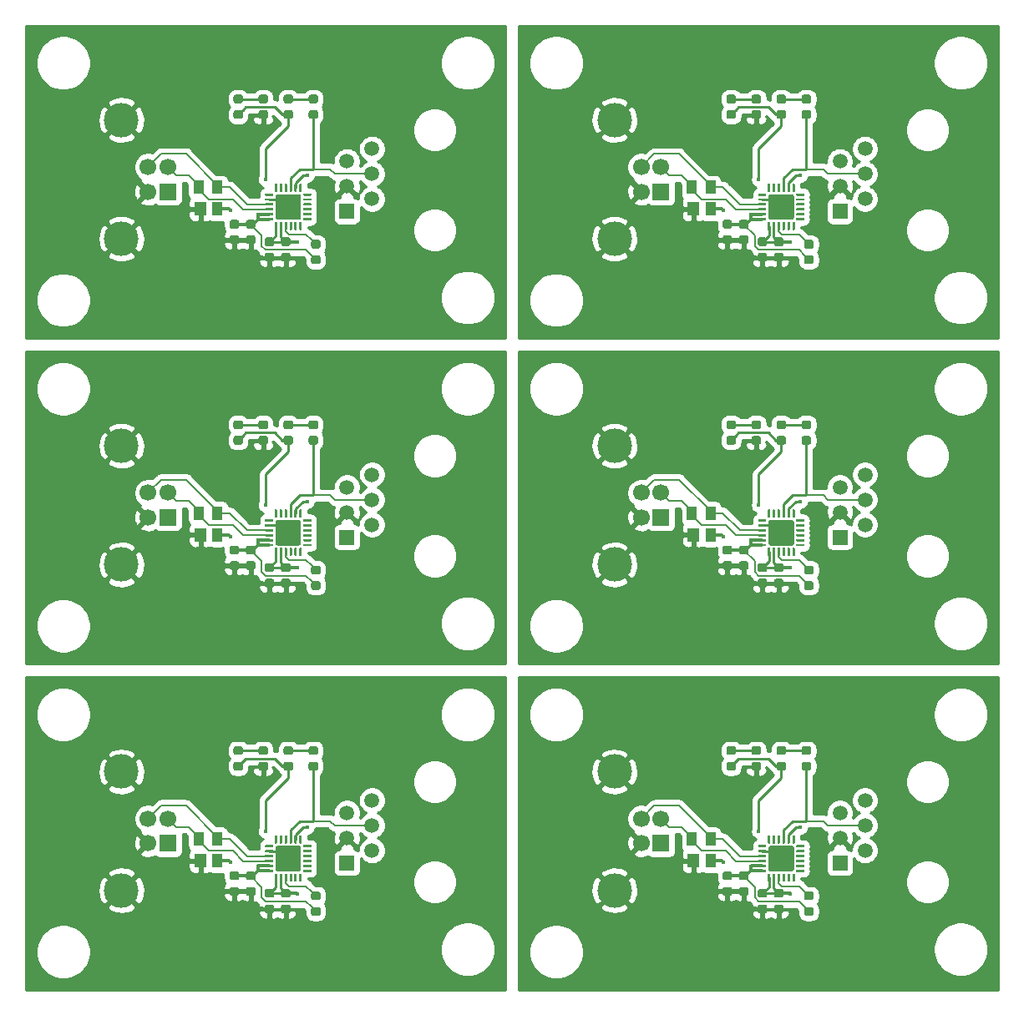
<source format=gbr>
G04 #@! TF.GenerationSoftware,KiCad,Pcbnew,5.1.3-ffb9f22~84~ubuntu16.04.1*
G04 #@! TF.CreationDate,2019-08-12T11:52:22-04:00*
G04 #@! TF.ProjectId,usb-serial-interface_panelized,7573622d-7365-4726-9961-6c2d696e7465,rev?*
G04 #@! TF.SameCoordinates,Original*
G04 #@! TF.FileFunction,Copper,L1,Top*
G04 #@! TF.FilePolarity,Positive*
%FSLAX46Y46*%
G04 Gerber Fmt 4.6, Leading zero omitted, Abs format (unit mm)*
G04 Created by KiCad (PCBNEW 5.1.3-ffb9f22~84~ubuntu16.04.1) date 2019-08-12 11:52:22*
%MOMM*%
%LPD*%
G04 APERTURE LIST*
%ADD10C,0.100000*%
%ADD11C,0.875000*%
%ADD12C,0.250000*%
%ADD13C,2.600000*%
%ADD14C,1.520000*%
%ADD15R,1.520000X1.520000*%
%ADD16R,1.700000X1.700000*%
%ADD17C,1.700000*%
%ADD18C,3.500000*%
%ADD19R,1.000000X1.400000*%
%ADD20R,1.200000X1.400000*%
%ADD21C,0.450000*%
%ADD22C,0.254000*%
%ADD23C,0.304800*%
%ADD24C,0.203200*%
G04 APERTURE END LIST*
D10*
G36*
X153122693Y-152176057D02*
G01*
X153143928Y-152179207D01*
X153164752Y-152184423D01*
X153184964Y-152191655D01*
X153204370Y-152200834D01*
X153222783Y-152211870D01*
X153240026Y-152224658D01*
X153255932Y-152239074D01*
X153270348Y-152254980D01*
X153283136Y-152272223D01*
X153294172Y-152290636D01*
X153303351Y-152310042D01*
X153310583Y-152330254D01*
X153315799Y-152351078D01*
X153318949Y-152372313D01*
X153320002Y-152393754D01*
X153320002Y-152831254D01*
X153318949Y-152852695D01*
X153315799Y-152873930D01*
X153310583Y-152894754D01*
X153303351Y-152914966D01*
X153294172Y-152934372D01*
X153283136Y-152952785D01*
X153270348Y-152970028D01*
X153255932Y-152985934D01*
X153240026Y-153000350D01*
X153222783Y-153013138D01*
X153204370Y-153024174D01*
X153184964Y-153033353D01*
X153164752Y-153040585D01*
X153143928Y-153045801D01*
X153122693Y-153048951D01*
X153101252Y-153050004D01*
X152588752Y-153050004D01*
X152567311Y-153048951D01*
X152546076Y-153045801D01*
X152525252Y-153040585D01*
X152505040Y-153033353D01*
X152485634Y-153024174D01*
X152467221Y-153013138D01*
X152449978Y-153000350D01*
X152434072Y-152985934D01*
X152419656Y-152970028D01*
X152406868Y-152952785D01*
X152395832Y-152934372D01*
X152386653Y-152914966D01*
X152379421Y-152894754D01*
X152374205Y-152873930D01*
X152371055Y-152852695D01*
X152370002Y-152831254D01*
X152370002Y-152393754D01*
X152371055Y-152372313D01*
X152374205Y-152351078D01*
X152379421Y-152330254D01*
X152386653Y-152310042D01*
X152395832Y-152290636D01*
X152406868Y-152272223D01*
X152419656Y-152254980D01*
X152434072Y-152239074D01*
X152449978Y-152224658D01*
X152467221Y-152211870D01*
X152485634Y-152200834D01*
X152505040Y-152191655D01*
X152525252Y-152184423D01*
X152546076Y-152179207D01*
X152567311Y-152176057D01*
X152588752Y-152175004D01*
X153101252Y-152175004D01*
X153122693Y-152176057D01*
X153122693Y-152176057D01*
G37*
D11*
X152845002Y-152612504D03*
D10*
G36*
X153122693Y-150601057D02*
G01*
X153143928Y-150604207D01*
X153164752Y-150609423D01*
X153184964Y-150616655D01*
X153204370Y-150625834D01*
X153222783Y-150636870D01*
X153240026Y-150649658D01*
X153255932Y-150664074D01*
X153270348Y-150679980D01*
X153283136Y-150697223D01*
X153294172Y-150715636D01*
X153303351Y-150735042D01*
X153310583Y-150755254D01*
X153315799Y-150776078D01*
X153318949Y-150797313D01*
X153320002Y-150818754D01*
X153320002Y-151256254D01*
X153318949Y-151277695D01*
X153315799Y-151298930D01*
X153310583Y-151319754D01*
X153303351Y-151339966D01*
X153294172Y-151359372D01*
X153283136Y-151377785D01*
X153270348Y-151395028D01*
X153255932Y-151410934D01*
X153240026Y-151425350D01*
X153222783Y-151438138D01*
X153204370Y-151449174D01*
X153184964Y-151458353D01*
X153164752Y-151465585D01*
X153143928Y-151470801D01*
X153122693Y-151473951D01*
X153101252Y-151475004D01*
X152588752Y-151475004D01*
X152567311Y-151473951D01*
X152546076Y-151470801D01*
X152525252Y-151465585D01*
X152505040Y-151458353D01*
X152485634Y-151449174D01*
X152467221Y-151438138D01*
X152449978Y-151425350D01*
X152434072Y-151410934D01*
X152419656Y-151395028D01*
X152406868Y-151377785D01*
X152395832Y-151359372D01*
X152386653Y-151339966D01*
X152379421Y-151319754D01*
X152374205Y-151298930D01*
X152371055Y-151277695D01*
X152370002Y-151256254D01*
X152370002Y-150818754D01*
X152371055Y-150797313D01*
X152374205Y-150776078D01*
X152379421Y-150755254D01*
X152386653Y-150735042D01*
X152395832Y-150715636D01*
X152406868Y-150697223D01*
X152419656Y-150679980D01*
X152434072Y-150664074D01*
X152449978Y-150649658D01*
X152467221Y-150636870D01*
X152485634Y-150625834D01*
X152505040Y-150616655D01*
X152525252Y-150609423D01*
X152546076Y-150604207D01*
X152567311Y-150601057D01*
X152588752Y-150600004D01*
X153101252Y-150600004D01*
X153122693Y-150601057D01*
X153122693Y-150601057D01*
G37*
D11*
X152845002Y-151037504D03*
D10*
G36*
X153122693Y-119126055D02*
G01*
X153143928Y-119129205D01*
X153164752Y-119134421D01*
X153184964Y-119141653D01*
X153204370Y-119150832D01*
X153222783Y-119161868D01*
X153240026Y-119174656D01*
X153255932Y-119189072D01*
X153270348Y-119204978D01*
X153283136Y-119222221D01*
X153294172Y-119240634D01*
X153303351Y-119260040D01*
X153310583Y-119280252D01*
X153315799Y-119301076D01*
X153318949Y-119322311D01*
X153320002Y-119343752D01*
X153320002Y-119781252D01*
X153318949Y-119802693D01*
X153315799Y-119823928D01*
X153310583Y-119844752D01*
X153303351Y-119864964D01*
X153294172Y-119884370D01*
X153283136Y-119902783D01*
X153270348Y-119920026D01*
X153255932Y-119935932D01*
X153240026Y-119950348D01*
X153222783Y-119963136D01*
X153204370Y-119974172D01*
X153184964Y-119983351D01*
X153164752Y-119990583D01*
X153143928Y-119995799D01*
X153122693Y-119998949D01*
X153101252Y-120000002D01*
X152588752Y-120000002D01*
X152567311Y-119998949D01*
X152546076Y-119995799D01*
X152525252Y-119990583D01*
X152505040Y-119983351D01*
X152485634Y-119974172D01*
X152467221Y-119963136D01*
X152449978Y-119950348D01*
X152434072Y-119935932D01*
X152419656Y-119920026D01*
X152406868Y-119902783D01*
X152395832Y-119884370D01*
X152386653Y-119864964D01*
X152379421Y-119844752D01*
X152374205Y-119823928D01*
X152371055Y-119802693D01*
X152370002Y-119781252D01*
X152370002Y-119343752D01*
X152371055Y-119322311D01*
X152374205Y-119301076D01*
X152379421Y-119280252D01*
X152386653Y-119260040D01*
X152395832Y-119240634D01*
X152406868Y-119222221D01*
X152419656Y-119204978D01*
X152434072Y-119189072D01*
X152449978Y-119174656D01*
X152467221Y-119161868D01*
X152485634Y-119150832D01*
X152505040Y-119141653D01*
X152525252Y-119134421D01*
X152546076Y-119129205D01*
X152567311Y-119126055D01*
X152588752Y-119125002D01*
X153101252Y-119125002D01*
X153122693Y-119126055D01*
X153122693Y-119126055D01*
G37*
D11*
X152845002Y-119562502D03*
D10*
G36*
X153122693Y-117551055D02*
G01*
X153143928Y-117554205D01*
X153164752Y-117559421D01*
X153184964Y-117566653D01*
X153204370Y-117575832D01*
X153222783Y-117586868D01*
X153240026Y-117599656D01*
X153255932Y-117614072D01*
X153270348Y-117629978D01*
X153283136Y-117647221D01*
X153294172Y-117665634D01*
X153303351Y-117685040D01*
X153310583Y-117705252D01*
X153315799Y-117726076D01*
X153318949Y-117747311D01*
X153320002Y-117768752D01*
X153320002Y-118206252D01*
X153318949Y-118227693D01*
X153315799Y-118248928D01*
X153310583Y-118269752D01*
X153303351Y-118289964D01*
X153294172Y-118309370D01*
X153283136Y-118327783D01*
X153270348Y-118345026D01*
X153255932Y-118360932D01*
X153240026Y-118375348D01*
X153222783Y-118388136D01*
X153204370Y-118399172D01*
X153184964Y-118408351D01*
X153164752Y-118415583D01*
X153143928Y-118420799D01*
X153122693Y-118423949D01*
X153101252Y-118425002D01*
X152588752Y-118425002D01*
X152567311Y-118423949D01*
X152546076Y-118420799D01*
X152525252Y-118415583D01*
X152505040Y-118408351D01*
X152485634Y-118399172D01*
X152467221Y-118388136D01*
X152449978Y-118375348D01*
X152434072Y-118360932D01*
X152419656Y-118345026D01*
X152406868Y-118327783D01*
X152395832Y-118309370D01*
X152386653Y-118289964D01*
X152379421Y-118269752D01*
X152374205Y-118248928D01*
X152371055Y-118227693D01*
X152370002Y-118206252D01*
X152370002Y-117768752D01*
X152371055Y-117747311D01*
X152374205Y-117726076D01*
X152379421Y-117705252D01*
X152386653Y-117685040D01*
X152395832Y-117665634D01*
X152406868Y-117647221D01*
X152419656Y-117629978D01*
X152434072Y-117614072D01*
X152449978Y-117599656D01*
X152467221Y-117586868D01*
X152485634Y-117575832D01*
X152505040Y-117566653D01*
X152525252Y-117559421D01*
X152546076Y-117554205D01*
X152567311Y-117551055D01*
X152588752Y-117550002D01*
X153101252Y-117550002D01*
X153122693Y-117551055D01*
X153122693Y-117551055D01*
G37*
D11*
X152845002Y-117987502D03*
D10*
G36*
X153122693Y-86076053D02*
G01*
X153143928Y-86079203D01*
X153164752Y-86084419D01*
X153184964Y-86091651D01*
X153204370Y-86100830D01*
X153222783Y-86111866D01*
X153240026Y-86124654D01*
X153255932Y-86139070D01*
X153270348Y-86154976D01*
X153283136Y-86172219D01*
X153294172Y-86190632D01*
X153303351Y-86210038D01*
X153310583Y-86230250D01*
X153315799Y-86251074D01*
X153318949Y-86272309D01*
X153320002Y-86293750D01*
X153320002Y-86731250D01*
X153318949Y-86752691D01*
X153315799Y-86773926D01*
X153310583Y-86794750D01*
X153303351Y-86814962D01*
X153294172Y-86834368D01*
X153283136Y-86852781D01*
X153270348Y-86870024D01*
X153255932Y-86885930D01*
X153240026Y-86900346D01*
X153222783Y-86913134D01*
X153204370Y-86924170D01*
X153184964Y-86933349D01*
X153164752Y-86940581D01*
X153143928Y-86945797D01*
X153122693Y-86948947D01*
X153101252Y-86950000D01*
X152588752Y-86950000D01*
X152567311Y-86948947D01*
X152546076Y-86945797D01*
X152525252Y-86940581D01*
X152505040Y-86933349D01*
X152485634Y-86924170D01*
X152467221Y-86913134D01*
X152449978Y-86900346D01*
X152434072Y-86885930D01*
X152419656Y-86870024D01*
X152406868Y-86852781D01*
X152395832Y-86834368D01*
X152386653Y-86814962D01*
X152379421Y-86794750D01*
X152374205Y-86773926D01*
X152371055Y-86752691D01*
X152370002Y-86731250D01*
X152370002Y-86293750D01*
X152371055Y-86272309D01*
X152374205Y-86251074D01*
X152379421Y-86230250D01*
X152386653Y-86210038D01*
X152395832Y-86190632D01*
X152406868Y-86172219D01*
X152419656Y-86154976D01*
X152434072Y-86139070D01*
X152449978Y-86124654D01*
X152467221Y-86111866D01*
X152485634Y-86100830D01*
X152505040Y-86091651D01*
X152525252Y-86084419D01*
X152546076Y-86079203D01*
X152567311Y-86076053D01*
X152588752Y-86075000D01*
X153101252Y-86075000D01*
X153122693Y-86076053D01*
X153122693Y-86076053D01*
G37*
D11*
X152845002Y-86512500D03*
D10*
G36*
X153122693Y-84501053D02*
G01*
X153143928Y-84504203D01*
X153164752Y-84509419D01*
X153184964Y-84516651D01*
X153204370Y-84525830D01*
X153222783Y-84536866D01*
X153240026Y-84549654D01*
X153255932Y-84564070D01*
X153270348Y-84579976D01*
X153283136Y-84597219D01*
X153294172Y-84615632D01*
X153303351Y-84635038D01*
X153310583Y-84655250D01*
X153315799Y-84676074D01*
X153318949Y-84697309D01*
X153320002Y-84718750D01*
X153320002Y-85156250D01*
X153318949Y-85177691D01*
X153315799Y-85198926D01*
X153310583Y-85219750D01*
X153303351Y-85239962D01*
X153294172Y-85259368D01*
X153283136Y-85277781D01*
X153270348Y-85295024D01*
X153255932Y-85310930D01*
X153240026Y-85325346D01*
X153222783Y-85338134D01*
X153204370Y-85349170D01*
X153184964Y-85358349D01*
X153164752Y-85365581D01*
X153143928Y-85370797D01*
X153122693Y-85373947D01*
X153101252Y-85375000D01*
X152588752Y-85375000D01*
X152567311Y-85373947D01*
X152546076Y-85370797D01*
X152525252Y-85365581D01*
X152505040Y-85358349D01*
X152485634Y-85349170D01*
X152467221Y-85338134D01*
X152449978Y-85325346D01*
X152434072Y-85310930D01*
X152419656Y-85295024D01*
X152406868Y-85277781D01*
X152395832Y-85259368D01*
X152386653Y-85239962D01*
X152379421Y-85219750D01*
X152374205Y-85198926D01*
X152371055Y-85177691D01*
X152370002Y-85156250D01*
X152370002Y-84718750D01*
X152371055Y-84697309D01*
X152374205Y-84676074D01*
X152379421Y-84655250D01*
X152386653Y-84635038D01*
X152395832Y-84615632D01*
X152406868Y-84597219D01*
X152419656Y-84579976D01*
X152434072Y-84564070D01*
X152449978Y-84549654D01*
X152467221Y-84536866D01*
X152485634Y-84525830D01*
X152505040Y-84516651D01*
X152525252Y-84509419D01*
X152546076Y-84504203D01*
X152567311Y-84501053D01*
X152588752Y-84500000D01*
X153101252Y-84500000D01*
X153122693Y-84501053D01*
X153122693Y-84501053D01*
G37*
D11*
X152845002Y-84937500D03*
D10*
G36*
X103147691Y-152176057D02*
G01*
X103168926Y-152179207D01*
X103189750Y-152184423D01*
X103209962Y-152191655D01*
X103229368Y-152200834D01*
X103247781Y-152211870D01*
X103265024Y-152224658D01*
X103280930Y-152239074D01*
X103295346Y-152254980D01*
X103308134Y-152272223D01*
X103319170Y-152290636D01*
X103328349Y-152310042D01*
X103335581Y-152330254D01*
X103340797Y-152351078D01*
X103343947Y-152372313D01*
X103345000Y-152393754D01*
X103345000Y-152831254D01*
X103343947Y-152852695D01*
X103340797Y-152873930D01*
X103335581Y-152894754D01*
X103328349Y-152914966D01*
X103319170Y-152934372D01*
X103308134Y-152952785D01*
X103295346Y-152970028D01*
X103280930Y-152985934D01*
X103265024Y-153000350D01*
X103247781Y-153013138D01*
X103229368Y-153024174D01*
X103209962Y-153033353D01*
X103189750Y-153040585D01*
X103168926Y-153045801D01*
X103147691Y-153048951D01*
X103126250Y-153050004D01*
X102613750Y-153050004D01*
X102592309Y-153048951D01*
X102571074Y-153045801D01*
X102550250Y-153040585D01*
X102530038Y-153033353D01*
X102510632Y-153024174D01*
X102492219Y-153013138D01*
X102474976Y-153000350D01*
X102459070Y-152985934D01*
X102444654Y-152970028D01*
X102431866Y-152952785D01*
X102420830Y-152934372D01*
X102411651Y-152914966D01*
X102404419Y-152894754D01*
X102399203Y-152873930D01*
X102396053Y-152852695D01*
X102395000Y-152831254D01*
X102395000Y-152393754D01*
X102396053Y-152372313D01*
X102399203Y-152351078D01*
X102404419Y-152330254D01*
X102411651Y-152310042D01*
X102420830Y-152290636D01*
X102431866Y-152272223D01*
X102444654Y-152254980D01*
X102459070Y-152239074D01*
X102474976Y-152224658D01*
X102492219Y-152211870D01*
X102510632Y-152200834D01*
X102530038Y-152191655D01*
X102550250Y-152184423D01*
X102571074Y-152179207D01*
X102592309Y-152176057D01*
X102613750Y-152175004D01*
X103126250Y-152175004D01*
X103147691Y-152176057D01*
X103147691Y-152176057D01*
G37*
D11*
X102870000Y-152612504D03*
D10*
G36*
X103147691Y-150601057D02*
G01*
X103168926Y-150604207D01*
X103189750Y-150609423D01*
X103209962Y-150616655D01*
X103229368Y-150625834D01*
X103247781Y-150636870D01*
X103265024Y-150649658D01*
X103280930Y-150664074D01*
X103295346Y-150679980D01*
X103308134Y-150697223D01*
X103319170Y-150715636D01*
X103328349Y-150735042D01*
X103335581Y-150755254D01*
X103340797Y-150776078D01*
X103343947Y-150797313D01*
X103345000Y-150818754D01*
X103345000Y-151256254D01*
X103343947Y-151277695D01*
X103340797Y-151298930D01*
X103335581Y-151319754D01*
X103328349Y-151339966D01*
X103319170Y-151359372D01*
X103308134Y-151377785D01*
X103295346Y-151395028D01*
X103280930Y-151410934D01*
X103265024Y-151425350D01*
X103247781Y-151438138D01*
X103229368Y-151449174D01*
X103209962Y-151458353D01*
X103189750Y-151465585D01*
X103168926Y-151470801D01*
X103147691Y-151473951D01*
X103126250Y-151475004D01*
X102613750Y-151475004D01*
X102592309Y-151473951D01*
X102571074Y-151470801D01*
X102550250Y-151465585D01*
X102530038Y-151458353D01*
X102510632Y-151449174D01*
X102492219Y-151438138D01*
X102474976Y-151425350D01*
X102459070Y-151410934D01*
X102444654Y-151395028D01*
X102431866Y-151377785D01*
X102420830Y-151359372D01*
X102411651Y-151339966D01*
X102404419Y-151319754D01*
X102399203Y-151298930D01*
X102396053Y-151277695D01*
X102395000Y-151256254D01*
X102395000Y-150818754D01*
X102396053Y-150797313D01*
X102399203Y-150776078D01*
X102404419Y-150755254D01*
X102411651Y-150735042D01*
X102420830Y-150715636D01*
X102431866Y-150697223D01*
X102444654Y-150679980D01*
X102459070Y-150664074D01*
X102474976Y-150649658D01*
X102492219Y-150636870D01*
X102510632Y-150625834D01*
X102530038Y-150616655D01*
X102550250Y-150609423D01*
X102571074Y-150604207D01*
X102592309Y-150601057D01*
X102613750Y-150600004D01*
X103126250Y-150600004D01*
X103147691Y-150601057D01*
X103147691Y-150601057D01*
G37*
D11*
X102870000Y-151037504D03*
D10*
G36*
X103147691Y-119126055D02*
G01*
X103168926Y-119129205D01*
X103189750Y-119134421D01*
X103209962Y-119141653D01*
X103229368Y-119150832D01*
X103247781Y-119161868D01*
X103265024Y-119174656D01*
X103280930Y-119189072D01*
X103295346Y-119204978D01*
X103308134Y-119222221D01*
X103319170Y-119240634D01*
X103328349Y-119260040D01*
X103335581Y-119280252D01*
X103340797Y-119301076D01*
X103343947Y-119322311D01*
X103345000Y-119343752D01*
X103345000Y-119781252D01*
X103343947Y-119802693D01*
X103340797Y-119823928D01*
X103335581Y-119844752D01*
X103328349Y-119864964D01*
X103319170Y-119884370D01*
X103308134Y-119902783D01*
X103295346Y-119920026D01*
X103280930Y-119935932D01*
X103265024Y-119950348D01*
X103247781Y-119963136D01*
X103229368Y-119974172D01*
X103209962Y-119983351D01*
X103189750Y-119990583D01*
X103168926Y-119995799D01*
X103147691Y-119998949D01*
X103126250Y-120000002D01*
X102613750Y-120000002D01*
X102592309Y-119998949D01*
X102571074Y-119995799D01*
X102550250Y-119990583D01*
X102530038Y-119983351D01*
X102510632Y-119974172D01*
X102492219Y-119963136D01*
X102474976Y-119950348D01*
X102459070Y-119935932D01*
X102444654Y-119920026D01*
X102431866Y-119902783D01*
X102420830Y-119884370D01*
X102411651Y-119864964D01*
X102404419Y-119844752D01*
X102399203Y-119823928D01*
X102396053Y-119802693D01*
X102395000Y-119781252D01*
X102395000Y-119343752D01*
X102396053Y-119322311D01*
X102399203Y-119301076D01*
X102404419Y-119280252D01*
X102411651Y-119260040D01*
X102420830Y-119240634D01*
X102431866Y-119222221D01*
X102444654Y-119204978D01*
X102459070Y-119189072D01*
X102474976Y-119174656D01*
X102492219Y-119161868D01*
X102510632Y-119150832D01*
X102530038Y-119141653D01*
X102550250Y-119134421D01*
X102571074Y-119129205D01*
X102592309Y-119126055D01*
X102613750Y-119125002D01*
X103126250Y-119125002D01*
X103147691Y-119126055D01*
X103147691Y-119126055D01*
G37*
D11*
X102870000Y-119562502D03*
D10*
G36*
X103147691Y-117551055D02*
G01*
X103168926Y-117554205D01*
X103189750Y-117559421D01*
X103209962Y-117566653D01*
X103229368Y-117575832D01*
X103247781Y-117586868D01*
X103265024Y-117599656D01*
X103280930Y-117614072D01*
X103295346Y-117629978D01*
X103308134Y-117647221D01*
X103319170Y-117665634D01*
X103328349Y-117685040D01*
X103335581Y-117705252D01*
X103340797Y-117726076D01*
X103343947Y-117747311D01*
X103345000Y-117768752D01*
X103345000Y-118206252D01*
X103343947Y-118227693D01*
X103340797Y-118248928D01*
X103335581Y-118269752D01*
X103328349Y-118289964D01*
X103319170Y-118309370D01*
X103308134Y-118327783D01*
X103295346Y-118345026D01*
X103280930Y-118360932D01*
X103265024Y-118375348D01*
X103247781Y-118388136D01*
X103229368Y-118399172D01*
X103209962Y-118408351D01*
X103189750Y-118415583D01*
X103168926Y-118420799D01*
X103147691Y-118423949D01*
X103126250Y-118425002D01*
X102613750Y-118425002D01*
X102592309Y-118423949D01*
X102571074Y-118420799D01*
X102550250Y-118415583D01*
X102530038Y-118408351D01*
X102510632Y-118399172D01*
X102492219Y-118388136D01*
X102474976Y-118375348D01*
X102459070Y-118360932D01*
X102444654Y-118345026D01*
X102431866Y-118327783D01*
X102420830Y-118309370D01*
X102411651Y-118289964D01*
X102404419Y-118269752D01*
X102399203Y-118248928D01*
X102396053Y-118227693D01*
X102395000Y-118206252D01*
X102395000Y-117768752D01*
X102396053Y-117747311D01*
X102399203Y-117726076D01*
X102404419Y-117705252D01*
X102411651Y-117685040D01*
X102420830Y-117665634D01*
X102431866Y-117647221D01*
X102444654Y-117629978D01*
X102459070Y-117614072D01*
X102474976Y-117599656D01*
X102492219Y-117586868D01*
X102510632Y-117575832D01*
X102530038Y-117566653D01*
X102550250Y-117559421D01*
X102571074Y-117554205D01*
X102592309Y-117551055D01*
X102613750Y-117550002D01*
X103126250Y-117550002D01*
X103147691Y-117551055D01*
X103147691Y-117551055D01*
G37*
D11*
X102870000Y-117987502D03*
D10*
G36*
X151471693Y-150601057D02*
G01*
X151492928Y-150604207D01*
X151513752Y-150609423D01*
X151533964Y-150616655D01*
X151553370Y-150625834D01*
X151571783Y-150636870D01*
X151589026Y-150649658D01*
X151604932Y-150664074D01*
X151619348Y-150679980D01*
X151632136Y-150697223D01*
X151643172Y-150715636D01*
X151652351Y-150735042D01*
X151659583Y-150755254D01*
X151664799Y-150776078D01*
X151667949Y-150797313D01*
X151669002Y-150818754D01*
X151669002Y-151256254D01*
X151667949Y-151277695D01*
X151664799Y-151298930D01*
X151659583Y-151319754D01*
X151652351Y-151339966D01*
X151643172Y-151359372D01*
X151632136Y-151377785D01*
X151619348Y-151395028D01*
X151604932Y-151410934D01*
X151589026Y-151425350D01*
X151571783Y-151438138D01*
X151553370Y-151449174D01*
X151533964Y-151458353D01*
X151513752Y-151465585D01*
X151492928Y-151470801D01*
X151471693Y-151473951D01*
X151450252Y-151475004D01*
X150937752Y-151475004D01*
X150916311Y-151473951D01*
X150895076Y-151470801D01*
X150874252Y-151465585D01*
X150854040Y-151458353D01*
X150834634Y-151449174D01*
X150816221Y-151438138D01*
X150798978Y-151425350D01*
X150783072Y-151410934D01*
X150768656Y-151395028D01*
X150755868Y-151377785D01*
X150744832Y-151359372D01*
X150735653Y-151339966D01*
X150728421Y-151319754D01*
X150723205Y-151298930D01*
X150720055Y-151277695D01*
X150719002Y-151256254D01*
X150719002Y-150818754D01*
X150720055Y-150797313D01*
X150723205Y-150776078D01*
X150728421Y-150755254D01*
X150735653Y-150735042D01*
X150744832Y-150715636D01*
X150755868Y-150697223D01*
X150768656Y-150679980D01*
X150783072Y-150664074D01*
X150798978Y-150649658D01*
X150816221Y-150636870D01*
X150834634Y-150625834D01*
X150854040Y-150616655D01*
X150874252Y-150609423D01*
X150895076Y-150604207D01*
X150916311Y-150601057D01*
X150937752Y-150600004D01*
X151450252Y-150600004D01*
X151471693Y-150601057D01*
X151471693Y-150601057D01*
G37*
D11*
X151194002Y-151037504D03*
D10*
G36*
X151471693Y-152176057D02*
G01*
X151492928Y-152179207D01*
X151513752Y-152184423D01*
X151533964Y-152191655D01*
X151553370Y-152200834D01*
X151571783Y-152211870D01*
X151589026Y-152224658D01*
X151604932Y-152239074D01*
X151619348Y-152254980D01*
X151632136Y-152272223D01*
X151643172Y-152290636D01*
X151652351Y-152310042D01*
X151659583Y-152330254D01*
X151664799Y-152351078D01*
X151667949Y-152372313D01*
X151669002Y-152393754D01*
X151669002Y-152831254D01*
X151667949Y-152852695D01*
X151664799Y-152873930D01*
X151659583Y-152894754D01*
X151652351Y-152914966D01*
X151643172Y-152934372D01*
X151632136Y-152952785D01*
X151619348Y-152970028D01*
X151604932Y-152985934D01*
X151589026Y-153000350D01*
X151571783Y-153013138D01*
X151553370Y-153024174D01*
X151533964Y-153033353D01*
X151513752Y-153040585D01*
X151492928Y-153045801D01*
X151471693Y-153048951D01*
X151450252Y-153050004D01*
X150937752Y-153050004D01*
X150916311Y-153048951D01*
X150895076Y-153045801D01*
X150874252Y-153040585D01*
X150854040Y-153033353D01*
X150834634Y-153024174D01*
X150816221Y-153013138D01*
X150798978Y-153000350D01*
X150783072Y-152985934D01*
X150768656Y-152970028D01*
X150755868Y-152952785D01*
X150744832Y-152934372D01*
X150735653Y-152914966D01*
X150728421Y-152894754D01*
X150723205Y-152873930D01*
X150720055Y-152852695D01*
X150719002Y-152831254D01*
X150719002Y-152393754D01*
X150720055Y-152372313D01*
X150723205Y-152351078D01*
X150728421Y-152330254D01*
X150735653Y-152310042D01*
X150744832Y-152290636D01*
X150755868Y-152272223D01*
X150768656Y-152254980D01*
X150783072Y-152239074D01*
X150798978Y-152224658D01*
X150816221Y-152211870D01*
X150834634Y-152200834D01*
X150854040Y-152191655D01*
X150874252Y-152184423D01*
X150895076Y-152179207D01*
X150916311Y-152176057D01*
X150937752Y-152175004D01*
X151450252Y-152175004D01*
X151471693Y-152176057D01*
X151471693Y-152176057D01*
G37*
D11*
X151194002Y-152612504D03*
D10*
G36*
X151471693Y-117551055D02*
G01*
X151492928Y-117554205D01*
X151513752Y-117559421D01*
X151533964Y-117566653D01*
X151553370Y-117575832D01*
X151571783Y-117586868D01*
X151589026Y-117599656D01*
X151604932Y-117614072D01*
X151619348Y-117629978D01*
X151632136Y-117647221D01*
X151643172Y-117665634D01*
X151652351Y-117685040D01*
X151659583Y-117705252D01*
X151664799Y-117726076D01*
X151667949Y-117747311D01*
X151669002Y-117768752D01*
X151669002Y-118206252D01*
X151667949Y-118227693D01*
X151664799Y-118248928D01*
X151659583Y-118269752D01*
X151652351Y-118289964D01*
X151643172Y-118309370D01*
X151632136Y-118327783D01*
X151619348Y-118345026D01*
X151604932Y-118360932D01*
X151589026Y-118375348D01*
X151571783Y-118388136D01*
X151553370Y-118399172D01*
X151533964Y-118408351D01*
X151513752Y-118415583D01*
X151492928Y-118420799D01*
X151471693Y-118423949D01*
X151450252Y-118425002D01*
X150937752Y-118425002D01*
X150916311Y-118423949D01*
X150895076Y-118420799D01*
X150874252Y-118415583D01*
X150854040Y-118408351D01*
X150834634Y-118399172D01*
X150816221Y-118388136D01*
X150798978Y-118375348D01*
X150783072Y-118360932D01*
X150768656Y-118345026D01*
X150755868Y-118327783D01*
X150744832Y-118309370D01*
X150735653Y-118289964D01*
X150728421Y-118269752D01*
X150723205Y-118248928D01*
X150720055Y-118227693D01*
X150719002Y-118206252D01*
X150719002Y-117768752D01*
X150720055Y-117747311D01*
X150723205Y-117726076D01*
X150728421Y-117705252D01*
X150735653Y-117685040D01*
X150744832Y-117665634D01*
X150755868Y-117647221D01*
X150768656Y-117629978D01*
X150783072Y-117614072D01*
X150798978Y-117599656D01*
X150816221Y-117586868D01*
X150834634Y-117575832D01*
X150854040Y-117566653D01*
X150874252Y-117559421D01*
X150895076Y-117554205D01*
X150916311Y-117551055D01*
X150937752Y-117550002D01*
X151450252Y-117550002D01*
X151471693Y-117551055D01*
X151471693Y-117551055D01*
G37*
D11*
X151194002Y-117987502D03*
D10*
G36*
X151471693Y-119126055D02*
G01*
X151492928Y-119129205D01*
X151513752Y-119134421D01*
X151533964Y-119141653D01*
X151553370Y-119150832D01*
X151571783Y-119161868D01*
X151589026Y-119174656D01*
X151604932Y-119189072D01*
X151619348Y-119204978D01*
X151632136Y-119222221D01*
X151643172Y-119240634D01*
X151652351Y-119260040D01*
X151659583Y-119280252D01*
X151664799Y-119301076D01*
X151667949Y-119322311D01*
X151669002Y-119343752D01*
X151669002Y-119781252D01*
X151667949Y-119802693D01*
X151664799Y-119823928D01*
X151659583Y-119844752D01*
X151652351Y-119864964D01*
X151643172Y-119884370D01*
X151632136Y-119902783D01*
X151619348Y-119920026D01*
X151604932Y-119935932D01*
X151589026Y-119950348D01*
X151571783Y-119963136D01*
X151553370Y-119974172D01*
X151533964Y-119983351D01*
X151513752Y-119990583D01*
X151492928Y-119995799D01*
X151471693Y-119998949D01*
X151450252Y-120000002D01*
X150937752Y-120000002D01*
X150916311Y-119998949D01*
X150895076Y-119995799D01*
X150874252Y-119990583D01*
X150854040Y-119983351D01*
X150834634Y-119974172D01*
X150816221Y-119963136D01*
X150798978Y-119950348D01*
X150783072Y-119935932D01*
X150768656Y-119920026D01*
X150755868Y-119902783D01*
X150744832Y-119884370D01*
X150735653Y-119864964D01*
X150728421Y-119844752D01*
X150723205Y-119823928D01*
X150720055Y-119802693D01*
X150719002Y-119781252D01*
X150719002Y-119343752D01*
X150720055Y-119322311D01*
X150723205Y-119301076D01*
X150728421Y-119280252D01*
X150735653Y-119260040D01*
X150744832Y-119240634D01*
X150755868Y-119222221D01*
X150768656Y-119204978D01*
X150783072Y-119189072D01*
X150798978Y-119174656D01*
X150816221Y-119161868D01*
X150834634Y-119150832D01*
X150854040Y-119141653D01*
X150874252Y-119134421D01*
X150895076Y-119129205D01*
X150916311Y-119126055D01*
X150937752Y-119125002D01*
X151450252Y-119125002D01*
X151471693Y-119126055D01*
X151471693Y-119126055D01*
G37*
D11*
X151194002Y-119562502D03*
D10*
G36*
X151471693Y-84501053D02*
G01*
X151492928Y-84504203D01*
X151513752Y-84509419D01*
X151533964Y-84516651D01*
X151553370Y-84525830D01*
X151571783Y-84536866D01*
X151589026Y-84549654D01*
X151604932Y-84564070D01*
X151619348Y-84579976D01*
X151632136Y-84597219D01*
X151643172Y-84615632D01*
X151652351Y-84635038D01*
X151659583Y-84655250D01*
X151664799Y-84676074D01*
X151667949Y-84697309D01*
X151669002Y-84718750D01*
X151669002Y-85156250D01*
X151667949Y-85177691D01*
X151664799Y-85198926D01*
X151659583Y-85219750D01*
X151652351Y-85239962D01*
X151643172Y-85259368D01*
X151632136Y-85277781D01*
X151619348Y-85295024D01*
X151604932Y-85310930D01*
X151589026Y-85325346D01*
X151571783Y-85338134D01*
X151553370Y-85349170D01*
X151533964Y-85358349D01*
X151513752Y-85365581D01*
X151492928Y-85370797D01*
X151471693Y-85373947D01*
X151450252Y-85375000D01*
X150937752Y-85375000D01*
X150916311Y-85373947D01*
X150895076Y-85370797D01*
X150874252Y-85365581D01*
X150854040Y-85358349D01*
X150834634Y-85349170D01*
X150816221Y-85338134D01*
X150798978Y-85325346D01*
X150783072Y-85310930D01*
X150768656Y-85295024D01*
X150755868Y-85277781D01*
X150744832Y-85259368D01*
X150735653Y-85239962D01*
X150728421Y-85219750D01*
X150723205Y-85198926D01*
X150720055Y-85177691D01*
X150719002Y-85156250D01*
X150719002Y-84718750D01*
X150720055Y-84697309D01*
X150723205Y-84676074D01*
X150728421Y-84655250D01*
X150735653Y-84635038D01*
X150744832Y-84615632D01*
X150755868Y-84597219D01*
X150768656Y-84579976D01*
X150783072Y-84564070D01*
X150798978Y-84549654D01*
X150816221Y-84536866D01*
X150834634Y-84525830D01*
X150854040Y-84516651D01*
X150874252Y-84509419D01*
X150895076Y-84504203D01*
X150916311Y-84501053D01*
X150937752Y-84500000D01*
X151450252Y-84500000D01*
X151471693Y-84501053D01*
X151471693Y-84501053D01*
G37*
D11*
X151194002Y-84937500D03*
D10*
G36*
X151471693Y-86076053D02*
G01*
X151492928Y-86079203D01*
X151513752Y-86084419D01*
X151533964Y-86091651D01*
X151553370Y-86100830D01*
X151571783Y-86111866D01*
X151589026Y-86124654D01*
X151604932Y-86139070D01*
X151619348Y-86154976D01*
X151632136Y-86172219D01*
X151643172Y-86190632D01*
X151652351Y-86210038D01*
X151659583Y-86230250D01*
X151664799Y-86251074D01*
X151667949Y-86272309D01*
X151669002Y-86293750D01*
X151669002Y-86731250D01*
X151667949Y-86752691D01*
X151664799Y-86773926D01*
X151659583Y-86794750D01*
X151652351Y-86814962D01*
X151643172Y-86834368D01*
X151632136Y-86852781D01*
X151619348Y-86870024D01*
X151604932Y-86885930D01*
X151589026Y-86900346D01*
X151571783Y-86913134D01*
X151553370Y-86924170D01*
X151533964Y-86933349D01*
X151513752Y-86940581D01*
X151492928Y-86945797D01*
X151471693Y-86948947D01*
X151450252Y-86950000D01*
X150937752Y-86950000D01*
X150916311Y-86948947D01*
X150895076Y-86945797D01*
X150874252Y-86940581D01*
X150854040Y-86933349D01*
X150834634Y-86924170D01*
X150816221Y-86913134D01*
X150798978Y-86900346D01*
X150783072Y-86885930D01*
X150768656Y-86870024D01*
X150755868Y-86852781D01*
X150744832Y-86834368D01*
X150735653Y-86814962D01*
X150728421Y-86794750D01*
X150723205Y-86773926D01*
X150720055Y-86752691D01*
X150719002Y-86731250D01*
X150719002Y-86293750D01*
X150720055Y-86272309D01*
X150723205Y-86251074D01*
X150728421Y-86230250D01*
X150735653Y-86210038D01*
X150744832Y-86190632D01*
X150755868Y-86172219D01*
X150768656Y-86154976D01*
X150783072Y-86139070D01*
X150798978Y-86124654D01*
X150816221Y-86111866D01*
X150834634Y-86100830D01*
X150854040Y-86091651D01*
X150874252Y-86084419D01*
X150895076Y-86079203D01*
X150916311Y-86076053D01*
X150937752Y-86075000D01*
X151450252Y-86075000D01*
X151471693Y-86076053D01*
X151471693Y-86076053D01*
G37*
D11*
X151194002Y-86512500D03*
D10*
G36*
X101496691Y-150601057D02*
G01*
X101517926Y-150604207D01*
X101538750Y-150609423D01*
X101558962Y-150616655D01*
X101578368Y-150625834D01*
X101596781Y-150636870D01*
X101614024Y-150649658D01*
X101629930Y-150664074D01*
X101644346Y-150679980D01*
X101657134Y-150697223D01*
X101668170Y-150715636D01*
X101677349Y-150735042D01*
X101684581Y-150755254D01*
X101689797Y-150776078D01*
X101692947Y-150797313D01*
X101694000Y-150818754D01*
X101694000Y-151256254D01*
X101692947Y-151277695D01*
X101689797Y-151298930D01*
X101684581Y-151319754D01*
X101677349Y-151339966D01*
X101668170Y-151359372D01*
X101657134Y-151377785D01*
X101644346Y-151395028D01*
X101629930Y-151410934D01*
X101614024Y-151425350D01*
X101596781Y-151438138D01*
X101578368Y-151449174D01*
X101558962Y-151458353D01*
X101538750Y-151465585D01*
X101517926Y-151470801D01*
X101496691Y-151473951D01*
X101475250Y-151475004D01*
X100962750Y-151475004D01*
X100941309Y-151473951D01*
X100920074Y-151470801D01*
X100899250Y-151465585D01*
X100879038Y-151458353D01*
X100859632Y-151449174D01*
X100841219Y-151438138D01*
X100823976Y-151425350D01*
X100808070Y-151410934D01*
X100793654Y-151395028D01*
X100780866Y-151377785D01*
X100769830Y-151359372D01*
X100760651Y-151339966D01*
X100753419Y-151319754D01*
X100748203Y-151298930D01*
X100745053Y-151277695D01*
X100744000Y-151256254D01*
X100744000Y-150818754D01*
X100745053Y-150797313D01*
X100748203Y-150776078D01*
X100753419Y-150755254D01*
X100760651Y-150735042D01*
X100769830Y-150715636D01*
X100780866Y-150697223D01*
X100793654Y-150679980D01*
X100808070Y-150664074D01*
X100823976Y-150649658D01*
X100841219Y-150636870D01*
X100859632Y-150625834D01*
X100879038Y-150616655D01*
X100899250Y-150609423D01*
X100920074Y-150604207D01*
X100941309Y-150601057D01*
X100962750Y-150600004D01*
X101475250Y-150600004D01*
X101496691Y-150601057D01*
X101496691Y-150601057D01*
G37*
D11*
X101219000Y-151037504D03*
D10*
G36*
X101496691Y-152176057D02*
G01*
X101517926Y-152179207D01*
X101538750Y-152184423D01*
X101558962Y-152191655D01*
X101578368Y-152200834D01*
X101596781Y-152211870D01*
X101614024Y-152224658D01*
X101629930Y-152239074D01*
X101644346Y-152254980D01*
X101657134Y-152272223D01*
X101668170Y-152290636D01*
X101677349Y-152310042D01*
X101684581Y-152330254D01*
X101689797Y-152351078D01*
X101692947Y-152372313D01*
X101694000Y-152393754D01*
X101694000Y-152831254D01*
X101692947Y-152852695D01*
X101689797Y-152873930D01*
X101684581Y-152894754D01*
X101677349Y-152914966D01*
X101668170Y-152934372D01*
X101657134Y-152952785D01*
X101644346Y-152970028D01*
X101629930Y-152985934D01*
X101614024Y-153000350D01*
X101596781Y-153013138D01*
X101578368Y-153024174D01*
X101558962Y-153033353D01*
X101538750Y-153040585D01*
X101517926Y-153045801D01*
X101496691Y-153048951D01*
X101475250Y-153050004D01*
X100962750Y-153050004D01*
X100941309Y-153048951D01*
X100920074Y-153045801D01*
X100899250Y-153040585D01*
X100879038Y-153033353D01*
X100859632Y-153024174D01*
X100841219Y-153013138D01*
X100823976Y-153000350D01*
X100808070Y-152985934D01*
X100793654Y-152970028D01*
X100780866Y-152952785D01*
X100769830Y-152934372D01*
X100760651Y-152914966D01*
X100753419Y-152894754D01*
X100748203Y-152873930D01*
X100745053Y-152852695D01*
X100744000Y-152831254D01*
X100744000Y-152393754D01*
X100745053Y-152372313D01*
X100748203Y-152351078D01*
X100753419Y-152330254D01*
X100760651Y-152310042D01*
X100769830Y-152290636D01*
X100780866Y-152272223D01*
X100793654Y-152254980D01*
X100808070Y-152239074D01*
X100823976Y-152224658D01*
X100841219Y-152211870D01*
X100859632Y-152200834D01*
X100879038Y-152191655D01*
X100899250Y-152184423D01*
X100920074Y-152179207D01*
X100941309Y-152176057D01*
X100962750Y-152175004D01*
X101475250Y-152175004D01*
X101496691Y-152176057D01*
X101496691Y-152176057D01*
G37*
D11*
X101219000Y-152612504D03*
D10*
G36*
X101496691Y-117551055D02*
G01*
X101517926Y-117554205D01*
X101538750Y-117559421D01*
X101558962Y-117566653D01*
X101578368Y-117575832D01*
X101596781Y-117586868D01*
X101614024Y-117599656D01*
X101629930Y-117614072D01*
X101644346Y-117629978D01*
X101657134Y-117647221D01*
X101668170Y-117665634D01*
X101677349Y-117685040D01*
X101684581Y-117705252D01*
X101689797Y-117726076D01*
X101692947Y-117747311D01*
X101694000Y-117768752D01*
X101694000Y-118206252D01*
X101692947Y-118227693D01*
X101689797Y-118248928D01*
X101684581Y-118269752D01*
X101677349Y-118289964D01*
X101668170Y-118309370D01*
X101657134Y-118327783D01*
X101644346Y-118345026D01*
X101629930Y-118360932D01*
X101614024Y-118375348D01*
X101596781Y-118388136D01*
X101578368Y-118399172D01*
X101558962Y-118408351D01*
X101538750Y-118415583D01*
X101517926Y-118420799D01*
X101496691Y-118423949D01*
X101475250Y-118425002D01*
X100962750Y-118425002D01*
X100941309Y-118423949D01*
X100920074Y-118420799D01*
X100899250Y-118415583D01*
X100879038Y-118408351D01*
X100859632Y-118399172D01*
X100841219Y-118388136D01*
X100823976Y-118375348D01*
X100808070Y-118360932D01*
X100793654Y-118345026D01*
X100780866Y-118327783D01*
X100769830Y-118309370D01*
X100760651Y-118289964D01*
X100753419Y-118269752D01*
X100748203Y-118248928D01*
X100745053Y-118227693D01*
X100744000Y-118206252D01*
X100744000Y-117768752D01*
X100745053Y-117747311D01*
X100748203Y-117726076D01*
X100753419Y-117705252D01*
X100760651Y-117685040D01*
X100769830Y-117665634D01*
X100780866Y-117647221D01*
X100793654Y-117629978D01*
X100808070Y-117614072D01*
X100823976Y-117599656D01*
X100841219Y-117586868D01*
X100859632Y-117575832D01*
X100879038Y-117566653D01*
X100899250Y-117559421D01*
X100920074Y-117554205D01*
X100941309Y-117551055D01*
X100962750Y-117550002D01*
X101475250Y-117550002D01*
X101496691Y-117551055D01*
X101496691Y-117551055D01*
G37*
D11*
X101219000Y-117987502D03*
D10*
G36*
X101496691Y-119126055D02*
G01*
X101517926Y-119129205D01*
X101538750Y-119134421D01*
X101558962Y-119141653D01*
X101578368Y-119150832D01*
X101596781Y-119161868D01*
X101614024Y-119174656D01*
X101629930Y-119189072D01*
X101644346Y-119204978D01*
X101657134Y-119222221D01*
X101668170Y-119240634D01*
X101677349Y-119260040D01*
X101684581Y-119280252D01*
X101689797Y-119301076D01*
X101692947Y-119322311D01*
X101694000Y-119343752D01*
X101694000Y-119781252D01*
X101692947Y-119802693D01*
X101689797Y-119823928D01*
X101684581Y-119844752D01*
X101677349Y-119864964D01*
X101668170Y-119884370D01*
X101657134Y-119902783D01*
X101644346Y-119920026D01*
X101629930Y-119935932D01*
X101614024Y-119950348D01*
X101596781Y-119963136D01*
X101578368Y-119974172D01*
X101558962Y-119983351D01*
X101538750Y-119990583D01*
X101517926Y-119995799D01*
X101496691Y-119998949D01*
X101475250Y-120000002D01*
X100962750Y-120000002D01*
X100941309Y-119998949D01*
X100920074Y-119995799D01*
X100899250Y-119990583D01*
X100879038Y-119983351D01*
X100859632Y-119974172D01*
X100841219Y-119963136D01*
X100823976Y-119950348D01*
X100808070Y-119935932D01*
X100793654Y-119920026D01*
X100780866Y-119902783D01*
X100769830Y-119884370D01*
X100760651Y-119864964D01*
X100753419Y-119844752D01*
X100748203Y-119823928D01*
X100745053Y-119802693D01*
X100744000Y-119781252D01*
X100744000Y-119343752D01*
X100745053Y-119322311D01*
X100748203Y-119301076D01*
X100753419Y-119280252D01*
X100760651Y-119260040D01*
X100769830Y-119240634D01*
X100780866Y-119222221D01*
X100793654Y-119204978D01*
X100808070Y-119189072D01*
X100823976Y-119174656D01*
X100841219Y-119161868D01*
X100859632Y-119150832D01*
X100879038Y-119141653D01*
X100899250Y-119134421D01*
X100920074Y-119129205D01*
X100941309Y-119126055D01*
X100962750Y-119125002D01*
X101475250Y-119125002D01*
X101496691Y-119126055D01*
X101496691Y-119126055D01*
G37*
D11*
X101219000Y-119562502D03*
D10*
G36*
X156678693Y-153954057D02*
G01*
X156699928Y-153957207D01*
X156720752Y-153962423D01*
X156740964Y-153969655D01*
X156760370Y-153978834D01*
X156778783Y-153989870D01*
X156796026Y-154002658D01*
X156811932Y-154017074D01*
X156826348Y-154032980D01*
X156839136Y-154050223D01*
X156850172Y-154068636D01*
X156859351Y-154088042D01*
X156866583Y-154108254D01*
X156871799Y-154129078D01*
X156874949Y-154150313D01*
X156876002Y-154171754D01*
X156876002Y-154609254D01*
X156874949Y-154630695D01*
X156871799Y-154651930D01*
X156866583Y-154672754D01*
X156859351Y-154692966D01*
X156850172Y-154712372D01*
X156839136Y-154730785D01*
X156826348Y-154748028D01*
X156811932Y-154763934D01*
X156796026Y-154778350D01*
X156778783Y-154791138D01*
X156760370Y-154802174D01*
X156740964Y-154811353D01*
X156720752Y-154818585D01*
X156699928Y-154823801D01*
X156678693Y-154826951D01*
X156657252Y-154828004D01*
X156144752Y-154828004D01*
X156123311Y-154826951D01*
X156102076Y-154823801D01*
X156081252Y-154818585D01*
X156061040Y-154811353D01*
X156041634Y-154802174D01*
X156023221Y-154791138D01*
X156005978Y-154778350D01*
X155990072Y-154763934D01*
X155975656Y-154748028D01*
X155962868Y-154730785D01*
X155951832Y-154712372D01*
X155942653Y-154692966D01*
X155935421Y-154672754D01*
X155930205Y-154651930D01*
X155927055Y-154630695D01*
X155926002Y-154609254D01*
X155926002Y-154171754D01*
X155927055Y-154150313D01*
X155930205Y-154129078D01*
X155935421Y-154108254D01*
X155942653Y-154088042D01*
X155951832Y-154068636D01*
X155962868Y-154050223D01*
X155975656Y-154032980D01*
X155990072Y-154017074D01*
X156005978Y-154002658D01*
X156023221Y-153989870D01*
X156041634Y-153978834D01*
X156061040Y-153969655D01*
X156081252Y-153962423D01*
X156102076Y-153957207D01*
X156123311Y-153954057D01*
X156144752Y-153953004D01*
X156657252Y-153953004D01*
X156678693Y-153954057D01*
X156678693Y-153954057D01*
G37*
D11*
X156401002Y-154390504D03*
D10*
G36*
X156678693Y-152379057D02*
G01*
X156699928Y-152382207D01*
X156720752Y-152387423D01*
X156740964Y-152394655D01*
X156760370Y-152403834D01*
X156778783Y-152414870D01*
X156796026Y-152427658D01*
X156811932Y-152442074D01*
X156826348Y-152457980D01*
X156839136Y-152475223D01*
X156850172Y-152493636D01*
X156859351Y-152513042D01*
X156866583Y-152533254D01*
X156871799Y-152554078D01*
X156874949Y-152575313D01*
X156876002Y-152596754D01*
X156876002Y-153034254D01*
X156874949Y-153055695D01*
X156871799Y-153076930D01*
X156866583Y-153097754D01*
X156859351Y-153117966D01*
X156850172Y-153137372D01*
X156839136Y-153155785D01*
X156826348Y-153173028D01*
X156811932Y-153188934D01*
X156796026Y-153203350D01*
X156778783Y-153216138D01*
X156760370Y-153227174D01*
X156740964Y-153236353D01*
X156720752Y-153243585D01*
X156699928Y-153248801D01*
X156678693Y-153251951D01*
X156657252Y-153253004D01*
X156144752Y-153253004D01*
X156123311Y-153251951D01*
X156102076Y-153248801D01*
X156081252Y-153243585D01*
X156061040Y-153236353D01*
X156041634Y-153227174D01*
X156023221Y-153216138D01*
X156005978Y-153203350D01*
X155990072Y-153188934D01*
X155975656Y-153173028D01*
X155962868Y-153155785D01*
X155951832Y-153137372D01*
X155942653Y-153117966D01*
X155935421Y-153097754D01*
X155930205Y-153076930D01*
X155927055Y-153055695D01*
X155926002Y-153034254D01*
X155926002Y-152596754D01*
X155927055Y-152575313D01*
X155930205Y-152554078D01*
X155935421Y-152533254D01*
X155942653Y-152513042D01*
X155951832Y-152493636D01*
X155962868Y-152475223D01*
X155975656Y-152457980D01*
X155990072Y-152442074D01*
X156005978Y-152427658D01*
X156023221Y-152414870D01*
X156041634Y-152403834D01*
X156061040Y-152394655D01*
X156081252Y-152387423D01*
X156102076Y-152382207D01*
X156123311Y-152379057D01*
X156144752Y-152378004D01*
X156657252Y-152378004D01*
X156678693Y-152379057D01*
X156678693Y-152379057D01*
G37*
D11*
X156401002Y-152815504D03*
D10*
G36*
X156678693Y-120904055D02*
G01*
X156699928Y-120907205D01*
X156720752Y-120912421D01*
X156740964Y-120919653D01*
X156760370Y-120928832D01*
X156778783Y-120939868D01*
X156796026Y-120952656D01*
X156811932Y-120967072D01*
X156826348Y-120982978D01*
X156839136Y-121000221D01*
X156850172Y-121018634D01*
X156859351Y-121038040D01*
X156866583Y-121058252D01*
X156871799Y-121079076D01*
X156874949Y-121100311D01*
X156876002Y-121121752D01*
X156876002Y-121559252D01*
X156874949Y-121580693D01*
X156871799Y-121601928D01*
X156866583Y-121622752D01*
X156859351Y-121642964D01*
X156850172Y-121662370D01*
X156839136Y-121680783D01*
X156826348Y-121698026D01*
X156811932Y-121713932D01*
X156796026Y-121728348D01*
X156778783Y-121741136D01*
X156760370Y-121752172D01*
X156740964Y-121761351D01*
X156720752Y-121768583D01*
X156699928Y-121773799D01*
X156678693Y-121776949D01*
X156657252Y-121778002D01*
X156144752Y-121778002D01*
X156123311Y-121776949D01*
X156102076Y-121773799D01*
X156081252Y-121768583D01*
X156061040Y-121761351D01*
X156041634Y-121752172D01*
X156023221Y-121741136D01*
X156005978Y-121728348D01*
X155990072Y-121713932D01*
X155975656Y-121698026D01*
X155962868Y-121680783D01*
X155951832Y-121662370D01*
X155942653Y-121642964D01*
X155935421Y-121622752D01*
X155930205Y-121601928D01*
X155927055Y-121580693D01*
X155926002Y-121559252D01*
X155926002Y-121121752D01*
X155927055Y-121100311D01*
X155930205Y-121079076D01*
X155935421Y-121058252D01*
X155942653Y-121038040D01*
X155951832Y-121018634D01*
X155962868Y-121000221D01*
X155975656Y-120982978D01*
X155990072Y-120967072D01*
X156005978Y-120952656D01*
X156023221Y-120939868D01*
X156041634Y-120928832D01*
X156061040Y-120919653D01*
X156081252Y-120912421D01*
X156102076Y-120907205D01*
X156123311Y-120904055D01*
X156144752Y-120903002D01*
X156657252Y-120903002D01*
X156678693Y-120904055D01*
X156678693Y-120904055D01*
G37*
D11*
X156401002Y-121340502D03*
D10*
G36*
X156678693Y-119329055D02*
G01*
X156699928Y-119332205D01*
X156720752Y-119337421D01*
X156740964Y-119344653D01*
X156760370Y-119353832D01*
X156778783Y-119364868D01*
X156796026Y-119377656D01*
X156811932Y-119392072D01*
X156826348Y-119407978D01*
X156839136Y-119425221D01*
X156850172Y-119443634D01*
X156859351Y-119463040D01*
X156866583Y-119483252D01*
X156871799Y-119504076D01*
X156874949Y-119525311D01*
X156876002Y-119546752D01*
X156876002Y-119984252D01*
X156874949Y-120005693D01*
X156871799Y-120026928D01*
X156866583Y-120047752D01*
X156859351Y-120067964D01*
X156850172Y-120087370D01*
X156839136Y-120105783D01*
X156826348Y-120123026D01*
X156811932Y-120138932D01*
X156796026Y-120153348D01*
X156778783Y-120166136D01*
X156760370Y-120177172D01*
X156740964Y-120186351D01*
X156720752Y-120193583D01*
X156699928Y-120198799D01*
X156678693Y-120201949D01*
X156657252Y-120203002D01*
X156144752Y-120203002D01*
X156123311Y-120201949D01*
X156102076Y-120198799D01*
X156081252Y-120193583D01*
X156061040Y-120186351D01*
X156041634Y-120177172D01*
X156023221Y-120166136D01*
X156005978Y-120153348D01*
X155990072Y-120138932D01*
X155975656Y-120123026D01*
X155962868Y-120105783D01*
X155951832Y-120087370D01*
X155942653Y-120067964D01*
X155935421Y-120047752D01*
X155930205Y-120026928D01*
X155927055Y-120005693D01*
X155926002Y-119984252D01*
X155926002Y-119546752D01*
X155927055Y-119525311D01*
X155930205Y-119504076D01*
X155935421Y-119483252D01*
X155942653Y-119463040D01*
X155951832Y-119443634D01*
X155962868Y-119425221D01*
X155975656Y-119407978D01*
X155990072Y-119392072D01*
X156005978Y-119377656D01*
X156023221Y-119364868D01*
X156041634Y-119353832D01*
X156061040Y-119344653D01*
X156081252Y-119337421D01*
X156102076Y-119332205D01*
X156123311Y-119329055D01*
X156144752Y-119328002D01*
X156657252Y-119328002D01*
X156678693Y-119329055D01*
X156678693Y-119329055D01*
G37*
D11*
X156401002Y-119765502D03*
D10*
G36*
X156678693Y-87854053D02*
G01*
X156699928Y-87857203D01*
X156720752Y-87862419D01*
X156740964Y-87869651D01*
X156760370Y-87878830D01*
X156778783Y-87889866D01*
X156796026Y-87902654D01*
X156811932Y-87917070D01*
X156826348Y-87932976D01*
X156839136Y-87950219D01*
X156850172Y-87968632D01*
X156859351Y-87988038D01*
X156866583Y-88008250D01*
X156871799Y-88029074D01*
X156874949Y-88050309D01*
X156876002Y-88071750D01*
X156876002Y-88509250D01*
X156874949Y-88530691D01*
X156871799Y-88551926D01*
X156866583Y-88572750D01*
X156859351Y-88592962D01*
X156850172Y-88612368D01*
X156839136Y-88630781D01*
X156826348Y-88648024D01*
X156811932Y-88663930D01*
X156796026Y-88678346D01*
X156778783Y-88691134D01*
X156760370Y-88702170D01*
X156740964Y-88711349D01*
X156720752Y-88718581D01*
X156699928Y-88723797D01*
X156678693Y-88726947D01*
X156657252Y-88728000D01*
X156144752Y-88728000D01*
X156123311Y-88726947D01*
X156102076Y-88723797D01*
X156081252Y-88718581D01*
X156061040Y-88711349D01*
X156041634Y-88702170D01*
X156023221Y-88691134D01*
X156005978Y-88678346D01*
X155990072Y-88663930D01*
X155975656Y-88648024D01*
X155962868Y-88630781D01*
X155951832Y-88612368D01*
X155942653Y-88592962D01*
X155935421Y-88572750D01*
X155930205Y-88551926D01*
X155927055Y-88530691D01*
X155926002Y-88509250D01*
X155926002Y-88071750D01*
X155927055Y-88050309D01*
X155930205Y-88029074D01*
X155935421Y-88008250D01*
X155942653Y-87988038D01*
X155951832Y-87968632D01*
X155962868Y-87950219D01*
X155975656Y-87932976D01*
X155990072Y-87917070D01*
X156005978Y-87902654D01*
X156023221Y-87889866D01*
X156041634Y-87878830D01*
X156061040Y-87869651D01*
X156081252Y-87862419D01*
X156102076Y-87857203D01*
X156123311Y-87854053D01*
X156144752Y-87853000D01*
X156657252Y-87853000D01*
X156678693Y-87854053D01*
X156678693Y-87854053D01*
G37*
D11*
X156401002Y-88290500D03*
D10*
G36*
X156678693Y-86279053D02*
G01*
X156699928Y-86282203D01*
X156720752Y-86287419D01*
X156740964Y-86294651D01*
X156760370Y-86303830D01*
X156778783Y-86314866D01*
X156796026Y-86327654D01*
X156811932Y-86342070D01*
X156826348Y-86357976D01*
X156839136Y-86375219D01*
X156850172Y-86393632D01*
X156859351Y-86413038D01*
X156866583Y-86433250D01*
X156871799Y-86454074D01*
X156874949Y-86475309D01*
X156876002Y-86496750D01*
X156876002Y-86934250D01*
X156874949Y-86955691D01*
X156871799Y-86976926D01*
X156866583Y-86997750D01*
X156859351Y-87017962D01*
X156850172Y-87037368D01*
X156839136Y-87055781D01*
X156826348Y-87073024D01*
X156811932Y-87088930D01*
X156796026Y-87103346D01*
X156778783Y-87116134D01*
X156760370Y-87127170D01*
X156740964Y-87136349D01*
X156720752Y-87143581D01*
X156699928Y-87148797D01*
X156678693Y-87151947D01*
X156657252Y-87153000D01*
X156144752Y-87153000D01*
X156123311Y-87151947D01*
X156102076Y-87148797D01*
X156081252Y-87143581D01*
X156061040Y-87136349D01*
X156041634Y-87127170D01*
X156023221Y-87116134D01*
X156005978Y-87103346D01*
X155990072Y-87088930D01*
X155975656Y-87073024D01*
X155962868Y-87055781D01*
X155951832Y-87037368D01*
X155942653Y-87017962D01*
X155935421Y-86997750D01*
X155930205Y-86976926D01*
X155927055Y-86955691D01*
X155926002Y-86934250D01*
X155926002Y-86496750D01*
X155927055Y-86475309D01*
X155930205Y-86454074D01*
X155935421Y-86433250D01*
X155942653Y-86413038D01*
X155951832Y-86393632D01*
X155962868Y-86375219D01*
X155975656Y-86357976D01*
X155990072Y-86342070D01*
X156005978Y-86327654D01*
X156023221Y-86314866D01*
X156041634Y-86303830D01*
X156061040Y-86294651D01*
X156081252Y-86287419D01*
X156102076Y-86282203D01*
X156123311Y-86279053D01*
X156144752Y-86278000D01*
X156657252Y-86278000D01*
X156678693Y-86279053D01*
X156678693Y-86279053D01*
G37*
D11*
X156401002Y-86715500D03*
D10*
G36*
X106703691Y-153954057D02*
G01*
X106724926Y-153957207D01*
X106745750Y-153962423D01*
X106765962Y-153969655D01*
X106785368Y-153978834D01*
X106803781Y-153989870D01*
X106821024Y-154002658D01*
X106836930Y-154017074D01*
X106851346Y-154032980D01*
X106864134Y-154050223D01*
X106875170Y-154068636D01*
X106884349Y-154088042D01*
X106891581Y-154108254D01*
X106896797Y-154129078D01*
X106899947Y-154150313D01*
X106901000Y-154171754D01*
X106901000Y-154609254D01*
X106899947Y-154630695D01*
X106896797Y-154651930D01*
X106891581Y-154672754D01*
X106884349Y-154692966D01*
X106875170Y-154712372D01*
X106864134Y-154730785D01*
X106851346Y-154748028D01*
X106836930Y-154763934D01*
X106821024Y-154778350D01*
X106803781Y-154791138D01*
X106785368Y-154802174D01*
X106765962Y-154811353D01*
X106745750Y-154818585D01*
X106724926Y-154823801D01*
X106703691Y-154826951D01*
X106682250Y-154828004D01*
X106169750Y-154828004D01*
X106148309Y-154826951D01*
X106127074Y-154823801D01*
X106106250Y-154818585D01*
X106086038Y-154811353D01*
X106066632Y-154802174D01*
X106048219Y-154791138D01*
X106030976Y-154778350D01*
X106015070Y-154763934D01*
X106000654Y-154748028D01*
X105987866Y-154730785D01*
X105976830Y-154712372D01*
X105967651Y-154692966D01*
X105960419Y-154672754D01*
X105955203Y-154651930D01*
X105952053Y-154630695D01*
X105951000Y-154609254D01*
X105951000Y-154171754D01*
X105952053Y-154150313D01*
X105955203Y-154129078D01*
X105960419Y-154108254D01*
X105967651Y-154088042D01*
X105976830Y-154068636D01*
X105987866Y-154050223D01*
X106000654Y-154032980D01*
X106015070Y-154017074D01*
X106030976Y-154002658D01*
X106048219Y-153989870D01*
X106066632Y-153978834D01*
X106086038Y-153969655D01*
X106106250Y-153962423D01*
X106127074Y-153957207D01*
X106148309Y-153954057D01*
X106169750Y-153953004D01*
X106682250Y-153953004D01*
X106703691Y-153954057D01*
X106703691Y-153954057D01*
G37*
D11*
X106426000Y-154390504D03*
D10*
G36*
X106703691Y-152379057D02*
G01*
X106724926Y-152382207D01*
X106745750Y-152387423D01*
X106765962Y-152394655D01*
X106785368Y-152403834D01*
X106803781Y-152414870D01*
X106821024Y-152427658D01*
X106836930Y-152442074D01*
X106851346Y-152457980D01*
X106864134Y-152475223D01*
X106875170Y-152493636D01*
X106884349Y-152513042D01*
X106891581Y-152533254D01*
X106896797Y-152554078D01*
X106899947Y-152575313D01*
X106901000Y-152596754D01*
X106901000Y-153034254D01*
X106899947Y-153055695D01*
X106896797Y-153076930D01*
X106891581Y-153097754D01*
X106884349Y-153117966D01*
X106875170Y-153137372D01*
X106864134Y-153155785D01*
X106851346Y-153173028D01*
X106836930Y-153188934D01*
X106821024Y-153203350D01*
X106803781Y-153216138D01*
X106785368Y-153227174D01*
X106765962Y-153236353D01*
X106745750Y-153243585D01*
X106724926Y-153248801D01*
X106703691Y-153251951D01*
X106682250Y-153253004D01*
X106169750Y-153253004D01*
X106148309Y-153251951D01*
X106127074Y-153248801D01*
X106106250Y-153243585D01*
X106086038Y-153236353D01*
X106066632Y-153227174D01*
X106048219Y-153216138D01*
X106030976Y-153203350D01*
X106015070Y-153188934D01*
X106000654Y-153173028D01*
X105987866Y-153155785D01*
X105976830Y-153137372D01*
X105967651Y-153117966D01*
X105960419Y-153097754D01*
X105955203Y-153076930D01*
X105952053Y-153055695D01*
X105951000Y-153034254D01*
X105951000Y-152596754D01*
X105952053Y-152575313D01*
X105955203Y-152554078D01*
X105960419Y-152533254D01*
X105967651Y-152513042D01*
X105976830Y-152493636D01*
X105987866Y-152475223D01*
X106000654Y-152457980D01*
X106015070Y-152442074D01*
X106030976Y-152427658D01*
X106048219Y-152414870D01*
X106066632Y-152403834D01*
X106086038Y-152394655D01*
X106106250Y-152387423D01*
X106127074Y-152382207D01*
X106148309Y-152379057D01*
X106169750Y-152378004D01*
X106682250Y-152378004D01*
X106703691Y-152379057D01*
X106703691Y-152379057D01*
G37*
D11*
X106426000Y-152815504D03*
D10*
G36*
X106703691Y-120904055D02*
G01*
X106724926Y-120907205D01*
X106745750Y-120912421D01*
X106765962Y-120919653D01*
X106785368Y-120928832D01*
X106803781Y-120939868D01*
X106821024Y-120952656D01*
X106836930Y-120967072D01*
X106851346Y-120982978D01*
X106864134Y-121000221D01*
X106875170Y-121018634D01*
X106884349Y-121038040D01*
X106891581Y-121058252D01*
X106896797Y-121079076D01*
X106899947Y-121100311D01*
X106901000Y-121121752D01*
X106901000Y-121559252D01*
X106899947Y-121580693D01*
X106896797Y-121601928D01*
X106891581Y-121622752D01*
X106884349Y-121642964D01*
X106875170Y-121662370D01*
X106864134Y-121680783D01*
X106851346Y-121698026D01*
X106836930Y-121713932D01*
X106821024Y-121728348D01*
X106803781Y-121741136D01*
X106785368Y-121752172D01*
X106765962Y-121761351D01*
X106745750Y-121768583D01*
X106724926Y-121773799D01*
X106703691Y-121776949D01*
X106682250Y-121778002D01*
X106169750Y-121778002D01*
X106148309Y-121776949D01*
X106127074Y-121773799D01*
X106106250Y-121768583D01*
X106086038Y-121761351D01*
X106066632Y-121752172D01*
X106048219Y-121741136D01*
X106030976Y-121728348D01*
X106015070Y-121713932D01*
X106000654Y-121698026D01*
X105987866Y-121680783D01*
X105976830Y-121662370D01*
X105967651Y-121642964D01*
X105960419Y-121622752D01*
X105955203Y-121601928D01*
X105952053Y-121580693D01*
X105951000Y-121559252D01*
X105951000Y-121121752D01*
X105952053Y-121100311D01*
X105955203Y-121079076D01*
X105960419Y-121058252D01*
X105967651Y-121038040D01*
X105976830Y-121018634D01*
X105987866Y-121000221D01*
X106000654Y-120982978D01*
X106015070Y-120967072D01*
X106030976Y-120952656D01*
X106048219Y-120939868D01*
X106066632Y-120928832D01*
X106086038Y-120919653D01*
X106106250Y-120912421D01*
X106127074Y-120907205D01*
X106148309Y-120904055D01*
X106169750Y-120903002D01*
X106682250Y-120903002D01*
X106703691Y-120904055D01*
X106703691Y-120904055D01*
G37*
D11*
X106426000Y-121340502D03*
D10*
G36*
X106703691Y-119329055D02*
G01*
X106724926Y-119332205D01*
X106745750Y-119337421D01*
X106765962Y-119344653D01*
X106785368Y-119353832D01*
X106803781Y-119364868D01*
X106821024Y-119377656D01*
X106836930Y-119392072D01*
X106851346Y-119407978D01*
X106864134Y-119425221D01*
X106875170Y-119443634D01*
X106884349Y-119463040D01*
X106891581Y-119483252D01*
X106896797Y-119504076D01*
X106899947Y-119525311D01*
X106901000Y-119546752D01*
X106901000Y-119984252D01*
X106899947Y-120005693D01*
X106896797Y-120026928D01*
X106891581Y-120047752D01*
X106884349Y-120067964D01*
X106875170Y-120087370D01*
X106864134Y-120105783D01*
X106851346Y-120123026D01*
X106836930Y-120138932D01*
X106821024Y-120153348D01*
X106803781Y-120166136D01*
X106785368Y-120177172D01*
X106765962Y-120186351D01*
X106745750Y-120193583D01*
X106724926Y-120198799D01*
X106703691Y-120201949D01*
X106682250Y-120203002D01*
X106169750Y-120203002D01*
X106148309Y-120201949D01*
X106127074Y-120198799D01*
X106106250Y-120193583D01*
X106086038Y-120186351D01*
X106066632Y-120177172D01*
X106048219Y-120166136D01*
X106030976Y-120153348D01*
X106015070Y-120138932D01*
X106000654Y-120123026D01*
X105987866Y-120105783D01*
X105976830Y-120087370D01*
X105967651Y-120067964D01*
X105960419Y-120047752D01*
X105955203Y-120026928D01*
X105952053Y-120005693D01*
X105951000Y-119984252D01*
X105951000Y-119546752D01*
X105952053Y-119525311D01*
X105955203Y-119504076D01*
X105960419Y-119483252D01*
X105967651Y-119463040D01*
X105976830Y-119443634D01*
X105987866Y-119425221D01*
X106000654Y-119407978D01*
X106015070Y-119392072D01*
X106030976Y-119377656D01*
X106048219Y-119364868D01*
X106066632Y-119353832D01*
X106086038Y-119344653D01*
X106106250Y-119337421D01*
X106127074Y-119332205D01*
X106148309Y-119329055D01*
X106169750Y-119328002D01*
X106682250Y-119328002D01*
X106703691Y-119329055D01*
X106703691Y-119329055D01*
G37*
D11*
X106426000Y-119765502D03*
D10*
G36*
X155027693Y-152379057D02*
G01*
X155048928Y-152382207D01*
X155069752Y-152387423D01*
X155089964Y-152394655D01*
X155109370Y-152403834D01*
X155127783Y-152414870D01*
X155145026Y-152427658D01*
X155160932Y-152442074D01*
X155175348Y-152457980D01*
X155188136Y-152475223D01*
X155199172Y-152493636D01*
X155208351Y-152513042D01*
X155215583Y-152533254D01*
X155220799Y-152554078D01*
X155223949Y-152575313D01*
X155225002Y-152596754D01*
X155225002Y-153034254D01*
X155223949Y-153055695D01*
X155220799Y-153076930D01*
X155215583Y-153097754D01*
X155208351Y-153117966D01*
X155199172Y-153137372D01*
X155188136Y-153155785D01*
X155175348Y-153173028D01*
X155160932Y-153188934D01*
X155145026Y-153203350D01*
X155127783Y-153216138D01*
X155109370Y-153227174D01*
X155089964Y-153236353D01*
X155069752Y-153243585D01*
X155048928Y-153248801D01*
X155027693Y-153251951D01*
X155006252Y-153253004D01*
X154493752Y-153253004D01*
X154472311Y-153251951D01*
X154451076Y-153248801D01*
X154430252Y-153243585D01*
X154410040Y-153236353D01*
X154390634Y-153227174D01*
X154372221Y-153216138D01*
X154354978Y-153203350D01*
X154339072Y-153188934D01*
X154324656Y-153173028D01*
X154311868Y-153155785D01*
X154300832Y-153137372D01*
X154291653Y-153117966D01*
X154284421Y-153097754D01*
X154279205Y-153076930D01*
X154276055Y-153055695D01*
X154275002Y-153034254D01*
X154275002Y-152596754D01*
X154276055Y-152575313D01*
X154279205Y-152554078D01*
X154284421Y-152533254D01*
X154291653Y-152513042D01*
X154300832Y-152493636D01*
X154311868Y-152475223D01*
X154324656Y-152457980D01*
X154339072Y-152442074D01*
X154354978Y-152427658D01*
X154372221Y-152414870D01*
X154390634Y-152403834D01*
X154410040Y-152394655D01*
X154430252Y-152387423D01*
X154451076Y-152382207D01*
X154472311Y-152379057D01*
X154493752Y-152378004D01*
X155006252Y-152378004D01*
X155027693Y-152379057D01*
X155027693Y-152379057D01*
G37*
D11*
X154750002Y-152815504D03*
D10*
G36*
X155027693Y-153954057D02*
G01*
X155048928Y-153957207D01*
X155069752Y-153962423D01*
X155089964Y-153969655D01*
X155109370Y-153978834D01*
X155127783Y-153989870D01*
X155145026Y-154002658D01*
X155160932Y-154017074D01*
X155175348Y-154032980D01*
X155188136Y-154050223D01*
X155199172Y-154068636D01*
X155208351Y-154088042D01*
X155215583Y-154108254D01*
X155220799Y-154129078D01*
X155223949Y-154150313D01*
X155225002Y-154171754D01*
X155225002Y-154609254D01*
X155223949Y-154630695D01*
X155220799Y-154651930D01*
X155215583Y-154672754D01*
X155208351Y-154692966D01*
X155199172Y-154712372D01*
X155188136Y-154730785D01*
X155175348Y-154748028D01*
X155160932Y-154763934D01*
X155145026Y-154778350D01*
X155127783Y-154791138D01*
X155109370Y-154802174D01*
X155089964Y-154811353D01*
X155069752Y-154818585D01*
X155048928Y-154823801D01*
X155027693Y-154826951D01*
X155006252Y-154828004D01*
X154493752Y-154828004D01*
X154472311Y-154826951D01*
X154451076Y-154823801D01*
X154430252Y-154818585D01*
X154410040Y-154811353D01*
X154390634Y-154802174D01*
X154372221Y-154791138D01*
X154354978Y-154778350D01*
X154339072Y-154763934D01*
X154324656Y-154748028D01*
X154311868Y-154730785D01*
X154300832Y-154712372D01*
X154291653Y-154692966D01*
X154284421Y-154672754D01*
X154279205Y-154651930D01*
X154276055Y-154630695D01*
X154275002Y-154609254D01*
X154275002Y-154171754D01*
X154276055Y-154150313D01*
X154279205Y-154129078D01*
X154284421Y-154108254D01*
X154291653Y-154088042D01*
X154300832Y-154068636D01*
X154311868Y-154050223D01*
X154324656Y-154032980D01*
X154339072Y-154017074D01*
X154354978Y-154002658D01*
X154372221Y-153989870D01*
X154390634Y-153978834D01*
X154410040Y-153969655D01*
X154430252Y-153962423D01*
X154451076Y-153957207D01*
X154472311Y-153954057D01*
X154493752Y-153953004D01*
X155006252Y-153953004D01*
X155027693Y-153954057D01*
X155027693Y-153954057D01*
G37*
D11*
X154750002Y-154390504D03*
D10*
G36*
X155027693Y-119329055D02*
G01*
X155048928Y-119332205D01*
X155069752Y-119337421D01*
X155089964Y-119344653D01*
X155109370Y-119353832D01*
X155127783Y-119364868D01*
X155145026Y-119377656D01*
X155160932Y-119392072D01*
X155175348Y-119407978D01*
X155188136Y-119425221D01*
X155199172Y-119443634D01*
X155208351Y-119463040D01*
X155215583Y-119483252D01*
X155220799Y-119504076D01*
X155223949Y-119525311D01*
X155225002Y-119546752D01*
X155225002Y-119984252D01*
X155223949Y-120005693D01*
X155220799Y-120026928D01*
X155215583Y-120047752D01*
X155208351Y-120067964D01*
X155199172Y-120087370D01*
X155188136Y-120105783D01*
X155175348Y-120123026D01*
X155160932Y-120138932D01*
X155145026Y-120153348D01*
X155127783Y-120166136D01*
X155109370Y-120177172D01*
X155089964Y-120186351D01*
X155069752Y-120193583D01*
X155048928Y-120198799D01*
X155027693Y-120201949D01*
X155006252Y-120203002D01*
X154493752Y-120203002D01*
X154472311Y-120201949D01*
X154451076Y-120198799D01*
X154430252Y-120193583D01*
X154410040Y-120186351D01*
X154390634Y-120177172D01*
X154372221Y-120166136D01*
X154354978Y-120153348D01*
X154339072Y-120138932D01*
X154324656Y-120123026D01*
X154311868Y-120105783D01*
X154300832Y-120087370D01*
X154291653Y-120067964D01*
X154284421Y-120047752D01*
X154279205Y-120026928D01*
X154276055Y-120005693D01*
X154275002Y-119984252D01*
X154275002Y-119546752D01*
X154276055Y-119525311D01*
X154279205Y-119504076D01*
X154284421Y-119483252D01*
X154291653Y-119463040D01*
X154300832Y-119443634D01*
X154311868Y-119425221D01*
X154324656Y-119407978D01*
X154339072Y-119392072D01*
X154354978Y-119377656D01*
X154372221Y-119364868D01*
X154390634Y-119353832D01*
X154410040Y-119344653D01*
X154430252Y-119337421D01*
X154451076Y-119332205D01*
X154472311Y-119329055D01*
X154493752Y-119328002D01*
X155006252Y-119328002D01*
X155027693Y-119329055D01*
X155027693Y-119329055D01*
G37*
D11*
X154750002Y-119765502D03*
D10*
G36*
X155027693Y-120904055D02*
G01*
X155048928Y-120907205D01*
X155069752Y-120912421D01*
X155089964Y-120919653D01*
X155109370Y-120928832D01*
X155127783Y-120939868D01*
X155145026Y-120952656D01*
X155160932Y-120967072D01*
X155175348Y-120982978D01*
X155188136Y-121000221D01*
X155199172Y-121018634D01*
X155208351Y-121038040D01*
X155215583Y-121058252D01*
X155220799Y-121079076D01*
X155223949Y-121100311D01*
X155225002Y-121121752D01*
X155225002Y-121559252D01*
X155223949Y-121580693D01*
X155220799Y-121601928D01*
X155215583Y-121622752D01*
X155208351Y-121642964D01*
X155199172Y-121662370D01*
X155188136Y-121680783D01*
X155175348Y-121698026D01*
X155160932Y-121713932D01*
X155145026Y-121728348D01*
X155127783Y-121741136D01*
X155109370Y-121752172D01*
X155089964Y-121761351D01*
X155069752Y-121768583D01*
X155048928Y-121773799D01*
X155027693Y-121776949D01*
X155006252Y-121778002D01*
X154493752Y-121778002D01*
X154472311Y-121776949D01*
X154451076Y-121773799D01*
X154430252Y-121768583D01*
X154410040Y-121761351D01*
X154390634Y-121752172D01*
X154372221Y-121741136D01*
X154354978Y-121728348D01*
X154339072Y-121713932D01*
X154324656Y-121698026D01*
X154311868Y-121680783D01*
X154300832Y-121662370D01*
X154291653Y-121642964D01*
X154284421Y-121622752D01*
X154279205Y-121601928D01*
X154276055Y-121580693D01*
X154275002Y-121559252D01*
X154275002Y-121121752D01*
X154276055Y-121100311D01*
X154279205Y-121079076D01*
X154284421Y-121058252D01*
X154291653Y-121038040D01*
X154300832Y-121018634D01*
X154311868Y-121000221D01*
X154324656Y-120982978D01*
X154339072Y-120967072D01*
X154354978Y-120952656D01*
X154372221Y-120939868D01*
X154390634Y-120928832D01*
X154410040Y-120919653D01*
X154430252Y-120912421D01*
X154451076Y-120907205D01*
X154472311Y-120904055D01*
X154493752Y-120903002D01*
X155006252Y-120903002D01*
X155027693Y-120904055D01*
X155027693Y-120904055D01*
G37*
D11*
X154750002Y-121340502D03*
D10*
G36*
X155027693Y-86279053D02*
G01*
X155048928Y-86282203D01*
X155069752Y-86287419D01*
X155089964Y-86294651D01*
X155109370Y-86303830D01*
X155127783Y-86314866D01*
X155145026Y-86327654D01*
X155160932Y-86342070D01*
X155175348Y-86357976D01*
X155188136Y-86375219D01*
X155199172Y-86393632D01*
X155208351Y-86413038D01*
X155215583Y-86433250D01*
X155220799Y-86454074D01*
X155223949Y-86475309D01*
X155225002Y-86496750D01*
X155225002Y-86934250D01*
X155223949Y-86955691D01*
X155220799Y-86976926D01*
X155215583Y-86997750D01*
X155208351Y-87017962D01*
X155199172Y-87037368D01*
X155188136Y-87055781D01*
X155175348Y-87073024D01*
X155160932Y-87088930D01*
X155145026Y-87103346D01*
X155127783Y-87116134D01*
X155109370Y-87127170D01*
X155089964Y-87136349D01*
X155069752Y-87143581D01*
X155048928Y-87148797D01*
X155027693Y-87151947D01*
X155006252Y-87153000D01*
X154493752Y-87153000D01*
X154472311Y-87151947D01*
X154451076Y-87148797D01*
X154430252Y-87143581D01*
X154410040Y-87136349D01*
X154390634Y-87127170D01*
X154372221Y-87116134D01*
X154354978Y-87103346D01*
X154339072Y-87088930D01*
X154324656Y-87073024D01*
X154311868Y-87055781D01*
X154300832Y-87037368D01*
X154291653Y-87017962D01*
X154284421Y-86997750D01*
X154279205Y-86976926D01*
X154276055Y-86955691D01*
X154275002Y-86934250D01*
X154275002Y-86496750D01*
X154276055Y-86475309D01*
X154279205Y-86454074D01*
X154284421Y-86433250D01*
X154291653Y-86413038D01*
X154300832Y-86393632D01*
X154311868Y-86375219D01*
X154324656Y-86357976D01*
X154339072Y-86342070D01*
X154354978Y-86327654D01*
X154372221Y-86314866D01*
X154390634Y-86303830D01*
X154410040Y-86294651D01*
X154430252Y-86287419D01*
X154451076Y-86282203D01*
X154472311Y-86279053D01*
X154493752Y-86278000D01*
X155006252Y-86278000D01*
X155027693Y-86279053D01*
X155027693Y-86279053D01*
G37*
D11*
X154750002Y-86715500D03*
D10*
G36*
X155027693Y-87854053D02*
G01*
X155048928Y-87857203D01*
X155069752Y-87862419D01*
X155089964Y-87869651D01*
X155109370Y-87878830D01*
X155127783Y-87889866D01*
X155145026Y-87902654D01*
X155160932Y-87917070D01*
X155175348Y-87932976D01*
X155188136Y-87950219D01*
X155199172Y-87968632D01*
X155208351Y-87988038D01*
X155215583Y-88008250D01*
X155220799Y-88029074D01*
X155223949Y-88050309D01*
X155225002Y-88071750D01*
X155225002Y-88509250D01*
X155223949Y-88530691D01*
X155220799Y-88551926D01*
X155215583Y-88572750D01*
X155208351Y-88592962D01*
X155199172Y-88612368D01*
X155188136Y-88630781D01*
X155175348Y-88648024D01*
X155160932Y-88663930D01*
X155145026Y-88678346D01*
X155127783Y-88691134D01*
X155109370Y-88702170D01*
X155089964Y-88711349D01*
X155069752Y-88718581D01*
X155048928Y-88723797D01*
X155027693Y-88726947D01*
X155006252Y-88728000D01*
X154493752Y-88728000D01*
X154472311Y-88726947D01*
X154451076Y-88723797D01*
X154430252Y-88718581D01*
X154410040Y-88711349D01*
X154390634Y-88702170D01*
X154372221Y-88691134D01*
X154354978Y-88678346D01*
X154339072Y-88663930D01*
X154324656Y-88648024D01*
X154311868Y-88630781D01*
X154300832Y-88612368D01*
X154291653Y-88592962D01*
X154284421Y-88572750D01*
X154279205Y-88551926D01*
X154276055Y-88530691D01*
X154275002Y-88509250D01*
X154275002Y-88071750D01*
X154276055Y-88050309D01*
X154279205Y-88029074D01*
X154284421Y-88008250D01*
X154291653Y-87988038D01*
X154300832Y-87968632D01*
X154311868Y-87950219D01*
X154324656Y-87932976D01*
X154339072Y-87917070D01*
X154354978Y-87902654D01*
X154372221Y-87889866D01*
X154390634Y-87878830D01*
X154410040Y-87869651D01*
X154430252Y-87862419D01*
X154451076Y-87857203D01*
X154472311Y-87854053D01*
X154493752Y-87853000D01*
X155006252Y-87853000D01*
X155027693Y-87854053D01*
X155027693Y-87854053D01*
G37*
D11*
X154750002Y-88290500D03*
D10*
G36*
X105052691Y-152379057D02*
G01*
X105073926Y-152382207D01*
X105094750Y-152387423D01*
X105114962Y-152394655D01*
X105134368Y-152403834D01*
X105152781Y-152414870D01*
X105170024Y-152427658D01*
X105185930Y-152442074D01*
X105200346Y-152457980D01*
X105213134Y-152475223D01*
X105224170Y-152493636D01*
X105233349Y-152513042D01*
X105240581Y-152533254D01*
X105245797Y-152554078D01*
X105248947Y-152575313D01*
X105250000Y-152596754D01*
X105250000Y-153034254D01*
X105248947Y-153055695D01*
X105245797Y-153076930D01*
X105240581Y-153097754D01*
X105233349Y-153117966D01*
X105224170Y-153137372D01*
X105213134Y-153155785D01*
X105200346Y-153173028D01*
X105185930Y-153188934D01*
X105170024Y-153203350D01*
X105152781Y-153216138D01*
X105134368Y-153227174D01*
X105114962Y-153236353D01*
X105094750Y-153243585D01*
X105073926Y-153248801D01*
X105052691Y-153251951D01*
X105031250Y-153253004D01*
X104518750Y-153253004D01*
X104497309Y-153251951D01*
X104476074Y-153248801D01*
X104455250Y-153243585D01*
X104435038Y-153236353D01*
X104415632Y-153227174D01*
X104397219Y-153216138D01*
X104379976Y-153203350D01*
X104364070Y-153188934D01*
X104349654Y-153173028D01*
X104336866Y-153155785D01*
X104325830Y-153137372D01*
X104316651Y-153117966D01*
X104309419Y-153097754D01*
X104304203Y-153076930D01*
X104301053Y-153055695D01*
X104300000Y-153034254D01*
X104300000Y-152596754D01*
X104301053Y-152575313D01*
X104304203Y-152554078D01*
X104309419Y-152533254D01*
X104316651Y-152513042D01*
X104325830Y-152493636D01*
X104336866Y-152475223D01*
X104349654Y-152457980D01*
X104364070Y-152442074D01*
X104379976Y-152427658D01*
X104397219Y-152414870D01*
X104415632Y-152403834D01*
X104435038Y-152394655D01*
X104455250Y-152387423D01*
X104476074Y-152382207D01*
X104497309Y-152379057D01*
X104518750Y-152378004D01*
X105031250Y-152378004D01*
X105052691Y-152379057D01*
X105052691Y-152379057D01*
G37*
D11*
X104775000Y-152815504D03*
D10*
G36*
X105052691Y-153954057D02*
G01*
X105073926Y-153957207D01*
X105094750Y-153962423D01*
X105114962Y-153969655D01*
X105134368Y-153978834D01*
X105152781Y-153989870D01*
X105170024Y-154002658D01*
X105185930Y-154017074D01*
X105200346Y-154032980D01*
X105213134Y-154050223D01*
X105224170Y-154068636D01*
X105233349Y-154088042D01*
X105240581Y-154108254D01*
X105245797Y-154129078D01*
X105248947Y-154150313D01*
X105250000Y-154171754D01*
X105250000Y-154609254D01*
X105248947Y-154630695D01*
X105245797Y-154651930D01*
X105240581Y-154672754D01*
X105233349Y-154692966D01*
X105224170Y-154712372D01*
X105213134Y-154730785D01*
X105200346Y-154748028D01*
X105185930Y-154763934D01*
X105170024Y-154778350D01*
X105152781Y-154791138D01*
X105134368Y-154802174D01*
X105114962Y-154811353D01*
X105094750Y-154818585D01*
X105073926Y-154823801D01*
X105052691Y-154826951D01*
X105031250Y-154828004D01*
X104518750Y-154828004D01*
X104497309Y-154826951D01*
X104476074Y-154823801D01*
X104455250Y-154818585D01*
X104435038Y-154811353D01*
X104415632Y-154802174D01*
X104397219Y-154791138D01*
X104379976Y-154778350D01*
X104364070Y-154763934D01*
X104349654Y-154748028D01*
X104336866Y-154730785D01*
X104325830Y-154712372D01*
X104316651Y-154692966D01*
X104309419Y-154672754D01*
X104304203Y-154651930D01*
X104301053Y-154630695D01*
X104300000Y-154609254D01*
X104300000Y-154171754D01*
X104301053Y-154150313D01*
X104304203Y-154129078D01*
X104309419Y-154108254D01*
X104316651Y-154088042D01*
X104325830Y-154068636D01*
X104336866Y-154050223D01*
X104349654Y-154032980D01*
X104364070Y-154017074D01*
X104379976Y-154002658D01*
X104397219Y-153989870D01*
X104415632Y-153978834D01*
X104435038Y-153969655D01*
X104455250Y-153962423D01*
X104476074Y-153957207D01*
X104497309Y-153954057D01*
X104518750Y-153953004D01*
X105031250Y-153953004D01*
X105052691Y-153954057D01*
X105052691Y-153954057D01*
G37*
D11*
X104775000Y-154390504D03*
D10*
G36*
X105052691Y-119329055D02*
G01*
X105073926Y-119332205D01*
X105094750Y-119337421D01*
X105114962Y-119344653D01*
X105134368Y-119353832D01*
X105152781Y-119364868D01*
X105170024Y-119377656D01*
X105185930Y-119392072D01*
X105200346Y-119407978D01*
X105213134Y-119425221D01*
X105224170Y-119443634D01*
X105233349Y-119463040D01*
X105240581Y-119483252D01*
X105245797Y-119504076D01*
X105248947Y-119525311D01*
X105250000Y-119546752D01*
X105250000Y-119984252D01*
X105248947Y-120005693D01*
X105245797Y-120026928D01*
X105240581Y-120047752D01*
X105233349Y-120067964D01*
X105224170Y-120087370D01*
X105213134Y-120105783D01*
X105200346Y-120123026D01*
X105185930Y-120138932D01*
X105170024Y-120153348D01*
X105152781Y-120166136D01*
X105134368Y-120177172D01*
X105114962Y-120186351D01*
X105094750Y-120193583D01*
X105073926Y-120198799D01*
X105052691Y-120201949D01*
X105031250Y-120203002D01*
X104518750Y-120203002D01*
X104497309Y-120201949D01*
X104476074Y-120198799D01*
X104455250Y-120193583D01*
X104435038Y-120186351D01*
X104415632Y-120177172D01*
X104397219Y-120166136D01*
X104379976Y-120153348D01*
X104364070Y-120138932D01*
X104349654Y-120123026D01*
X104336866Y-120105783D01*
X104325830Y-120087370D01*
X104316651Y-120067964D01*
X104309419Y-120047752D01*
X104304203Y-120026928D01*
X104301053Y-120005693D01*
X104300000Y-119984252D01*
X104300000Y-119546752D01*
X104301053Y-119525311D01*
X104304203Y-119504076D01*
X104309419Y-119483252D01*
X104316651Y-119463040D01*
X104325830Y-119443634D01*
X104336866Y-119425221D01*
X104349654Y-119407978D01*
X104364070Y-119392072D01*
X104379976Y-119377656D01*
X104397219Y-119364868D01*
X104415632Y-119353832D01*
X104435038Y-119344653D01*
X104455250Y-119337421D01*
X104476074Y-119332205D01*
X104497309Y-119329055D01*
X104518750Y-119328002D01*
X105031250Y-119328002D01*
X105052691Y-119329055D01*
X105052691Y-119329055D01*
G37*
D11*
X104775000Y-119765502D03*
D10*
G36*
X105052691Y-120904055D02*
G01*
X105073926Y-120907205D01*
X105094750Y-120912421D01*
X105114962Y-120919653D01*
X105134368Y-120928832D01*
X105152781Y-120939868D01*
X105170024Y-120952656D01*
X105185930Y-120967072D01*
X105200346Y-120982978D01*
X105213134Y-121000221D01*
X105224170Y-121018634D01*
X105233349Y-121038040D01*
X105240581Y-121058252D01*
X105245797Y-121079076D01*
X105248947Y-121100311D01*
X105250000Y-121121752D01*
X105250000Y-121559252D01*
X105248947Y-121580693D01*
X105245797Y-121601928D01*
X105240581Y-121622752D01*
X105233349Y-121642964D01*
X105224170Y-121662370D01*
X105213134Y-121680783D01*
X105200346Y-121698026D01*
X105185930Y-121713932D01*
X105170024Y-121728348D01*
X105152781Y-121741136D01*
X105134368Y-121752172D01*
X105114962Y-121761351D01*
X105094750Y-121768583D01*
X105073926Y-121773799D01*
X105052691Y-121776949D01*
X105031250Y-121778002D01*
X104518750Y-121778002D01*
X104497309Y-121776949D01*
X104476074Y-121773799D01*
X104455250Y-121768583D01*
X104435038Y-121761351D01*
X104415632Y-121752172D01*
X104397219Y-121741136D01*
X104379976Y-121728348D01*
X104364070Y-121713932D01*
X104349654Y-121698026D01*
X104336866Y-121680783D01*
X104325830Y-121662370D01*
X104316651Y-121642964D01*
X104309419Y-121622752D01*
X104304203Y-121601928D01*
X104301053Y-121580693D01*
X104300000Y-121559252D01*
X104300000Y-121121752D01*
X104301053Y-121100311D01*
X104304203Y-121079076D01*
X104309419Y-121058252D01*
X104316651Y-121038040D01*
X104325830Y-121018634D01*
X104336866Y-121000221D01*
X104349654Y-120982978D01*
X104364070Y-120967072D01*
X104379976Y-120952656D01*
X104397219Y-120939868D01*
X104415632Y-120928832D01*
X104435038Y-120919653D01*
X104455250Y-120912421D01*
X104476074Y-120907205D01*
X104497309Y-120904055D01*
X104518750Y-120903002D01*
X105031250Y-120903002D01*
X105052691Y-120904055D01*
X105052691Y-120904055D01*
G37*
D11*
X104775000Y-121340502D03*
D10*
G36*
X155473628Y-146935305D02*
G01*
X155479695Y-146936205D01*
X155485645Y-146937695D01*
X155491420Y-146939762D01*
X155496964Y-146942384D01*
X155502225Y-146945537D01*
X155507152Y-146949191D01*
X155511696Y-146953310D01*
X155515815Y-146957854D01*
X155519469Y-146962781D01*
X155522622Y-146968042D01*
X155525244Y-146973586D01*
X155527311Y-146979361D01*
X155528801Y-146985311D01*
X155529701Y-146991378D01*
X155530002Y-146997504D01*
X155530002Y-147697504D01*
X155529701Y-147703630D01*
X155528801Y-147709697D01*
X155527311Y-147715647D01*
X155525244Y-147721422D01*
X155522622Y-147726966D01*
X155519469Y-147732227D01*
X155515815Y-147737154D01*
X155511696Y-147741698D01*
X155507152Y-147745817D01*
X155502225Y-147749471D01*
X155496964Y-147752624D01*
X155491420Y-147755246D01*
X155485645Y-147757313D01*
X155479695Y-147758803D01*
X155473628Y-147759703D01*
X155467502Y-147760004D01*
X155342502Y-147760004D01*
X155336376Y-147759703D01*
X155330309Y-147758803D01*
X155324359Y-147757313D01*
X155318584Y-147755246D01*
X155313040Y-147752624D01*
X155307779Y-147749471D01*
X155302852Y-147745817D01*
X155298308Y-147741698D01*
X155294189Y-147737154D01*
X155290535Y-147732227D01*
X155287382Y-147726966D01*
X155284760Y-147721422D01*
X155282693Y-147715647D01*
X155281203Y-147709697D01*
X155280303Y-147703630D01*
X155280002Y-147697504D01*
X155280002Y-146997504D01*
X155280303Y-146991378D01*
X155281203Y-146985311D01*
X155282693Y-146979361D01*
X155284760Y-146973586D01*
X155287382Y-146968042D01*
X155290535Y-146962781D01*
X155294189Y-146957854D01*
X155298308Y-146953310D01*
X155302852Y-146949191D01*
X155307779Y-146945537D01*
X155313040Y-146942384D01*
X155318584Y-146939762D01*
X155324359Y-146937695D01*
X155330309Y-146936205D01*
X155336376Y-146935305D01*
X155342502Y-146935004D01*
X155467502Y-146935004D01*
X155473628Y-146935305D01*
X155473628Y-146935305D01*
G37*
D12*
X155405002Y-147347504D03*
D10*
G36*
X155973628Y-146935305D02*
G01*
X155979695Y-146936205D01*
X155985645Y-146937695D01*
X155991420Y-146939762D01*
X155996964Y-146942384D01*
X156002225Y-146945537D01*
X156007152Y-146949191D01*
X156011696Y-146953310D01*
X156015815Y-146957854D01*
X156019469Y-146962781D01*
X156022622Y-146968042D01*
X156025244Y-146973586D01*
X156027311Y-146979361D01*
X156028801Y-146985311D01*
X156029701Y-146991378D01*
X156030002Y-146997504D01*
X156030002Y-147697504D01*
X156029701Y-147703630D01*
X156028801Y-147709697D01*
X156027311Y-147715647D01*
X156025244Y-147721422D01*
X156022622Y-147726966D01*
X156019469Y-147732227D01*
X156015815Y-147737154D01*
X156011696Y-147741698D01*
X156007152Y-147745817D01*
X156002225Y-147749471D01*
X155996964Y-147752624D01*
X155991420Y-147755246D01*
X155985645Y-147757313D01*
X155979695Y-147758803D01*
X155973628Y-147759703D01*
X155967502Y-147760004D01*
X155842502Y-147760004D01*
X155836376Y-147759703D01*
X155830309Y-147758803D01*
X155824359Y-147757313D01*
X155818584Y-147755246D01*
X155813040Y-147752624D01*
X155807779Y-147749471D01*
X155802852Y-147745817D01*
X155798308Y-147741698D01*
X155794189Y-147737154D01*
X155790535Y-147732227D01*
X155787382Y-147726966D01*
X155784760Y-147721422D01*
X155782693Y-147715647D01*
X155781203Y-147709697D01*
X155780303Y-147703630D01*
X155780002Y-147697504D01*
X155780002Y-146997504D01*
X155780303Y-146991378D01*
X155781203Y-146985311D01*
X155782693Y-146979361D01*
X155784760Y-146973586D01*
X155787382Y-146968042D01*
X155790535Y-146962781D01*
X155794189Y-146957854D01*
X155798308Y-146953310D01*
X155802852Y-146949191D01*
X155807779Y-146945537D01*
X155813040Y-146942384D01*
X155818584Y-146939762D01*
X155824359Y-146937695D01*
X155830309Y-146936205D01*
X155836376Y-146935305D01*
X155842502Y-146935004D01*
X155967502Y-146935004D01*
X155973628Y-146935305D01*
X155973628Y-146935305D01*
G37*
D12*
X155905002Y-147347504D03*
D10*
G36*
X156473628Y-146935305D02*
G01*
X156479695Y-146936205D01*
X156485645Y-146937695D01*
X156491420Y-146939762D01*
X156496964Y-146942384D01*
X156502225Y-146945537D01*
X156507152Y-146949191D01*
X156511696Y-146953310D01*
X156515815Y-146957854D01*
X156519469Y-146962781D01*
X156522622Y-146968042D01*
X156525244Y-146973586D01*
X156527311Y-146979361D01*
X156528801Y-146985311D01*
X156529701Y-146991378D01*
X156530002Y-146997504D01*
X156530002Y-147697504D01*
X156529701Y-147703630D01*
X156528801Y-147709697D01*
X156527311Y-147715647D01*
X156525244Y-147721422D01*
X156522622Y-147726966D01*
X156519469Y-147732227D01*
X156515815Y-147737154D01*
X156511696Y-147741698D01*
X156507152Y-147745817D01*
X156502225Y-147749471D01*
X156496964Y-147752624D01*
X156491420Y-147755246D01*
X156485645Y-147757313D01*
X156479695Y-147758803D01*
X156473628Y-147759703D01*
X156467502Y-147760004D01*
X156342502Y-147760004D01*
X156336376Y-147759703D01*
X156330309Y-147758803D01*
X156324359Y-147757313D01*
X156318584Y-147755246D01*
X156313040Y-147752624D01*
X156307779Y-147749471D01*
X156302852Y-147745817D01*
X156298308Y-147741698D01*
X156294189Y-147737154D01*
X156290535Y-147732227D01*
X156287382Y-147726966D01*
X156284760Y-147721422D01*
X156282693Y-147715647D01*
X156281203Y-147709697D01*
X156280303Y-147703630D01*
X156280002Y-147697504D01*
X156280002Y-146997504D01*
X156280303Y-146991378D01*
X156281203Y-146985311D01*
X156282693Y-146979361D01*
X156284760Y-146973586D01*
X156287382Y-146968042D01*
X156290535Y-146962781D01*
X156294189Y-146957854D01*
X156298308Y-146953310D01*
X156302852Y-146949191D01*
X156307779Y-146945537D01*
X156313040Y-146942384D01*
X156318584Y-146939762D01*
X156324359Y-146937695D01*
X156330309Y-146936205D01*
X156336376Y-146935305D01*
X156342502Y-146935004D01*
X156467502Y-146935004D01*
X156473628Y-146935305D01*
X156473628Y-146935305D01*
G37*
D12*
X156405002Y-147347504D03*
D10*
G36*
X156973628Y-146935305D02*
G01*
X156979695Y-146936205D01*
X156985645Y-146937695D01*
X156991420Y-146939762D01*
X156996964Y-146942384D01*
X157002225Y-146945537D01*
X157007152Y-146949191D01*
X157011696Y-146953310D01*
X157015815Y-146957854D01*
X157019469Y-146962781D01*
X157022622Y-146968042D01*
X157025244Y-146973586D01*
X157027311Y-146979361D01*
X157028801Y-146985311D01*
X157029701Y-146991378D01*
X157030002Y-146997504D01*
X157030002Y-147697504D01*
X157029701Y-147703630D01*
X157028801Y-147709697D01*
X157027311Y-147715647D01*
X157025244Y-147721422D01*
X157022622Y-147726966D01*
X157019469Y-147732227D01*
X157015815Y-147737154D01*
X157011696Y-147741698D01*
X157007152Y-147745817D01*
X157002225Y-147749471D01*
X156996964Y-147752624D01*
X156991420Y-147755246D01*
X156985645Y-147757313D01*
X156979695Y-147758803D01*
X156973628Y-147759703D01*
X156967502Y-147760004D01*
X156842502Y-147760004D01*
X156836376Y-147759703D01*
X156830309Y-147758803D01*
X156824359Y-147757313D01*
X156818584Y-147755246D01*
X156813040Y-147752624D01*
X156807779Y-147749471D01*
X156802852Y-147745817D01*
X156798308Y-147741698D01*
X156794189Y-147737154D01*
X156790535Y-147732227D01*
X156787382Y-147726966D01*
X156784760Y-147721422D01*
X156782693Y-147715647D01*
X156781203Y-147709697D01*
X156780303Y-147703630D01*
X156780002Y-147697504D01*
X156780002Y-146997504D01*
X156780303Y-146991378D01*
X156781203Y-146985311D01*
X156782693Y-146979361D01*
X156784760Y-146973586D01*
X156787382Y-146968042D01*
X156790535Y-146962781D01*
X156794189Y-146957854D01*
X156798308Y-146953310D01*
X156802852Y-146949191D01*
X156807779Y-146945537D01*
X156813040Y-146942384D01*
X156818584Y-146939762D01*
X156824359Y-146937695D01*
X156830309Y-146936205D01*
X156836376Y-146935305D01*
X156842502Y-146935004D01*
X156967502Y-146935004D01*
X156973628Y-146935305D01*
X156973628Y-146935305D01*
G37*
D12*
X156905002Y-147347504D03*
D10*
G36*
X157473628Y-146935305D02*
G01*
X157479695Y-146936205D01*
X157485645Y-146937695D01*
X157491420Y-146939762D01*
X157496964Y-146942384D01*
X157502225Y-146945537D01*
X157507152Y-146949191D01*
X157511696Y-146953310D01*
X157515815Y-146957854D01*
X157519469Y-146962781D01*
X157522622Y-146968042D01*
X157525244Y-146973586D01*
X157527311Y-146979361D01*
X157528801Y-146985311D01*
X157529701Y-146991378D01*
X157530002Y-146997504D01*
X157530002Y-147697504D01*
X157529701Y-147703630D01*
X157528801Y-147709697D01*
X157527311Y-147715647D01*
X157525244Y-147721422D01*
X157522622Y-147726966D01*
X157519469Y-147732227D01*
X157515815Y-147737154D01*
X157511696Y-147741698D01*
X157507152Y-147745817D01*
X157502225Y-147749471D01*
X157496964Y-147752624D01*
X157491420Y-147755246D01*
X157485645Y-147757313D01*
X157479695Y-147758803D01*
X157473628Y-147759703D01*
X157467502Y-147760004D01*
X157342502Y-147760004D01*
X157336376Y-147759703D01*
X157330309Y-147758803D01*
X157324359Y-147757313D01*
X157318584Y-147755246D01*
X157313040Y-147752624D01*
X157307779Y-147749471D01*
X157302852Y-147745817D01*
X157298308Y-147741698D01*
X157294189Y-147737154D01*
X157290535Y-147732227D01*
X157287382Y-147726966D01*
X157284760Y-147721422D01*
X157282693Y-147715647D01*
X157281203Y-147709697D01*
X157280303Y-147703630D01*
X157280002Y-147697504D01*
X157280002Y-146997504D01*
X157280303Y-146991378D01*
X157281203Y-146985311D01*
X157282693Y-146979361D01*
X157284760Y-146973586D01*
X157287382Y-146968042D01*
X157290535Y-146962781D01*
X157294189Y-146957854D01*
X157298308Y-146953310D01*
X157302852Y-146949191D01*
X157307779Y-146945537D01*
X157313040Y-146942384D01*
X157318584Y-146939762D01*
X157324359Y-146937695D01*
X157330309Y-146936205D01*
X157336376Y-146935305D01*
X157342502Y-146935004D01*
X157467502Y-146935004D01*
X157473628Y-146935305D01*
X157473628Y-146935305D01*
G37*
D12*
X157405002Y-147347504D03*
D10*
G36*
X157973628Y-146935305D02*
G01*
X157979695Y-146936205D01*
X157985645Y-146937695D01*
X157991420Y-146939762D01*
X157996964Y-146942384D01*
X158002225Y-146945537D01*
X158007152Y-146949191D01*
X158011696Y-146953310D01*
X158015815Y-146957854D01*
X158019469Y-146962781D01*
X158022622Y-146968042D01*
X158025244Y-146973586D01*
X158027311Y-146979361D01*
X158028801Y-146985311D01*
X158029701Y-146991378D01*
X158030002Y-146997504D01*
X158030002Y-147697504D01*
X158029701Y-147703630D01*
X158028801Y-147709697D01*
X158027311Y-147715647D01*
X158025244Y-147721422D01*
X158022622Y-147726966D01*
X158019469Y-147732227D01*
X158015815Y-147737154D01*
X158011696Y-147741698D01*
X158007152Y-147745817D01*
X158002225Y-147749471D01*
X157996964Y-147752624D01*
X157991420Y-147755246D01*
X157985645Y-147757313D01*
X157979695Y-147758803D01*
X157973628Y-147759703D01*
X157967502Y-147760004D01*
X157842502Y-147760004D01*
X157836376Y-147759703D01*
X157830309Y-147758803D01*
X157824359Y-147757313D01*
X157818584Y-147755246D01*
X157813040Y-147752624D01*
X157807779Y-147749471D01*
X157802852Y-147745817D01*
X157798308Y-147741698D01*
X157794189Y-147737154D01*
X157790535Y-147732227D01*
X157787382Y-147726966D01*
X157784760Y-147721422D01*
X157782693Y-147715647D01*
X157781203Y-147709697D01*
X157780303Y-147703630D01*
X157780002Y-147697504D01*
X157780002Y-146997504D01*
X157780303Y-146991378D01*
X157781203Y-146985311D01*
X157782693Y-146979361D01*
X157784760Y-146973586D01*
X157787382Y-146968042D01*
X157790535Y-146962781D01*
X157794189Y-146957854D01*
X157798308Y-146953310D01*
X157802852Y-146949191D01*
X157807779Y-146945537D01*
X157813040Y-146942384D01*
X157818584Y-146939762D01*
X157824359Y-146937695D01*
X157830309Y-146936205D01*
X157836376Y-146935305D01*
X157842502Y-146935004D01*
X157967502Y-146935004D01*
X157973628Y-146935305D01*
X157973628Y-146935305D01*
G37*
D12*
X157905002Y-147347504D03*
D10*
G36*
X158948628Y-147910305D02*
G01*
X158954695Y-147911205D01*
X158960645Y-147912695D01*
X158966420Y-147914762D01*
X158971964Y-147917384D01*
X158977225Y-147920537D01*
X158982152Y-147924191D01*
X158986696Y-147928310D01*
X158990815Y-147932854D01*
X158994469Y-147937781D01*
X158997622Y-147943042D01*
X159000244Y-147948586D01*
X159002311Y-147954361D01*
X159003801Y-147960311D01*
X159004701Y-147966378D01*
X159005002Y-147972504D01*
X159005002Y-148097504D01*
X159004701Y-148103630D01*
X159003801Y-148109697D01*
X159002311Y-148115647D01*
X159000244Y-148121422D01*
X158997622Y-148126966D01*
X158994469Y-148132227D01*
X158990815Y-148137154D01*
X158986696Y-148141698D01*
X158982152Y-148145817D01*
X158977225Y-148149471D01*
X158971964Y-148152624D01*
X158966420Y-148155246D01*
X158960645Y-148157313D01*
X158954695Y-148158803D01*
X158948628Y-148159703D01*
X158942502Y-148160004D01*
X158242502Y-148160004D01*
X158236376Y-148159703D01*
X158230309Y-148158803D01*
X158224359Y-148157313D01*
X158218584Y-148155246D01*
X158213040Y-148152624D01*
X158207779Y-148149471D01*
X158202852Y-148145817D01*
X158198308Y-148141698D01*
X158194189Y-148137154D01*
X158190535Y-148132227D01*
X158187382Y-148126966D01*
X158184760Y-148121422D01*
X158182693Y-148115647D01*
X158181203Y-148109697D01*
X158180303Y-148103630D01*
X158180002Y-148097504D01*
X158180002Y-147972504D01*
X158180303Y-147966378D01*
X158181203Y-147960311D01*
X158182693Y-147954361D01*
X158184760Y-147948586D01*
X158187382Y-147943042D01*
X158190535Y-147937781D01*
X158194189Y-147932854D01*
X158198308Y-147928310D01*
X158202852Y-147924191D01*
X158207779Y-147920537D01*
X158213040Y-147917384D01*
X158218584Y-147914762D01*
X158224359Y-147912695D01*
X158230309Y-147911205D01*
X158236376Y-147910305D01*
X158242502Y-147910004D01*
X158942502Y-147910004D01*
X158948628Y-147910305D01*
X158948628Y-147910305D01*
G37*
D12*
X158592502Y-148035004D03*
D10*
G36*
X158948628Y-148410305D02*
G01*
X158954695Y-148411205D01*
X158960645Y-148412695D01*
X158966420Y-148414762D01*
X158971964Y-148417384D01*
X158977225Y-148420537D01*
X158982152Y-148424191D01*
X158986696Y-148428310D01*
X158990815Y-148432854D01*
X158994469Y-148437781D01*
X158997622Y-148443042D01*
X159000244Y-148448586D01*
X159002311Y-148454361D01*
X159003801Y-148460311D01*
X159004701Y-148466378D01*
X159005002Y-148472504D01*
X159005002Y-148597504D01*
X159004701Y-148603630D01*
X159003801Y-148609697D01*
X159002311Y-148615647D01*
X159000244Y-148621422D01*
X158997622Y-148626966D01*
X158994469Y-148632227D01*
X158990815Y-148637154D01*
X158986696Y-148641698D01*
X158982152Y-148645817D01*
X158977225Y-148649471D01*
X158971964Y-148652624D01*
X158966420Y-148655246D01*
X158960645Y-148657313D01*
X158954695Y-148658803D01*
X158948628Y-148659703D01*
X158942502Y-148660004D01*
X158242502Y-148660004D01*
X158236376Y-148659703D01*
X158230309Y-148658803D01*
X158224359Y-148657313D01*
X158218584Y-148655246D01*
X158213040Y-148652624D01*
X158207779Y-148649471D01*
X158202852Y-148645817D01*
X158198308Y-148641698D01*
X158194189Y-148637154D01*
X158190535Y-148632227D01*
X158187382Y-148626966D01*
X158184760Y-148621422D01*
X158182693Y-148615647D01*
X158181203Y-148609697D01*
X158180303Y-148603630D01*
X158180002Y-148597504D01*
X158180002Y-148472504D01*
X158180303Y-148466378D01*
X158181203Y-148460311D01*
X158182693Y-148454361D01*
X158184760Y-148448586D01*
X158187382Y-148443042D01*
X158190535Y-148437781D01*
X158194189Y-148432854D01*
X158198308Y-148428310D01*
X158202852Y-148424191D01*
X158207779Y-148420537D01*
X158213040Y-148417384D01*
X158218584Y-148414762D01*
X158224359Y-148412695D01*
X158230309Y-148411205D01*
X158236376Y-148410305D01*
X158242502Y-148410004D01*
X158942502Y-148410004D01*
X158948628Y-148410305D01*
X158948628Y-148410305D01*
G37*
D12*
X158592502Y-148535004D03*
D10*
G36*
X158948628Y-148910305D02*
G01*
X158954695Y-148911205D01*
X158960645Y-148912695D01*
X158966420Y-148914762D01*
X158971964Y-148917384D01*
X158977225Y-148920537D01*
X158982152Y-148924191D01*
X158986696Y-148928310D01*
X158990815Y-148932854D01*
X158994469Y-148937781D01*
X158997622Y-148943042D01*
X159000244Y-148948586D01*
X159002311Y-148954361D01*
X159003801Y-148960311D01*
X159004701Y-148966378D01*
X159005002Y-148972504D01*
X159005002Y-149097504D01*
X159004701Y-149103630D01*
X159003801Y-149109697D01*
X159002311Y-149115647D01*
X159000244Y-149121422D01*
X158997622Y-149126966D01*
X158994469Y-149132227D01*
X158990815Y-149137154D01*
X158986696Y-149141698D01*
X158982152Y-149145817D01*
X158977225Y-149149471D01*
X158971964Y-149152624D01*
X158966420Y-149155246D01*
X158960645Y-149157313D01*
X158954695Y-149158803D01*
X158948628Y-149159703D01*
X158942502Y-149160004D01*
X158242502Y-149160004D01*
X158236376Y-149159703D01*
X158230309Y-149158803D01*
X158224359Y-149157313D01*
X158218584Y-149155246D01*
X158213040Y-149152624D01*
X158207779Y-149149471D01*
X158202852Y-149145817D01*
X158198308Y-149141698D01*
X158194189Y-149137154D01*
X158190535Y-149132227D01*
X158187382Y-149126966D01*
X158184760Y-149121422D01*
X158182693Y-149115647D01*
X158181203Y-149109697D01*
X158180303Y-149103630D01*
X158180002Y-149097504D01*
X158180002Y-148972504D01*
X158180303Y-148966378D01*
X158181203Y-148960311D01*
X158182693Y-148954361D01*
X158184760Y-148948586D01*
X158187382Y-148943042D01*
X158190535Y-148937781D01*
X158194189Y-148932854D01*
X158198308Y-148928310D01*
X158202852Y-148924191D01*
X158207779Y-148920537D01*
X158213040Y-148917384D01*
X158218584Y-148914762D01*
X158224359Y-148912695D01*
X158230309Y-148911205D01*
X158236376Y-148910305D01*
X158242502Y-148910004D01*
X158942502Y-148910004D01*
X158948628Y-148910305D01*
X158948628Y-148910305D01*
G37*
D12*
X158592502Y-149035004D03*
D10*
G36*
X158948628Y-149410305D02*
G01*
X158954695Y-149411205D01*
X158960645Y-149412695D01*
X158966420Y-149414762D01*
X158971964Y-149417384D01*
X158977225Y-149420537D01*
X158982152Y-149424191D01*
X158986696Y-149428310D01*
X158990815Y-149432854D01*
X158994469Y-149437781D01*
X158997622Y-149443042D01*
X159000244Y-149448586D01*
X159002311Y-149454361D01*
X159003801Y-149460311D01*
X159004701Y-149466378D01*
X159005002Y-149472504D01*
X159005002Y-149597504D01*
X159004701Y-149603630D01*
X159003801Y-149609697D01*
X159002311Y-149615647D01*
X159000244Y-149621422D01*
X158997622Y-149626966D01*
X158994469Y-149632227D01*
X158990815Y-149637154D01*
X158986696Y-149641698D01*
X158982152Y-149645817D01*
X158977225Y-149649471D01*
X158971964Y-149652624D01*
X158966420Y-149655246D01*
X158960645Y-149657313D01*
X158954695Y-149658803D01*
X158948628Y-149659703D01*
X158942502Y-149660004D01*
X158242502Y-149660004D01*
X158236376Y-149659703D01*
X158230309Y-149658803D01*
X158224359Y-149657313D01*
X158218584Y-149655246D01*
X158213040Y-149652624D01*
X158207779Y-149649471D01*
X158202852Y-149645817D01*
X158198308Y-149641698D01*
X158194189Y-149637154D01*
X158190535Y-149632227D01*
X158187382Y-149626966D01*
X158184760Y-149621422D01*
X158182693Y-149615647D01*
X158181203Y-149609697D01*
X158180303Y-149603630D01*
X158180002Y-149597504D01*
X158180002Y-149472504D01*
X158180303Y-149466378D01*
X158181203Y-149460311D01*
X158182693Y-149454361D01*
X158184760Y-149448586D01*
X158187382Y-149443042D01*
X158190535Y-149437781D01*
X158194189Y-149432854D01*
X158198308Y-149428310D01*
X158202852Y-149424191D01*
X158207779Y-149420537D01*
X158213040Y-149417384D01*
X158218584Y-149414762D01*
X158224359Y-149412695D01*
X158230309Y-149411205D01*
X158236376Y-149410305D01*
X158242502Y-149410004D01*
X158942502Y-149410004D01*
X158948628Y-149410305D01*
X158948628Y-149410305D01*
G37*
D12*
X158592502Y-149535004D03*
D10*
G36*
X158948628Y-149910305D02*
G01*
X158954695Y-149911205D01*
X158960645Y-149912695D01*
X158966420Y-149914762D01*
X158971964Y-149917384D01*
X158977225Y-149920537D01*
X158982152Y-149924191D01*
X158986696Y-149928310D01*
X158990815Y-149932854D01*
X158994469Y-149937781D01*
X158997622Y-149943042D01*
X159000244Y-149948586D01*
X159002311Y-149954361D01*
X159003801Y-149960311D01*
X159004701Y-149966378D01*
X159005002Y-149972504D01*
X159005002Y-150097504D01*
X159004701Y-150103630D01*
X159003801Y-150109697D01*
X159002311Y-150115647D01*
X159000244Y-150121422D01*
X158997622Y-150126966D01*
X158994469Y-150132227D01*
X158990815Y-150137154D01*
X158986696Y-150141698D01*
X158982152Y-150145817D01*
X158977225Y-150149471D01*
X158971964Y-150152624D01*
X158966420Y-150155246D01*
X158960645Y-150157313D01*
X158954695Y-150158803D01*
X158948628Y-150159703D01*
X158942502Y-150160004D01*
X158242502Y-150160004D01*
X158236376Y-150159703D01*
X158230309Y-150158803D01*
X158224359Y-150157313D01*
X158218584Y-150155246D01*
X158213040Y-150152624D01*
X158207779Y-150149471D01*
X158202852Y-150145817D01*
X158198308Y-150141698D01*
X158194189Y-150137154D01*
X158190535Y-150132227D01*
X158187382Y-150126966D01*
X158184760Y-150121422D01*
X158182693Y-150115647D01*
X158181203Y-150109697D01*
X158180303Y-150103630D01*
X158180002Y-150097504D01*
X158180002Y-149972504D01*
X158180303Y-149966378D01*
X158181203Y-149960311D01*
X158182693Y-149954361D01*
X158184760Y-149948586D01*
X158187382Y-149943042D01*
X158190535Y-149937781D01*
X158194189Y-149932854D01*
X158198308Y-149928310D01*
X158202852Y-149924191D01*
X158207779Y-149920537D01*
X158213040Y-149917384D01*
X158218584Y-149914762D01*
X158224359Y-149912695D01*
X158230309Y-149911205D01*
X158236376Y-149910305D01*
X158242502Y-149910004D01*
X158942502Y-149910004D01*
X158948628Y-149910305D01*
X158948628Y-149910305D01*
G37*
D12*
X158592502Y-150035004D03*
D10*
G36*
X158948628Y-150410305D02*
G01*
X158954695Y-150411205D01*
X158960645Y-150412695D01*
X158966420Y-150414762D01*
X158971964Y-150417384D01*
X158977225Y-150420537D01*
X158982152Y-150424191D01*
X158986696Y-150428310D01*
X158990815Y-150432854D01*
X158994469Y-150437781D01*
X158997622Y-150443042D01*
X159000244Y-150448586D01*
X159002311Y-150454361D01*
X159003801Y-150460311D01*
X159004701Y-150466378D01*
X159005002Y-150472504D01*
X159005002Y-150597504D01*
X159004701Y-150603630D01*
X159003801Y-150609697D01*
X159002311Y-150615647D01*
X159000244Y-150621422D01*
X158997622Y-150626966D01*
X158994469Y-150632227D01*
X158990815Y-150637154D01*
X158986696Y-150641698D01*
X158982152Y-150645817D01*
X158977225Y-150649471D01*
X158971964Y-150652624D01*
X158966420Y-150655246D01*
X158960645Y-150657313D01*
X158954695Y-150658803D01*
X158948628Y-150659703D01*
X158942502Y-150660004D01*
X158242502Y-150660004D01*
X158236376Y-150659703D01*
X158230309Y-150658803D01*
X158224359Y-150657313D01*
X158218584Y-150655246D01*
X158213040Y-150652624D01*
X158207779Y-150649471D01*
X158202852Y-150645817D01*
X158198308Y-150641698D01*
X158194189Y-150637154D01*
X158190535Y-150632227D01*
X158187382Y-150626966D01*
X158184760Y-150621422D01*
X158182693Y-150615647D01*
X158181203Y-150609697D01*
X158180303Y-150603630D01*
X158180002Y-150597504D01*
X158180002Y-150472504D01*
X158180303Y-150466378D01*
X158181203Y-150460311D01*
X158182693Y-150454361D01*
X158184760Y-150448586D01*
X158187382Y-150443042D01*
X158190535Y-150437781D01*
X158194189Y-150432854D01*
X158198308Y-150428310D01*
X158202852Y-150424191D01*
X158207779Y-150420537D01*
X158213040Y-150417384D01*
X158218584Y-150414762D01*
X158224359Y-150412695D01*
X158230309Y-150411205D01*
X158236376Y-150410305D01*
X158242502Y-150410004D01*
X158942502Y-150410004D01*
X158948628Y-150410305D01*
X158948628Y-150410305D01*
G37*
D12*
X158592502Y-150535004D03*
D10*
G36*
X157973628Y-150810305D02*
G01*
X157979695Y-150811205D01*
X157985645Y-150812695D01*
X157991420Y-150814762D01*
X157996964Y-150817384D01*
X158002225Y-150820537D01*
X158007152Y-150824191D01*
X158011696Y-150828310D01*
X158015815Y-150832854D01*
X158019469Y-150837781D01*
X158022622Y-150843042D01*
X158025244Y-150848586D01*
X158027311Y-150854361D01*
X158028801Y-150860311D01*
X158029701Y-150866378D01*
X158030002Y-150872504D01*
X158030002Y-151572504D01*
X158029701Y-151578630D01*
X158028801Y-151584697D01*
X158027311Y-151590647D01*
X158025244Y-151596422D01*
X158022622Y-151601966D01*
X158019469Y-151607227D01*
X158015815Y-151612154D01*
X158011696Y-151616698D01*
X158007152Y-151620817D01*
X158002225Y-151624471D01*
X157996964Y-151627624D01*
X157991420Y-151630246D01*
X157985645Y-151632313D01*
X157979695Y-151633803D01*
X157973628Y-151634703D01*
X157967502Y-151635004D01*
X157842502Y-151635004D01*
X157836376Y-151634703D01*
X157830309Y-151633803D01*
X157824359Y-151632313D01*
X157818584Y-151630246D01*
X157813040Y-151627624D01*
X157807779Y-151624471D01*
X157802852Y-151620817D01*
X157798308Y-151616698D01*
X157794189Y-151612154D01*
X157790535Y-151607227D01*
X157787382Y-151601966D01*
X157784760Y-151596422D01*
X157782693Y-151590647D01*
X157781203Y-151584697D01*
X157780303Y-151578630D01*
X157780002Y-151572504D01*
X157780002Y-150872504D01*
X157780303Y-150866378D01*
X157781203Y-150860311D01*
X157782693Y-150854361D01*
X157784760Y-150848586D01*
X157787382Y-150843042D01*
X157790535Y-150837781D01*
X157794189Y-150832854D01*
X157798308Y-150828310D01*
X157802852Y-150824191D01*
X157807779Y-150820537D01*
X157813040Y-150817384D01*
X157818584Y-150814762D01*
X157824359Y-150812695D01*
X157830309Y-150811205D01*
X157836376Y-150810305D01*
X157842502Y-150810004D01*
X157967502Y-150810004D01*
X157973628Y-150810305D01*
X157973628Y-150810305D01*
G37*
D12*
X157905002Y-151222504D03*
D10*
G36*
X157473628Y-150810305D02*
G01*
X157479695Y-150811205D01*
X157485645Y-150812695D01*
X157491420Y-150814762D01*
X157496964Y-150817384D01*
X157502225Y-150820537D01*
X157507152Y-150824191D01*
X157511696Y-150828310D01*
X157515815Y-150832854D01*
X157519469Y-150837781D01*
X157522622Y-150843042D01*
X157525244Y-150848586D01*
X157527311Y-150854361D01*
X157528801Y-150860311D01*
X157529701Y-150866378D01*
X157530002Y-150872504D01*
X157530002Y-151572504D01*
X157529701Y-151578630D01*
X157528801Y-151584697D01*
X157527311Y-151590647D01*
X157525244Y-151596422D01*
X157522622Y-151601966D01*
X157519469Y-151607227D01*
X157515815Y-151612154D01*
X157511696Y-151616698D01*
X157507152Y-151620817D01*
X157502225Y-151624471D01*
X157496964Y-151627624D01*
X157491420Y-151630246D01*
X157485645Y-151632313D01*
X157479695Y-151633803D01*
X157473628Y-151634703D01*
X157467502Y-151635004D01*
X157342502Y-151635004D01*
X157336376Y-151634703D01*
X157330309Y-151633803D01*
X157324359Y-151632313D01*
X157318584Y-151630246D01*
X157313040Y-151627624D01*
X157307779Y-151624471D01*
X157302852Y-151620817D01*
X157298308Y-151616698D01*
X157294189Y-151612154D01*
X157290535Y-151607227D01*
X157287382Y-151601966D01*
X157284760Y-151596422D01*
X157282693Y-151590647D01*
X157281203Y-151584697D01*
X157280303Y-151578630D01*
X157280002Y-151572504D01*
X157280002Y-150872504D01*
X157280303Y-150866378D01*
X157281203Y-150860311D01*
X157282693Y-150854361D01*
X157284760Y-150848586D01*
X157287382Y-150843042D01*
X157290535Y-150837781D01*
X157294189Y-150832854D01*
X157298308Y-150828310D01*
X157302852Y-150824191D01*
X157307779Y-150820537D01*
X157313040Y-150817384D01*
X157318584Y-150814762D01*
X157324359Y-150812695D01*
X157330309Y-150811205D01*
X157336376Y-150810305D01*
X157342502Y-150810004D01*
X157467502Y-150810004D01*
X157473628Y-150810305D01*
X157473628Y-150810305D01*
G37*
D12*
X157405002Y-151222504D03*
D10*
G36*
X156973628Y-150810305D02*
G01*
X156979695Y-150811205D01*
X156985645Y-150812695D01*
X156991420Y-150814762D01*
X156996964Y-150817384D01*
X157002225Y-150820537D01*
X157007152Y-150824191D01*
X157011696Y-150828310D01*
X157015815Y-150832854D01*
X157019469Y-150837781D01*
X157022622Y-150843042D01*
X157025244Y-150848586D01*
X157027311Y-150854361D01*
X157028801Y-150860311D01*
X157029701Y-150866378D01*
X157030002Y-150872504D01*
X157030002Y-151572504D01*
X157029701Y-151578630D01*
X157028801Y-151584697D01*
X157027311Y-151590647D01*
X157025244Y-151596422D01*
X157022622Y-151601966D01*
X157019469Y-151607227D01*
X157015815Y-151612154D01*
X157011696Y-151616698D01*
X157007152Y-151620817D01*
X157002225Y-151624471D01*
X156996964Y-151627624D01*
X156991420Y-151630246D01*
X156985645Y-151632313D01*
X156979695Y-151633803D01*
X156973628Y-151634703D01*
X156967502Y-151635004D01*
X156842502Y-151635004D01*
X156836376Y-151634703D01*
X156830309Y-151633803D01*
X156824359Y-151632313D01*
X156818584Y-151630246D01*
X156813040Y-151627624D01*
X156807779Y-151624471D01*
X156802852Y-151620817D01*
X156798308Y-151616698D01*
X156794189Y-151612154D01*
X156790535Y-151607227D01*
X156787382Y-151601966D01*
X156784760Y-151596422D01*
X156782693Y-151590647D01*
X156781203Y-151584697D01*
X156780303Y-151578630D01*
X156780002Y-151572504D01*
X156780002Y-150872504D01*
X156780303Y-150866378D01*
X156781203Y-150860311D01*
X156782693Y-150854361D01*
X156784760Y-150848586D01*
X156787382Y-150843042D01*
X156790535Y-150837781D01*
X156794189Y-150832854D01*
X156798308Y-150828310D01*
X156802852Y-150824191D01*
X156807779Y-150820537D01*
X156813040Y-150817384D01*
X156818584Y-150814762D01*
X156824359Y-150812695D01*
X156830309Y-150811205D01*
X156836376Y-150810305D01*
X156842502Y-150810004D01*
X156967502Y-150810004D01*
X156973628Y-150810305D01*
X156973628Y-150810305D01*
G37*
D12*
X156905002Y-151222504D03*
D10*
G36*
X156473628Y-150810305D02*
G01*
X156479695Y-150811205D01*
X156485645Y-150812695D01*
X156491420Y-150814762D01*
X156496964Y-150817384D01*
X156502225Y-150820537D01*
X156507152Y-150824191D01*
X156511696Y-150828310D01*
X156515815Y-150832854D01*
X156519469Y-150837781D01*
X156522622Y-150843042D01*
X156525244Y-150848586D01*
X156527311Y-150854361D01*
X156528801Y-150860311D01*
X156529701Y-150866378D01*
X156530002Y-150872504D01*
X156530002Y-151572504D01*
X156529701Y-151578630D01*
X156528801Y-151584697D01*
X156527311Y-151590647D01*
X156525244Y-151596422D01*
X156522622Y-151601966D01*
X156519469Y-151607227D01*
X156515815Y-151612154D01*
X156511696Y-151616698D01*
X156507152Y-151620817D01*
X156502225Y-151624471D01*
X156496964Y-151627624D01*
X156491420Y-151630246D01*
X156485645Y-151632313D01*
X156479695Y-151633803D01*
X156473628Y-151634703D01*
X156467502Y-151635004D01*
X156342502Y-151635004D01*
X156336376Y-151634703D01*
X156330309Y-151633803D01*
X156324359Y-151632313D01*
X156318584Y-151630246D01*
X156313040Y-151627624D01*
X156307779Y-151624471D01*
X156302852Y-151620817D01*
X156298308Y-151616698D01*
X156294189Y-151612154D01*
X156290535Y-151607227D01*
X156287382Y-151601966D01*
X156284760Y-151596422D01*
X156282693Y-151590647D01*
X156281203Y-151584697D01*
X156280303Y-151578630D01*
X156280002Y-151572504D01*
X156280002Y-150872504D01*
X156280303Y-150866378D01*
X156281203Y-150860311D01*
X156282693Y-150854361D01*
X156284760Y-150848586D01*
X156287382Y-150843042D01*
X156290535Y-150837781D01*
X156294189Y-150832854D01*
X156298308Y-150828310D01*
X156302852Y-150824191D01*
X156307779Y-150820537D01*
X156313040Y-150817384D01*
X156318584Y-150814762D01*
X156324359Y-150812695D01*
X156330309Y-150811205D01*
X156336376Y-150810305D01*
X156342502Y-150810004D01*
X156467502Y-150810004D01*
X156473628Y-150810305D01*
X156473628Y-150810305D01*
G37*
D12*
X156405002Y-151222504D03*
D10*
G36*
X155973628Y-150810305D02*
G01*
X155979695Y-150811205D01*
X155985645Y-150812695D01*
X155991420Y-150814762D01*
X155996964Y-150817384D01*
X156002225Y-150820537D01*
X156007152Y-150824191D01*
X156011696Y-150828310D01*
X156015815Y-150832854D01*
X156019469Y-150837781D01*
X156022622Y-150843042D01*
X156025244Y-150848586D01*
X156027311Y-150854361D01*
X156028801Y-150860311D01*
X156029701Y-150866378D01*
X156030002Y-150872504D01*
X156030002Y-151572504D01*
X156029701Y-151578630D01*
X156028801Y-151584697D01*
X156027311Y-151590647D01*
X156025244Y-151596422D01*
X156022622Y-151601966D01*
X156019469Y-151607227D01*
X156015815Y-151612154D01*
X156011696Y-151616698D01*
X156007152Y-151620817D01*
X156002225Y-151624471D01*
X155996964Y-151627624D01*
X155991420Y-151630246D01*
X155985645Y-151632313D01*
X155979695Y-151633803D01*
X155973628Y-151634703D01*
X155967502Y-151635004D01*
X155842502Y-151635004D01*
X155836376Y-151634703D01*
X155830309Y-151633803D01*
X155824359Y-151632313D01*
X155818584Y-151630246D01*
X155813040Y-151627624D01*
X155807779Y-151624471D01*
X155802852Y-151620817D01*
X155798308Y-151616698D01*
X155794189Y-151612154D01*
X155790535Y-151607227D01*
X155787382Y-151601966D01*
X155784760Y-151596422D01*
X155782693Y-151590647D01*
X155781203Y-151584697D01*
X155780303Y-151578630D01*
X155780002Y-151572504D01*
X155780002Y-150872504D01*
X155780303Y-150866378D01*
X155781203Y-150860311D01*
X155782693Y-150854361D01*
X155784760Y-150848586D01*
X155787382Y-150843042D01*
X155790535Y-150837781D01*
X155794189Y-150832854D01*
X155798308Y-150828310D01*
X155802852Y-150824191D01*
X155807779Y-150820537D01*
X155813040Y-150817384D01*
X155818584Y-150814762D01*
X155824359Y-150812695D01*
X155830309Y-150811205D01*
X155836376Y-150810305D01*
X155842502Y-150810004D01*
X155967502Y-150810004D01*
X155973628Y-150810305D01*
X155973628Y-150810305D01*
G37*
D12*
X155905002Y-151222504D03*
D10*
G36*
X155473628Y-150810305D02*
G01*
X155479695Y-150811205D01*
X155485645Y-150812695D01*
X155491420Y-150814762D01*
X155496964Y-150817384D01*
X155502225Y-150820537D01*
X155507152Y-150824191D01*
X155511696Y-150828310D01*
X155515815Y-150832854D01*
X155519469Y-150837781D01*
X155522622Y-150843042D01*
X155525244Y-150848586D01*
X155527311Y-150854361D01*
X155528801Y-150860311D01*
X155529701Y-150866378D01*
X155530002Y-150872504D01*
X155530002Y-151572504D01*
X155529701Y-151578630D01*
X155528801Y-151584697D01*
X155527311Y-151590647D01*
X155525244Y-151596422D01*
X155522622Y-151601966D01*
X155519469Y-151607227D01*
X155515815Y-151612154D01*
X155511696Y-151616698D01*
X155507152Y-151620817D01*
X155502225Y-151624471D01*
X155496964Y-151627624D01*
X155491420Y-151630246D01*
X155485645Y-151632313D01*
X155479695Y-151633803D01*
X155473628Y-151634703D01*
X155467502Y-151635004D01*
X155342502Y-151635004D01*
X155336376Y-151634703D01*
X155330309Y-151633803D01*
X155324359Y-151632313D01*
X155318584Y-151630246D01*
X155313040Y-151627624D01*
X155307779Y-151624471D01*
X155302852Y-151620817D01*
X155298308Y-151616698D01*
X155294189Y-151612154D01*
X155290535Y-151607227D01*
X155287382Y-151601966D01*
X155284760Y-151596422D01*
X155282693Y-151590647D01*
X155281203Y-151584697D01*
X155280303Y-151578630D01*
X155280002Y-151572504D01*
X155280002Y-150872504D01*
X155280303Y-150866378D01*
X155281203Y-150860311D01*
X155282693Y-150854361D01*
X155284760Y-150848586D01*
X155287382Y-150843042D01*
X155290535Y-150837781D01*
X155294189Y-150832854D01*
X155298308Y-150828310D01*
X155302852Y-150824191D01*
X155307779Y-150820537D01*
X155313040Y-150817384D01*
X155318584Y-150814762D01*
X155324359Y-150812695D01*
X155330309Y-150811205D01*
X155336376Y-150810305D01*
X155342502Y-150810004D01*
X155467502Y-150810004D01*
X155473628Y-150810305D01*
X155473628Y-150810305D01*
G37*
D12*
X155405002Y-151222504D03*
D10*
G36*
X155073628Y-150410305D02*
G01*
X155079695Y-150411205D01*
X155085645Y-150412695D01*
X155091420Y-150414762D01*
X155096964Y-150417384D01*
X155102225Y-150420537D01*
X155107152Y-150424191D01*
X155111696Y-150428310D01*
X155115815Y-150432854D01*
X155119469Y-150437781D01*
X155122622Y-150443042D01*
X155125244Y-150448586D01*
X155127311Y-150454361D01*
X155128801Y-150460311D01*
X155129701Y-150466378D01*
X155130002Y-150472504D01*
X155130002Y-150597504D01*
X155129701Y-150603630D01*
X155128801Y-150609697D01*
X155127311Y-150615647D01*
X155125244Y-150621422D01*
X155122622Y-150626966D01*
X155119469Y-150632227D01*
X155115815Y-150637154D01*
X155111696Y-150641698D01*
X155107152Y-150645817D01*
X155102225Y-150649471D01*
X155096964Y-150652624D01*
X155091420Y-150655246D01*
X155085645Y-150657313D01*
X155079695Y-150658803D01*
X155073628Y-150659703D01*
X155067502Y-150660004D01*
X154367502Y-150660004D01*
X154361376Y-150659703D01*
X154355309Y-150658803D01*
X154349359Y-150657313D01*
X154343584Y-150655246D01*
X154338040Y-150652624D01*
X154332779Y-150649471D01*
X154327852Y-150645817D01*
X154323308Y-150641698D01*
X154319189Y-150637154D01*
X154315535Y-150632227D01*
X154312382Y-150626966D01*
X154309760Y-150621422D01*
X154307693Y-150615647D01*
X154306203Y-150609697D01*
X154305303Y-150603630D01*
X154305002Y-150597504D01*
X154305002Y-150472504D01*
X154305303Y-150466378D01*
X154306203Y-150460311D01*
X154307693Y-150454361D01*
X154309760Y-150448586D01*
X154312382Y-150443042D01*
X154315535Y-150437781D01*
X154319189Y-150432854D01*
X154323308Y-150428310D01*
X154327852Y-150424191D01*
X154332779Y-150420537D01*
X154338040Y-150417384D01*
X154343584Y-150414762D01*
X154349359Y-150412695D01*
X154355309Y-150411205D01*
X154361376Y-150410305D01*
X154367502Y-150410004D01*
X155067502Y-150410004D01*
X155073628Y-150410305D01*
X155073628Y-150410305D01*
G37*
D12*
X154717502Y-150535004D03*
D10*
G36*
X155073628Y-149910305D02*
G01*
X155079695Y-149911205D01*
X155085645Y-149912695D01*
X155091420Y-149914762D01*
X155096964Y-149917384D01*
X155102225Y-149920537D01*
X155107152Y-149924191D01*
X155111696Y-149928310D01*
X155115815Y-149932854D01*
X155119469Y-149937781D01*
X155122622Y-149943042D01*
X155125244Y-149948586D01*
X155127311Y-149954361D01*
X155128801Y-149960311D01*
X155129701Y-149966378D01*
X155130002Y-149972504D01*
X155130002Y-150097504D01*
X155129701Y-150103630D01*
X155128801Y-150109697D01*
X155127311Y-150115647D01*
X155125244Y-150121422D01*
X155122622Y-150126966D01*
X155119469Y-150132227D01*
X155115815Y-150137154D01*
X155111696Y-150141698D01*
X155107152Y-150145817D01*
X155102225Y-150149471D01*
X155096964Y-150152624D01*
X155091420Y-150155246D01*
X155085645Y-150157313D01*
X155079695Y-150158803D01*
X155073628Y-150159703D01*
X155067502Y-150160004D01*
X154367502Y-150160004D01*
X154361376Y-150159703D01*
X154355309Y-150158803D01*
X154349359Y-150157313D01*
X154343584Y-150155246D01*
X154338040Y-150152624D01*
X154332779Y-150149471D01*
X154327852Y-150145817D01*
X154323308Y-150141698D01*
X154319189Y-150137154D01*
X154315535Y-150132227D01*
X154312382Y-150126966D01*
X154309760Y-150121422D01*
X154307693Y-150115647D01*
X154306203Y-150109697D01*
X154305303Y-150103630D01*
X154305002Y-150097504D01*
X154305002Y-149972504D01*
X154305303Y-149966378D01*
X154306203Y-149960311D01*
X154307693Y-149954361D01*
X154309760Y-149948586D01*
X154312382Y-149943042D01*
X154315535Y-149937781D01*
X154319189Y-149932854D01*
X154323308Y-149928310D01*
X154327852Y-149924191D01*
X154332779Y-149920537D01*
X154338040Y-149917384D01*
X154343584Y-149914762D01*
X154349359Y-149912695D01*
X154355309Y-149911205D01*
X154361376Y-149910305D01*
X154367502Y-149910004D01*
X155067502Y-149910004D01*
X155073628Y-149910305D01*
X155073628Y-149910305D01*
G37*
D12*
X154717502Y-150035004D03*
D10*
G36*
X155073628Y-149410305D02*
G01*
X155079695Y-149411205D01*
X155085645Y-149412695D01*
X155091420Y-149414762D01*
X155096964Y-149417384D01*
X155102225Y-149420537D01*
X155107152Y-149424191D01*
X155111696Y-149428310D01*
X155115815Y-149432854D01*
X155119469Y-149437781D01*
X155122622Y-149443042D01*
X155125244Y-149448586D01*
X155127311Y-149454361D01*
X155128801Y-149460311D01*
X155129701Y-149466378D01*
X155130002Y-149472504D01*
X155130002Y-149597504D01*
X155129701Y-149603630D01*
X155128801Y-149609697D01*
X155127311Y-149615647D01*
X155125244Y-149621422D01*
X155122622Y-149626966D01*
X155119469Y-149632227D01*
X155115815Y-149637154D01*
X155111696Y-149641698D01*
X155107152Y-149645817D01*
X155102225Y-149649471D01*
X155096964Y-149652624D01*
X155091420Y-149655246D01*
X155085645Y-149657313D01*
X155079695Y-149658803D01*
X155073628Y-149659703D01*
X155067502Y-149660004D01*
X154367502Y-149660004D01*
X154361376Y-149659703D01*
X154355309Y-149658803D01*
X154349359Y-149657313D01*
X154343584Y-149655246D01*
X154338040Y-149652624D01*
X154332779Y-149649471D01*
X154327852Y-149645817D01*
X154323308Y-149641698D01*
X154319189Y-149637154D01*
X154315535Y-149632227D01*
X154312382Y-149626966D01*
X154309760Y-149621422D01*
X154307693Y-149615647D01*
X154306203Y-149609697D01*
X154305303Y-149603630D01*
X154305002Y-149597504D01*
X154305002Y-149472504D01*
X154305303Y-149466378D01*
X154306203Y-149460311D01*
X154307693Y-149454361D01*
X154309760Y-149448586D01*
X154312382Y-149443042D01*
X154315535Y-149437781D01*
X154319189Y-149432854D01*
X154323308Y-149428310D01*
X154327852Y-149424191D01*
X154332779Y-149420537D01*
X154338040Y-149417384D01*
X154343584Y-149414762D01*
X154349359Y-149412695D01*
X154355309Y-149411205D01*
X154361376Y-149410305D01*
X154367502Y-149410004D01*
X155067502Y-149410004D01*
X155073628Y-149410305D01*
X155073628Y-149410305D01*
G37*
D12*
X154717502Y-149535004D03*
D10*
G36*
X155073628Y-148910305D02*
G01*
X155079695Y-148911205D01*
X155085645Y-148912695D01*
X155091420Y-148914762D01*
X155096964Y-148917384D01*
X155102225Y-148920537D01*
X155107152Y-148924191D01*
X155111696Y-148928310D01*
X155115815Y-148932854D01*
X155119469Y-148937781D01*
X155122622Y-148943042D01*
X155125244Y-148948586D01*
X155127311Y-148954361D01*
X155128801Y-148960311D01*
X155129701Y-148966378D01*
X155130002Y-148972504D01*
X155130002Y-149097504D01*
X155129701Y-149103630D01*
X155128801Y-149109697D01*
X155127311Y-149115647D01*
X155125244Y-149121422D01*
X155122622Y-149126966D01*
X155119469Y-149132227D01*
X155115815Y-149137154D01*
X155111696Y-149141698D01*
X155107152Y-149145817D01*
X155102225Y-149149471D01*
X155096964Y-149152624D01*
X155091420Y-149155246D01*
X155085645Y-149157313D01*
X155079695Y-149158803D01*
X155073628Y-149159703D01*
X155067502Y-149160004D01*
X154367502Y-149160004D01*
X154361376Y-149159703D01*
X154355309Y-149158803D01*
X154349359Y-149157313D01*
X154343584Y-149155246D01*
X154338040Y-149152624D01*
X154332779Y-149149471D01*
X154327852Y-149145817D01*
X154323308Y-149141698D01*
X154319189Y-149137154D01*
X154315535Y-149132227D01*
X154312382Y-149126966D01*
X154309760Y-149121422D01*
X154307693Y-149115647D01*
X154306203Y-149109697D01*
X154305303Y-149103630D01*
X154305002Y-149097504D01*
X154305002Y-148972504D01*
X154305303Y-148966378D01*
X154306203Y-148960311D01*
X154307693Y-148954361D01*
X154309760Y-148948586D01*
X154312382Y-148943042D01*
X154315535Y-148937781D01*
X154319189Y-148932854D01*
X154323308Y-148928310D01*
X154327852Y-148924191D01*
X154332779Y-148920537D01*
X154338040Y-148917384D01*
X154343584Y-148914762D01*
X154349359Y-148912695D01*
X154355309Y-148911205D01*
X154361376Y-148910305D01*
X154367502Y-148910004D01*
X155067502Y-148910004D01*
X155073628Y-148910305D01*
X155073628Y-148910305D01*
G37*
D12*
X154717502Y-149035004D03*
D10*
G36*
X155073628Y-148410305D02*
G01*
X155079695Y-148411205D01*
X155085645Y-148412695D01*
X155091420Y-148414762D01*
X155096964Y-148417384D01*
X155102225Y-148420537D01*
X155107152Y-148424191D01*
X155111696Y-148428310D01*
X155115815Y-148432854D01*
X155119469Y-148437781D01*
X155122622Y-148443042D01*
X155125244Y-148448586D01*
X155127311Y-148454361D01*
X155128801Y-148460311D01*
X155129701Y-148466378D01*
X155130002Y-148472504D01*
X155130002Y-148597504D01*
X155129701Y-148603630D01*
X155128801Y-148609697D01*
X155127311Y-148615647D01*
X155125244Y-148621422D01*
X155122622Y-148626966D01*
X155119469Y-148632227D01*
X155115815Y-148637154D01*
X155111696Y-148641698D01*
X155107152Y-148645817D01*
X155102225Y-148649471D01*
X155096964Y-148652624D01*
X155091420Y-148655246D01*
X155085645Y-148657313D01*
X155079695Y-148658803D01*
X155073628Y-148659703D01*
X155067502Y-148660004D01*
X154367502Y-148660004D01*
X154361376Y-148659703D01*
X154355309Y-148658803D01*
X154349359Y-148657313D01*
X154343584Y-148655246D01*
X154338040Y-148652624D01*
X154332779Y-148649471D01*
X154327852Y-148645817D01*
X154323308Y-148641698D01*
X154319189Y-148637154D01*
X154315535Y-148632227D01*
X154312382Y-148626966D01*
X154309760Y-148621422D01*
X154307693Y-148615647D01*
X154306203Y-148609697D01*
X154305303Y-148603630D01*
X154305002Y-148597504D01*
X154305002Y-148472504D01*
X154305303Y-148466378D01*
X154306203Y-148460311D01*
X154307693Y-148454361D01*
X154309760Y-148448586D01*
X154312382Y-148443042D01*
X154315535Y-148437781D01*
X154319189Y-148432854D01*
X154323308Y-148428310D01*
X154327852Y-148424191D01*
X154332779Y-148420537D01*
X154338040Y-148417384D01*
X154343584Y-148414762D01*
X154349359Y-148412695D01*
X154355309Y-148411205D01*
X154361376Y-148410305D01*
X154367502Y-148410004D01*
X155067502Y-148410004D01*
X155073628Y-148410305D01*
X155073628Y-148410305D01*
G37*
D12*
X154717502Y-148535004D03*
D10*
G36*
X155073628Y-147910305D02*
G01*
X155079695Y-147911205D01*
X155085645Y-147912695D01*
X155091420Y-147914762D01*
X155096964Y-147917384D01*
X155102225Y-147920537D01*
X155107152Y-147924191D01*
X155111696Y-147928310D01*
X155115815Y-147932854D01*
X155119469Y-147937781D01*
X155122622Y-147943042D01*
X155125244Y-147948586D01*
X155127311Y-147954361D01*
X155128801Y-147960311D01*
X155129701Y-147966378D01*
X155130002Y-147972504D01*
X155130002Y-148097504D01*
X155129701Y-148103630D01*
X155128801Y-148109697D01*
X155127311Y-148115647D01*
X155125244Y-148121422D01*
X155122622Y-148126966D01*
X155119469Y-148132227D01*
X155115815Y-148137154D01*
X155111696Y-148141698D01*
X155107152Y-148145817D01*
X155102225Y-148149471D01*
X155096964Y-148152624D01*
X155091420Y-148155246D01*
X155085645Y-148157313D01*
X155079695Y-148158803D01*
X155073628Y-148159703D01*
X155067502Y-148160004D01*
X154367502Y-148160004D01*
X154361376Y-148159703D01*
X154355309Y-148158803D01*
X154349359Y-148157313D01*
X154343584Y-148155246D01*
X154338040Y-148152624D01*
X154332779Y-148149471D01*
X154327852Y-148145817D01*
X154323308Y-148141698D01*
X154319189Y-148137154D01*
X154315535Y-148132227D01*
X154312382Y-148126966D01*
X154309760Y-148121422D01*
X154307693Y-148115647D01*
X154306203Y-148109697D01*
X154305303Y-148103630D01*
X154305002Y-148097504D01*
X154305002Y-147972504D01*
X154305303Y-147966378D01*
X154306203Y-147960311D01*
X154307693Y-147954361D01*
X154309760Y-147948586D01*
X154312382Y-147943042D01*
X154315535Y-147937781D01*
X154319189Y-147932854D01*
X154323308Y-147928310D01*
X154327852Y-147924191D01*
X154332779Y-147920537D01*
X154338040Y-147917384D01*
X154343584Y-147914762D01*
X154349359Y-147912695D01*
X154355309Y-147911205D01*
X154361376Y-147910305D01*
X154367502Y-147910004D01*
X155067502Y-147910004D01*
X155073628Y-147910305D01*
X155073628Y-147910305D01*
G37*
D12*
X154717502Y-148035004D03*
D10*
G36*
X157729506Y-147986208D02*
G01*
X157753775Y-147989808D01*
X157777573Y-147995769D01*
X157800673Y-148004034D01*
X157822851Y-148014524D01*
X157843895Y-148027137D01*
X157863600Y-148041751D01*
X157881779Y-148058227D01*
X157898255Y-148076406D01*
X157912869Y-148096111D01*
X157925482Y-148117155D01*
X157935972Y-148139333D01*
X157944237Y-148162433D01*
X157950198Y-148186231D01*
X157953798Y-148210500D01*
X157955002Y-148235004D01*
X157955002Y-150335004D01*
X157953798Y-150359508D01*
X157950198Y-150383777D01*
X157944237Y-150407575D01*
X157935972Y-150430675D01*
X157925482Y-150452853D01*
X157912869Y-150473897D01*
X157898255Y-150493602D01*
X157881779Y-150511781D01*
X157863600Y-150528257D01*
X157843895Y-150542871D01*
X157822851Y-150555484D01*
X157800673Y-150565974D01*
X157777573Y-150574239D01*
X157753775Y-150580200D01*
X157729506Y-150583800D01*
X157705002Y-150585004D01*
X155605002Y-150585004D01*
X155580498Y-150583800D01*
X155556229Y-150580200D01*
X155532431Y-150574239D01*
X155509331Y-150565974D01*
X155487153Y-150555484D01*
X155466109Y-150542871D01*
X155446404Y-150528257D01*
X155428225Y-150511781D01*
X155411749Y-150493602D01*
X155397135Y-150473897D01*
X155384522Y-150452853D01*
X155374032Y-150430675D01*
X155365767Y-150407575D01*
X155359806Y-150383777D01*
X155356206Y-150359508D01*
X155355002Y-150335004D01*
X155355002Y-148235004D01*
X155356206Y-148210500D01*
X155359806Y-148186231D01*
X155365767Y-148162433D01*
X155374032Y-148139333D01*
X155384522Y-148117155D01*
X155397135Y-148096111D01*
X155411749Y-148076406D01*
X155428225Y-148058227D01*
X155446404Y-148041751D01*
X155466109Y-148027137D01*
X155487153Y-148014524D01*
X155509331Y-148004034D01*
X155532431Y-147995769D01*
X155556229Y-147989808D01*
X155580498Y-147986208D01*
X155605002Y-147985004D01*
X157705002Y-147985004D01*
X157729506Y-147986208D01*
X157729506Y-147986208D01*
G37*
D13*
X156655002Y-149285004D03*
D10*
G36*
X155473628Y-113885303D02*
G01*
X155479695Y-113886203D01*
X155485645Y-113887693D01*
X155491420Y-113889760D01*
X155496964Y-113892382D01*
X155502225Y-113895535D01*
X155507152Y-113899189D01*
X155511696Y-113903308D01*
X155515815Y-113907852D01*
X155519469Y-113912779D01*
X155522622Y-113918040D01*
X155525244Y-113923584D01*
X155527311Y-113929359D01*
X155528801Y-113935309D01*
X155529701Y-113941376D01*
X155530002Y-113947502D01*
X155530002Y-114647502D01*
X155529701Y-114653628D01*
X155528801Y-114659695D01*
X155527311Y-114665645D01*
X155525244Y-114671420D01*
X155522622Y-114676964D01*
X155519469Y-114682225D01*
X155515815Y-114687152D01*
X155511696Y-114691696D01*
X155507152Y-114695815D01*
X155502225Y-114699469D01*
X155496964Y-114702622D01*
X155491420Y-114705244D01*
X155485645Y-114707311D01*
X155479695Y-114708801D01*
X155473628Y-114709701D01*
X155467502Y-114710002D01*
X155342502Y-114710002D01*
X155336376Y-114709701D01*
X155330309Y-114708801D01*
X155324359Y-114707311D01*
X155318584Y-114705244D01*
X155313040Y-114702622D01*
X155307779Y-114699469D01*
X155302852Y-114695815D01*
X155298308Y-114691696D01*
X155294189Y-114687152D01*
X155290535Y-114682225D01*
X155287382Y-114676964D01*
X155284760Y-114671420D01*
X155282693Y-114665645D01*
X155281203Y-114659695D01*
X155280303Y-114653628D01*
X155280002Y-114647502D01*
X155280002Y-113947502D01*
X155280303Y-113941376D01*
X155281203Y-113935309D01*
X155282693Y-113929359D01*
X155284760Y-113923584D01*
X155287382Y-113918040D01*
X155290535Y-113912779D01*
X155294189Y-113907852D01*
X155298308Y-113903308D01*
X155302852Y-113899189D01*
X155307779Y-113895535D01*
X155313040Y-113892382D01*
X155318584Y-113889760D01*
X155324359Y-113887693D01*
X155330309Y-113886203D01*
X155336376Y-113885303D01*
X155342502Y-113885002D01*
X155467502Y-113885002D01*
X155473628Y-113885303D01*
X155473628Y-113885303D01*
G37*
D12*
X155405002Y-114297502D03*
D10*
G36*
X155973628Y-113885303D02*
G01*
X155979695Y-113886203D01*
X155985645Y-113887693D01*
X155991420Y-113889760D01*
X155996964Y-113892382D01*
X156002225Y-113895535D01*
X156007152Y-113899189D01*
X156011696Y-113903308D01*
X156015815Y-113907852D01*
X156019469Y-113912779D01*
X156022622Y-113918040D01*
X156025244Y-113923584D01*
X156027311Y-113929359D01*
X156028801Y-113935309D01*
X156029701Y-113941376D01*
X156030002Y-113947502D01*
X156030002Y-114647502D01*
X156029701Y-114653628D01*
X156028801Y-114659695D01*
X156027311Y-114665645D01*
X156025244Y-114671420D01*
X156022622Y-114676964D01*
X156019469Y-114682225D01*
X156015815Y-114687152D01*
X156011696Y-114691696D01*
X156007152Y-114695815D01*
X156002225Y-114699469D01*
X155996964Y-114702622D01*
X155991420Y-114705244D01*
X155985645Y-114707311D01*
X155979695Y-114708801D01*
X155973628Y-114709701D01*
X155967502Y-114710002D01*
X155842502Y-114710002D01*
X155836376Y-114709701D01*
X155830309Y-114708801D01*
X155824359Y-114707311D01*
X155818584Y-114705244D01*
X155813040Y-114702622D01*
X155807779Y-114699469D01*
X155802852Y-114695815D01*
X155798308Y-114691696D01*
X155794189Y-114687152D01*
X155790535Y-114682225D01*
X155787382Y-114676964D01*
X155784760Y-114671420D01*
X155782693Y-114665645D01*
X155781203Y-114659695D01*
X155780303Y-114653628D01*
X155780002Y-114647502D01*
X155780002Y-113947502D01*
X155780303Y-113941376D01*
X155781203Y-113935309D01*
X155782693Y-113929359D01*
X155784760Y-113923584D01*
X155787382Y-113918040D01*
X155790535Y-113912779D01*
X155794189Y-113907852D01*
X155798308Y-113903308D01*
X155802852Y-113899189D01*
X155807779Y-113895535D01*
X155813040Y-113892382D01*
X155818584Y-113889760D01*
X155824359Y-113887693D01*
X155830309Y-113886203D01*
X155836376Y-113885303D01*
X155842502Y-113885002D01*
X155967502Y-113885002D01*
X155973628Y-113885303D01*
X155973628Y-113885303D01*
G37*
D12*
X155905002Y-114297502D03*
D10*
G36*
X156473628Y-113885303D02*
G01*
X156479695Y-113886203D01*
X156485645Y-113887693D01*
X156491420Y-113889760D01*
X156496964Y-113892382D01*
X156502225Y-113895535D01*
X156507152Y-113899189D01*
X156511696Y-113903308D01*
X156515815Y-113907852D01*
X156519469Y-113912779D01*
X156522622Y-113918040D01*
X156525244Y-113923584D01*
X156527311Y-113929359D01*
X156528801Y-113935309D01*
X156529701Y-113941376D01*
X156530002Y-113947502D01*
X156530002Y-114647502D01*
X156529701Y-114653628D01*
X156528801Y-114659695D01*
X156527311Y-114665645D01*
X156525244Y-114671420D01*
X156522622Y-114676964D01*
X156519469Y-114682225D01*
X156515815Y-114687152D01*
X156511696Y-114691696D01*
X156507152Y-114695815D01*
X156502225Y-114699469D01*
X156496964Y-114702622D01*
X156491420Y-114705244D01*
X156485645Y-114707311D01*
X156479695Y-114708801D01*
X156473628Y-114709701D01*
X156467502Y-114710002D01*
X156342502Y-114710002D01*
X156336376Y-114709701D01*
X156330309Y-114708801D01*
X156324359Y-114707311D01*
X156318584Y-114705244D01*
X156313040Y-114702622D01*
X156307779Y-114699469D01*
X156302852Y-114695815D01*
X156298308Y-114691696D01*
X156294189Y-114687152D01*
X156290535Y-114682225D01*
X156287382Y-114676964D01*
X156284760Y-114671420D01*
X156282693Y-114665645D01*
X156281203Y-114659695D01*
X156280303Y-114653628D01*
X156280002Y-114647502D01*
X156280002Y-113947502D01*
X156280303Y-113941376D01*
X156281203Y-113935309D01*
X156282693Y-113929359D01*
X156284760Y-113923584D01*
X156287382Y-113918040D01*
X156290535Y-113912779D01*
X156294189Y-113907852D01*
X156298308Y-113903308D01*
X156302852Y-113899189D01*
X156307779Y-113895535D01*
X156313040Y-113892382D01*
X156318584Y-113889760D01*
X156324359Y-113887693D01*
X156330309Y-113886203D01*
X156336376Y-113885303D01*
X156342502Y-113885002D01*
X156467502Y-113885002D01*
X156473628Y-113885303D01*
X156473628Y-113885303D01*
G37*
D12*
X156405002Y-114297502D03*
D10*
G36*
X156973628Y-113885303D02*
G01*
X156979695Y-113886203D01*
X156985645Y-113887693D01*
X156991420Y-113889760D01*
X156996964Y-113892382D01*
X157002225Y-113895535D01*
X157007152Y-113899189D01*
X157011696Y-113903308D01*
X157015815Y-113907852D01*
X157019469Y-113912779D01*
X157022622Y-113918040D01*
X157025244Y-113923584D01*
X157027311Y-113929359D01*
X157028801Y-113935309D01*
X157029701Y-113941376D01*
X157030002Y-113947502D01*
X157030002Y-114647502D01*
X157029701Y-114653628D01*
X157028801Y-114659695D01*
X157027311Y-114665645D01*
X157025244Y-114671420D01*
X157022622Y-114676964D01*
X157019469Y-114682225D01*
X157015815Y-114687152D01*
X157011696Y-114691696D01*
X157007152Y-114695815D01*
X157002225Y-114699469D01*
X156996964Y-114702622D01*
X156991420Y-114705244D01*
X156985645Y-114707311D01*
X156979695Y-114708801D01*
X156973628Y-114709701D01*
X156967502Y-114710002D01*
X156842502Y-114710002D01*
X156836376Y-114709701D01*
X156830309Y-114708801D01*
X156824359Y-114707311D01*
X156818584Y-114705244D01*
X156813040Y-114702622D01*
X156807779Y-114699469D01*
X156802852Y-114695815D01*
X156798308Y-114691696D01*
X156794189Y-114687152D01*
X156790535Y-114682225D01*
X156787382Y-114676964D01*
X156784760Y-114671420D01*
X156782693Y-114665645D01*
X156781203Y-114659695D01*
X156780303Y-114653628D01*
X156780002Y-114647502D01*
X156780002Y-113947502D01*
X156780303Y-113941376D01*
X156781203Y-113935309D01*
X156782693Y-113929359D01*
X156784760Y-113923584D01*
X156787382Y-113918040D01*
X156790535Y-113912779D01*
X156794189Y-113907852D01*
X156798308Y-113903308D01*
X156802852Y-113899189D01*
X156807779Y-113895535D01*
X156813040Y-113892382D01*
X156818584Y-113889760D01*
X156824359Y-113887693D01*
X156830309Y-113886203D01*
X156836376Y-113885303D01*
X156842502Y-113885002D01*
X156967502Y-113885002D01*
X156973628Y-113885303D01*
X156973628Y-113885303D01*
G37*
D12*
X156905002Y-114297502D03*
D10*
G36*
X157473628Y-113885303D02*
G01*
X157479695Y-113886203D01*
X157485645Y-113887693D01*
X157491420Y-113889760D01*
X157496964Y-113892382D01*
X157502225Y-113895535D01*
X157507152Y-113899189D01*
X157511696Y-113903308D01*
X157515815Y-113907852D01*
X157519469Y-113912779D01*
X157522622Y-113918040D01*
X157525244Y-113923584D01*
X157527311Y-113929359D01*
X157528801Y-113935309D01*
X157529701Y-113941376D01*
X157530002Y-113947502D01*
X157530002Y-114647502D01*
X157529701Y-114653628D01*
X157528801Y-114659695D01*
X157527311Y-114665645D01*
X157525244Y-114671420D01*
X157522622Y-114676964D01*
X157519469Y-114682225D01*
X157515815Y-114687152D01*
X157511696Y-114691696D01*
X157507152Y-114695815D01*
X157502225Y-114699469D01*
X157496964Y-114702622D01*
X157491420Y-114705244D01*
X157485645Y-114707311D01*
X157479695Y-114708801D01*
X157473628Y-114709701D01*
X157467502Y-114710002D01*
X157342502Y-114710002D01*
X157336376Y-114709701D01*
X157330309Y-114708801D01*
X157324359Y-114707311D01*
X157318584Y-114705244D01*
X157313040Y-114702622D01*
X157307779Y-114699469D01*
X157302852Y-114695815D01*
X157298308Y-114691696D01*
X157294189Y-114687152D01*
X157290535Y-114682225D01*
X157287382Y-114676964D01*
X157284760Y-114671420D01*
X157282693Y-114665645D01*
X157281203Y-114659695D01*
X157280303Y-114653628D01*
X157280002Y-114647502D01*
X157280002Y-113947502D01*
X157280303Y-113941376D01*
X157281203Y-113935309D01*
X157282693Y-113929359D01*
X157284760Y-113923584D01*
X157287382Y-113918040D01*
X157290535Y-113912779D01*
X157294189Y-113907852D01*
X157298308Y-113903308D01*
X157302852Y-113899189D01*
X157307779Y-113895535D01*
X157313040Y-113892382D01*
X157318584Y-113889760D01*
X157324359Y-113887693D01*
X157330309Y-113886203D01*
X157336376Y-113885303D01*
X157342502Y-113885002D01*
X157467502Y-113885002D01*
X157473628Y-113885303D01*
X157473628Y-113885303D01*
G37*
D12*
X157405002Y-114297502D03*
D10*
G36*
X157973628Y-113885303D02*
G01*
X157979695Y-113886203D01*
X157985645Y-113887693D01*
X157991420Y-113889760D01*
X157996964Y-113892382D01*
X158002225Y-113895535D01*
X158007152Y-113899189D01*
X158011696Y-113903308D01*
X158015815Y-113907852D01*
X158019469Y-113912779D01*
X158022622Y-113918040D01*
X158025244Y-113923584D01*
X158027311Y-113929359D01*
X158028801Y-113935309D01*
X158029701Y-113941376D01*
X158030002Y-113947502D01*
X158030002Y-114647502D01*
X158029701Y-114653628D01*
X158028801Y-114659695D01*
X158027311Y-114665645D01*
X158025244Y-114671420D01*
X158022622Y-114676964D01*
X158019469Y-114682225D01*
X158015815Y-114687152D01*
X158011696Y-114691696D01*
X158007152Y-114695815D01*
X158002225Y-114699469D01*
X157996964Y-114702622D01*
X157991420Y-114705244D01*
X157985645Y-114707311D01*
X157979695Y-114708801D01*
X157973628Y-114709701D01*
X157967502Y-114710002D01*
X157842502Y-114710002D01*
X157836376Y-114709701D01*
X157830309Y-114708801D01*
X157824359Y-114707311D01*
X157818584Y-114705244D01*
X157813040Y-114702622D01*
X157807779Y-114699469D01*
X157802852Y-114695815D01*
X157798308Y-114691696D01*
X157794189Y-114687152D01*
X157790535Y-114682225D01*
X157787382Y-114676964D01*
X157784760Y-114671420D01*
X157782693Y-114665645D01*
X157781203Y-114659695D01*
X157780303Y-114653628D01*
X157780002Y-114647502D01*
X157780002Y-113947502D01*
X157780303Y-113941376D01*
X157781203Y-113935309D01*
X157782693Y-113929359D01*
X157784760Y-113923584D01*
X157787382Y-113918040D01*
X157790535Y-113912779D01*
X157794189Y-113907852D01*
X157798308Y-113903308D01*
X157802852Y-113899189D01*
X157807779Y-113895535D01*
X157813040Y-113892382D01*
X157818584Y-113889760D01*
X157824359Y-113887693D01*
X157830309Y-113886203D01*
X157836376Y-113885303D01*
X157842502Y-113885002D01*
X157967502Y-113885002D01*
X157973628Y-113885303D01*
X157973628Y-113885303D01*
G37*
D12*
X157905002Y-114297502D03*
D10*
G36*
X158948628Y-114860303D02*
G01*
X158954695Y-114861203D01*
X158960645Y-114862693D01*
X158966420Y-114864760D01*
X158971964Y-114867382D01*
X158977225Y-114870535D01*
X158982152Y-114874189D01*
X158986696Y-114878308D01*
X158990815Y-114882852D01*
X158994469Y-114887779D01*
X158997622Y-114893040D01*
X159000244Y-114898584D01*
X159002311Y-114904359D01*
X159003801Y-114910309D01*
X159004701Y-114916376D01*
X159005002Y-114922502D01*
X159005002Y-115047502D01*
X159004701Y-115053628D01*
X159003801Y-115059695D01*
X159002311Y-115065645D01*
X159000244Y-115071420D01*
X158997622Y-115076964D01*
X158994469Y-115082225D01*
X158990815Y-115087152D01*
X158986696Y-115091696D01*
X158982152Y-115095815D01*
X158977225Y-115099469D01*
X158971964Y-115102622D01*
X158966420Y-115105244D01*
X158960645Y-115107311D01*
X158954695Y-115108801D01*
X158948628Y-115109701D01*
X158942502Y-115110002D01*
X158242502Y-115110002D01*
X158236376Y-115109701D01*
X158230309Y-115108801D01*
X158224359Y-115107311D01*
X158218584Y-115105244D01*
X158213040Y-115102622D01*
X158207779Y-115099469D01*
X158202852Y-115095815D01*
X158198308Y-115091696D01*
X158194189Y-115087152D01*
X158190535Y-115082225D01*
X158187382Y-115076964D01*
X158184760Y-115071420D01*
X158182693Y-115065645D01*
X158181203Y-115059695D01*
X158180303Y-115053628D01*
X158180002Y-115047502D01*
X158180002Y-114922502D01*
X158180303Y-114916376D01*
X158181203Y-114910309D01*
X158182693Y-114904359D01*
X158184760Y-114898584D01*
X158187382Y-114893040D01*
X158190535Y-114887779D01*
X158194189Y-114882852D01*
X158198308Y-114878308D01*
X158202852Y-114874189D01*
X158207779Y-114870535D01*
X158213040Y-114867382D01*
X158218584Y-114864760D01*
X158224359Y-114862693D01*
X158230309Y-114861203D01*
X158236376Y-114860303D01*
X158242502Y-114860002D01*
X158942502Y-114860002D01*
X158948628Y-114860303D01*
X158948628Y-114860303D01*
G37*
D12*
X158592502Y-114985002D03*
D10*
G36*
X158948628Y-115360303D02*
G01*
X158954695Y-115361203D01*
X158960645Y-115362693D01*
X158966420Y-115364760D01*
X158971964Y-115367382D01*
X158977225Y-115370535D01*
X158982152Y-115374189D01*
X158986696Y-115378308D01*
X158990815Y-115382852D01*
X158994469Y-115387779D01*
X158997622Y-115393040D01*
X159000244Y-115398584D01*
X159002311Y-115404359D01*
X159003801Y-115410309D01*
X159004701Y-115416376D01*
X159005002Y-115422502D01*
X159005002Y-115547502D01*
X159004701Y-115553628D01*
X159003801Y-115559695D01*
X159002311Y-115565645D01*
X159000244Y-115571420D01*
X158997622Y-115576964D01*
X158994469Y-115582225D01*
X158990815Y-115587152D01*
X158986696Y-115591696D01*
X158982152Y-115595815D01*
X158977225Y-115599469D01*
X158971964Y-115602622D01*
X158966420Y-115605244D01*
X158960645Y-115607311D01*
X158954695Y-115608801D01*
X158948628Y-115609701D01*
X158942502Y-115610002D01*
X158242502Y-115610002D01*
X158236376Y-115609701D01*
X158230309Y-115608801D01*
X158224359Y-115607311D01*
X158218584Y-115605244D01*
X158213040Y-115602622D01*
X158207779Y-115599469D01*
X158202852Y-115595815D01*
X158198308Y-115591696D01*
X158194189Y-115587152D01*
X158190535Y-115582225D01*
X158187382Y-115576964D01*
X158184760Y-115571420D01*
X158182693Y-115565645D01*
X158181203Y-115559695D01*
X158180303Y-115553628D01*
X158180002Y-115547502D01*
X158180002Y-115422502D01*
X158180303Y-115416376D01*
X158181203Y-115410309D01*
X158182693Y-115404359D01*
X158184760Y-115398584D01*
X158187382Y-115393040D01*
X158190535Y-115387779D01*
X158194189Y-115382852D01*
X158198308Y-115378308D01*
X158202852Y-115374189D01*
X158207779Y-115370535D01*
X158213040Y-115367382D01*
X158218584Y-115364760D01*
X158224359Y-115362693D01*
X158230309Y-115361203D01*
X158236376Y-115360303D01*
X158242502Y-115360002D01*
X158942502Y-115360002D01*
X158948628Y-115360303D01*
X158948628Y-115360303D01*
G37*
D12*
X158592502Y-115485002D03*
D10*
G36*
X158948628Y-115860303D02*
G01*
X158954695Y-115861203D01*
X158960645Y-115862693D01*
X158966420Y-115864760D01*
X158971964Y-115867382D01*
X158977225Y-115870535D01*
X158982152Y-115874189D01*
X158986696Y-115878308D01*
X158990815Y-115882852D01*
X158994469Y-115887779D01*
X158997622Y-115893040D01*
X159000244Y-115898584D01*
X159002311Y-115904359D01*
X159003801Y-115910309D01*
X159004701Y-115916376D01*
X159005002Y-115922502D01*
X159005002Y-116047502D01*
X159004701Y-116053628D01*
X159003801Y-116059695D01*
X159002311Y-116065645D01*
X159000244Y-116071420D01*
X158997622Y-116076964D01*
X158994469Y-116082225D01*
X158990815Y-116087152D01*
X158986696Y-116091696D01*
X158982152Y-116095815D01*
X158977225Y-116099469D01*
X158971964Y-116102622D01*
X158966420Y-116105244D01*
X158960645Y-116107311D01*
X158954695Y-116108801D01*
X158948628Y-116109701D01*
X158942502Y-116110002D01*
X158242502Y-116110002D01*
X158236376Y-116109701D01*
X158230309Y-116108801D01*
X158224359Y-116107311D01*
X158218584Y-116105244D01*
X158213040Y-116102622D01*
X158207779Y-116099469D01*
X158202852Y-116095815D01*
X158198308Y-116091696D01*
X158194189Y-116087152D01*
X158190535Y-116082225D01*
X158187382Y-116076964D01*
X158184760Y-116071420D01*
X158182693Y-116065645D01*
X158181203Y-116059695D01*
X158180303Y-116053628D01*
X158180002Y-116047502D01*
X158180002Y-115922502D01*
X158180303Y-115916376D01*
X158181203Y-115910309D01*
X158182693Y-115904359D01*
X158184760Y-115898584D01*
X158187382Y-115893040D01*
X158190535Y-115887779D01*
X158194189Y-115882852D01*
X158198308Y-115878308D01*
X158202852Y-115874189D01*
X158207779Y-115870535D01*
X158213040Y-115867382D01*
X158218584Y-115864760D01*
X158224359Y-115862693D01*
X158230309Y-115861203D01*
X158236376Y-115860303D01*
X158242502Y-115860002D01*
X158942502Y-115860002D01*
X158948628Y-115860303D01*
X158948628Y-115860303D01*
G37*
D12*
X158592502Y-115985002D03*
D10*
G36*
X158948628Y-116360303D02*
G01*
X158954695Y-116361203D01*
X158960645Y-116362693D01*
X158966420Y-116364760D01*
X158971964Y-116367382D01*
X158977225Y-116370535D01*
X158982152Y-116374189D01*
X158986696Y-116378308D01*
X158990815Y-116382852D01*
X158994469Y-116387779D01*
X158997622Y-116393040D01*
X159000244Y-116398584D01*
X159002311Y-116404359D01*
X159003801Y-116410309D01*
X159004701Y-116416376D01*
X159005002Y-116422502D01*
X159005002Y-116547502D01*
X159004701Y-116553628D01*
X159003801Y-116559695D01*
X159002311Y-116565645D01*
X159000244Y-116571420D01*
X158997622Y-116576964D01*
X158994469Y-116582225D01*
X158990815Y-116587152D01*
X158986696Y-116591696D01*
X158982152Y-116595815D01*
X158977225Y-116599469D01*
X158971964Y-116602622D01*
X158966420Y-116605244D01*
X158960645Y-116607311D01*
X158954695Y-116608801D01*
X158948628Y-116609701D01*
X158942502Y-116610002D01*
X158242502Y-116610002D01*
X158236376Y-116609701D01*
X158230309Y-116608801D01*
X158224359Y-116607311D01*
X158218584Y-116605244D01*
X158213040Y-116602622D01*
X158207779Y-116599469D01*
X158202852Y-116595815D01*
X158198308Y-116591696D01*
X158194189Y-116587152D01*
X158190535Y-116582225D01*
X158187382Y-116576964D01*
X158184760Y-116571420D01*
X158182693Y-116565645D01*
X158181203Y-116559695D01*
X158180303Y-116553628D01*
X158180002Y-116547502D01*
X158180002Y-116422502D01*
X158180303Y-116416376D01*
X158181203Y-116410309D01*
X158182693Y-116404359D01*
X158184760Y-116398584D01*
X158187382Y-116393040D01*
X158190535Y-116387779D01*
X158194189Y-116382852D01*
X158198308Y-116378308D01*
X158202852Y-116374189D01*
X158207779Y-116370535D01*
X158213040Y-116367382D01*
X158218584Y-116364760D01*
X158224359Y-116362693D01*
X158230309Y-116361203D01*
X158236376Y-116360303D01*
X158242502Y-116360002D01*
X158942502Y-116360002D01*
X158948628Y-116360303D01*
X158948628Y-116360303D01*
G37*
D12*
X158592502Y-116485002D03*
D10*
G36*
X158948628Y-116860303D02*
G01*
X158954695Y-116861203D01*
X158960645Y-116862693D01*
X158966420Y-116864760D01*
X158971964Y-116867382D01*
X158977225Y-116870535D01*
X158982152Y-116874189D01*
X158986696Y-116878308D01*
X158990815Y-116882852D01*
X158994469Y-116887779D01*
X158997622Y-116893040D01*
X159000244Y-116898584D01*
X159002311Y-116904359D01*
X159003801Y-116910309D01*
X159004701Y-116916376D01*
X159005002Y-116922502D01*
X159005002Y-117047502D01*
X159004701Y-117053628D01*
X159003801Y-117059695D01*
X159002311Y-117065645D01*
X159000244Y-117071420D01*
X158997622Y-117076964D01*
X158994469Y-117082225D01*
X158990815Y-117087152D01*
X158986696Y-117091696D01*
X158982152Y-117095815D01*
X158977225Y-117099469D01*
X158971964Y-117102622D01*
X158966420Y-117105244D01*
X158960645Y-117107311D01*
X158954695Y-117108801D01*
X158948628Y-117109701D01*
X158942502Y-117110002D01*
X158242502Y-117110002D01*
X158236376Y-117109701D01*
X158230309Y-117108801D01*
X158224359Y-117107311D01*
X158218584Y-117105244D01*
X158213040Y-117102622D01*
X158207779Y-117099469D01*
X158202852Y-117095815D01*
X158198308Y-117091696D01*
X158194189Y-117087152D01*
X158190535Y-117082225D01*
X158187382Y-117076964D01*
X158184760Y-117071420D01*
X158182693Y-117065645D01*
X158181203Y-117059695D01*
X158180303Y-117053628D01*
X158180002Y-117047502D01*
X158180002Y-116922502D01*
X158180303Y-116916376D01*
X158181203Y-116910309D01*
X158182693Y-116904359D01*
X158184760Y-116898584D01*
X158187382Y-116893040D01*
X158190535Y-116887779D01*
X158194189Y-116882852D01*
X158198308Y-116878308D01*
X158202852Y-116874189D01*
X158207779Y-116870535D01*
X158213040Y-116867382D01*
X158218584Y-116864760D01*
X158224359Y-116862693D01*
X158230309Y-116861203D01*
X158236376Y-116860303D01*
X158242502Y-116860002D01*
X158942502Y-116860002D01*
X158948628Y-116860303D01*
X158948628Y-116860303D01*
G37*
D12*
X158592502Y-116985002D03*
D10*
G36*
X158948628Y-117360303D02*
G01*
X158954695Y-117361203D01*
X158960645Y-117362693D01*
X158966420Y-117364760D01*
X158971964Y-117367382D01*
X158977225Y-117370535D01*
X158982152Y-117374189D01*
X158986696Y-117378308D01*
X158990815Y-117382852D01*
X158994469Y-117387779D01*
X158997622Y-117393040D01*
X159000244Y-117398584D01*
X159002311Y-117404359D01*
X159003801Y-117410309D01*
X159004701Y-117416376D01*
X159005002Y-117422502D01*
X159005002Y-117547502D01*
X159004701Y-117553628D01*
X159003801Y-117559695D01*
X159002311Y-117565645D01*
X159000244Y-117571420D01*
X158997622Y-117576964D01*
X158994469Y-117582225D01*
X158990815Y-117587152D01*
X158986696Y-117591696D01*
X158982152Y-117595815D01*
X158977225Y-117599469D01*
X158971964Y-117602622D01*
X158966420Y-117605244D01*
X158960645Y-117607311D01*
X158954695Y-117608801D01*
X158948628Y-117609701D01*
X158942502Y-117610002D01*
X158242502Y-117610002D01*
X158236376Y-117609701D01*
X158230309Y-117608801D01*
X158224359Y-117607311D01*
X158218584Y-117605244D01*
X158213040Y-117602622D01*
X158207779Y-117599469D01*
X158202852Y-117595815D01*
X158198308Y-117591696D01*
X158194189Y-117587152D01*
X158190535Y-117582225D01*
X158187382Y-117576964D01*
X158184760Y-117571420D01*
X158182693Y-117565645D01*
X158181203Y-117559695D01*
X158180303Y-117553628D01*
X158180002Y-117547502D01*
X158180002Y-117422502D01*
X158180303Y-117416376D01*
X158181203Y-117410309D01*
X158182693Y-117404359D01*
X158184760Y-117398584D01*
X158187382Y-117393040D01*
X158190535Y-117387779D01*
X158194189Y-117382852D01*
X158198308Y-117378308D01*
X158202852Y-117374189D01*
X158207779Y-117370535D01*
X158213040Y-117367382D01*
X158218584Y-117364760D01*
X158224359Y-117362693D01*
X158230309Y-117361203D01*
X158236376Y-117360303D01*
X158242502Y-117360002D01*
X158942502Y-117360002D01*
X158948628Y-117360303D01*
X158948628Y-117360303D01*
G37*
D12*
X158592502Y-117485002D03*
D10*
G36*
X157973628Y-117760303D02*
G01*
X157979695Y-117761203D01*
X157985645Y-117762693D01*
X157991420Y-117764760D01*
X157996964Y-117767382D01*
X158002225Y-117770535D01*
X158007152Y-117774189D01*
X158011696Y-117778308D01*
X158015815Y-117782852D01*
X158019469Y-117787779D01*
X158022622Y-117793040D01*
X158025244Y-117798584D01*
X158027311Y-117804359D01*
X158028801Y-117810309D01*
X158029701Y-117816376D01*
X158030002Y-117822502D01*
X158030002Y-118522502D01*
X158029701Y-118528628D01*
X158028801Y-118534695D01*
X158027311Y-118540645D01*
X158025244Y-118546420D01*
X158022622Y-118551964D01*
X158019469Y-118557225D01*
X158015815Y-118562152D01*
X158011696Y-118566696D01*
X158007152Y-118570815D01*
X158002225Y-118574469D01*
X157996964Y-118577622D01*
X157991420Y-118580244D01*
X157985645Y-118582311D01*
X157979695Y-118583801D01*
X157973628Y-118584701D01*
X157967502Y-118585002D01*
X157842502Y-118585002D01*
X157836376Y-118584701D01*
X157830309Y-118583801D01*
X157824359Y-118582311D01*
X157818584Y-118580244D01*
X157813040Y-118577622D01*
X157807779Y-118574469D01*
X157802852Y-118570815D01*
X157798308Y-118566696D01*
X157794189Y-118562152D01*
X157790535Y-118557225D01*
X157787382Y-118551964D01*
X157784760Y-118546420D01*
X157782693Y-118540645D01*
X157781203Y-118534695D01*
X157780303Y-118528628D01*
X157780002Y-118522502D01*
X157780002Y-117822502D01*
X157780303Y-117816376D01*
X157781203Y-117810309D01*
X157782693Y-117804359D01*
X157784760Y-117798584D01*
X157787382Y-117793040D01*
X157790535Y-117787779D01*
X157794189Y-117782852D01*
X157798308Y-117778308D01*
X157802852Y-117774189D01*
X157807779Y-117770535D01*
X157813040Y-117767382D01*
X157818584Y-117764760D01*
X157824359Y-117762693D01*
X157830309Y-117761203D01*
X157836376Y-117760303D01*
X157842502Y-117760002D01*
X157967502Y-117760002D01*
X157973628Y-117760303D01*
X157973628Y-117760303D01*
G37*
D12*
X157905002Y-118172502D03*
D10*
G36*
X157473628Y-117760303D02*
G01*
X157479695Y-117761203D01*
X157485645Y-117762693D01*
X157491420Y-117764760D01*
X157496964Y-117767382D01*
X157502225Y-117770535D01*
X157507152Y-117774189D01*
X157511696Y-117778308D01*
X157515815Y-117782852D01*
X157519469Y-117787779D01*
X157522622Y-117793040D01*
X157525244Y-117798584D01*
X157527311Y-117804359D01*
X157528801Y-117810309D01*
X157529701Y-117816376D01*
X157530002Y-117822502D01*
X157530002Y-118522502D01*
X157529701Y-118528628D01*
X157528801Y-118534695D01*
X157527311Y-118540645D01*
X157525244Y-118546420D01*
X157522622Y-118551964D01*
X157519469Y-118557225D01*
X157515815Y-118562152D01*
X157511696Y-118566696D01*
X157507152Y-118570815D01*
X157502225Y-118574469D01*
X157496964Y-118577622D01*
X157491420Y-118580244D01*
X157485645Y-118582311D01*
X157479695Y-118583801D01*
X157473628Y-118584701D01*
X157467502Y-118585002D01*
X157342502Y-118585002D01*
X157336376Y-118584701D01*
X157330309Y-118583801D01*
X157324359Y-118582311D01*
X157318584Y-118580244D01*
X157313040Y-118577622D01*
X157307779Y-118574469D01*
X157302852Y-118570815D01*
X157298308Y-118566696D01*
X157294189Y-118562152D01*
X157290535Y-118557225D01*
X157287382Y-118551964D01*
X157284760Y-118546420D01*
X157282693Y-118540645D01*
X157281203Y-118534695D01*
X157280303Y-118528628D01*
X157280002Y-118522502D01*
X157280002Y-117822502D01*
X157280303Y-117816376D01*
X157281203Y-117810309D01*
X157282693Y-117804359D01*
X157284760Y-117798584D01*
X157287382Y-117793040D01*
X157290535Y-117787779D01*
X157294189Y-117782852D01*
X157298308Y-117778308D01*
X157302852Y-117774189D01*
X157307779Y-117770535D01*
X157313040Y-117767382D01*
X157318584Y-117764760D01*
X157324359Y-117762693D01*
X157330309Y-117761203D01*
X157336376Y-117760303D01*
X157342502Y-117760002D01*
X157467502Y-117760002D01*
X157473628Y-117760303D01*
X157473628Y-117760303D01*
G37*
D12*
X157405002Y-118172502D03*
D10*
G36*
X156973628Y-117760303D02*
G01*
X156979695Y-117761203D01*
X156985645Y-117762693D01*
X156991420Y-117764760D01*
X156996964Y-117767382D01*
X157002225Y-117770535D01*
X157007152Y-117774189D01*
X157011696Y-117778308D01*
X157015815Y-117782852D01*
X157019469Y-117787779D01*
X157022622Y-117793040D01*
X157025244Y-117798584D01*
X157027311Y-117804359D01*
X157028801Y-117810309D01*
X157029701Y-117816376D01*
X157030002Y-117822502D01*
X157030002Y-118522502D01*
X157029701Y-118528628D01*
X157028801Y-118534695D01*
X157027311Y-118540645D01*
X157025244Y-118546420D01*
X157022622Y-118551964D01*
X157019469Y-118557225D01*
X157015815Y-118562152D01*
X157011696Y-118566696D01*
X157007152Y-118570815D01*
X157002225Y-118574469D01*
X156996964Y-118577622D01*
X156991420Y-118580244D01*
X156985645Y-118582311D01*
X156979695Y-118583801D01*
X156973628Y-118584701D01*
X156967502Y-118585002D01*
X156842502Y-118585002D01*
X156836376Y-118584701D01*
X156830309Y-118583801D01*
X156824359Y-118582311D01*
X156818584Y-118580244D01*
X156813040Y-118577622D01*
X156807779Y-118574469D01*
X156802852Y-118570815D01*
X156798308Y-118566696D01*
X156794189Y-118562152D01*
X156790535Y-118557225D01*
X156787382Y-118551964D01*
X156784760Y-118546420D01*
X156782693Y-118540645D01*
X156781203Y-118534695D01*
X156780303Y-118528628D01*
X156780002Y-118522502D01*
X156780002Y-117822502D01*
X156780303Y-117816376D01*
X156781203Y-117810309D01*
X156782693Y-117804359D01*
X156784760Y-117798584D01*
X156787382Y-117793040D01*
X156790535Y-117787779D01*
X156794189Y-117782852D01*
X156798308Y-117778308D01*
X156802852Y-117774189D01*
X156807779Y-117770535D01*
X156813040Y-117767382D01*
X156818584Y-117764760D01*
X156824359Y-117762693D01*
X156830309Y-117761203D01*
X156836376Y-117760303D01*
X156842502Y-117760002D01*
X156967502Y-117760002D01*
X156973628Y-117760303D01*
X156973628Y-117760303D01*
G37*
D12*
X156905002Y-118172502D03*
D10*
G36*
X156473628Y-117760303D02*
G01*
X156479695Y-117761203D01*
X156485645Y-117762693D01*
X156491420Y-117764760D01*
X156496964Y-117767382D01*
X156502225Y-117770535D01*
X156507152Y-117774189D01*
X156511696Y-117778308D01*
X156515815Y-117782852D01*
X156519469Y-117787779D01*
X156522622Y-117793040D01*
X156525244Y-117798584D01*
X156527311Y-117804359D01*
X156528801Y-117810309D01*
X156529701Y-117816376D01*
X156530002Y-117822502D01*
X156530002Y-118522502D01*
X156529701Y-118528628D01*
X156528801Y-118534695D01*
X156527311Y-118540645D01*
X156525244Y-118546420D01*
X156522622Y-118551964D01*
X156519469Y-118557225D01*
X156515815Y-118562152D01*
X156511696Y-118566696D01*
X156507152Y-118570815D01*
X156502225Y-118574469D01*
X156496964Y-118577622D01*
X156491420Y-118580244D01*
X156485645Y-118582311D01*
X156479695Y-118583801D01*
X156473628Y-118584701D01*
X156467502Y-118585002D01*
X156342502Y-118585002D01*
X156336376Y-118584701D01*
X156330309Y-118583801D01*
X156324359Y-118582311D01*
X156318584Y-118580244D01*
X156313040Y-118577622D01*
X156307779Y-118574469D01*
X156302852Y-118570815D01*
X156298308Y-118566696D01*
X156294189Y-118562152D01*
X156290535Y-118557225D01*
X156287382Y-118551964D01*
X156284760Y-118546420D01*
X156282693Y-118540645D01*
X156281203Y-118534695D01*
X156280303Y-118528628D01*
X156280002Y-118522502D01*
X156280002Y-117822502D01*
X156280303Y-117816376D01*
X156281203Y-117810309D01*
X156282693Y-117804359D01*
X156284760Y-117798584D01*
X156287382Y-117793040D01*
X156290535Y-117787779D01*
X156294189Y-117782852D01*
X156298308Y-117778308D01*
X156302852Y-117774189D01*
X156307779Y-117770535D01*
X156313040Y-117767382D01*
X156318584Y-117764760D01*
X156324359Y-117762693D01*
X156330309Y-117761203D01*
X156336376Y-117760303D01*
X156342502Y-117760002D01*
X156467502Y-117760002D01*
X156473628Y-117760303D01*
X156473628Y-117760303D01*
G37*
D12*
X156405002Y-118172502D03*
D10*
G36*
X155973628Y-117760303D02*
G01*
X155979695Y-117761203D01*
X155985645Y-117762693D01*
X155991420Y-117764760D01*
X155996964Y-117767382D01*
X156002225Y-117770535D01*
X156007152Y-117774189D01*
X156011696Y-117778308D01*
X156015815Y-117782852D01*
X156019469Y-117787779D01*
X156022622Y-117793040D01*
X156025244Y-117798584D01*
X156027311Y-117804359D01*
X156028801Y-117810309D01*
X156029701Y-117816376D01*
X156030002Y-117822502D01*
X156030002Y-118522502D01*
X156029701Y-118528628D01*
X156028801Y-118534695D01*
X156027311Y-118540645D01*
X156025244Y-118546420D01*
X156022622Y-118551964D01*
X156019469Y-118557225D01*
X156015815Y-118562152D01*
X156011696Y-118566696D01*
X156007152Y-118570815D01*
X156002225Y-118574469D01*
X155996964Y-118577622D01*
X155991420Y-118580244D01*
X155985645Y-118582311D01*
X155979695Y-118583801D01*
X155973628Y-118584701D01*
X155967502Y-118585002D01*
X155842502Y-118585002D01*
X155836376Y-118584701D01*
X155830309Y-118583801D01*
X155824359Y-118582311D01*
X155818584Y-118580244D01*
X155813040Y-118577622D01*
X155807779Y-118574469D01*
X155802852Y-118570815D01*
X155798308Y-118566696D01*
X155794189Y-118562152D01*
X155790535Y-118557225D01*
X155787382Y-118551964D01*
X155784760Y-118546420D01*
X155782693Y-118540645D01*
X155781203Y-118534695D01*
X155780303Y-118528628D01*
X155780002Y-118522502D01*
X155780002Y-117822502D01*
X155780303Y-117816376D01*
X155781203Y-117810309D01*
X155782693Y-117804359D01*
X155784760Y-117798584D01*
X155787382Y-117793040D01*
X155790535Y-117787779D01*
X155794189Y-117782852D01*
X155798308Y-117778308D01*
X155802852Y-117774189D01*
X155807779Y-117770535D01*
X155813040Y-117767382D01*
X155818584Y-117764760D01*
X155824359Y-117762693D01*
X155830309Y-117761203D01*
X155836376Y-117760303D01*
X155842502Y-117760002D01*
X155967502Y-117760002D01*
X155973628Y-117760303D01*
X155973628Y-117760303D01*
G37*
D12*
X155905002Y-118172502D03*
D10*
G36*
X155473628Y-117760303D02*
G01*
X155479695Y-117761203D01*
X155485645Y-117762693D01*
X155491420Y-117764760D01*
X155496964Y-117767382D01*
X155502225Y-117770535D01*
X155507152Y-117774189D01*
X155511696Y-117778308D01*
X155515815Y-117782852D01*
X155519469Y-117787779D01*
X155522622Y-117793040D01*
X155525244Y-117798584D01*
X155527311Y-117804359D01*
X155528801Y-117810309D01*
X155529701Y-117816376D01*
X155530002Y-117822502D01*
X155530002Y-118522502D01*
X155529701Y-118528628D01*
X155528801Y-118534695D01*
X155527311Y-118540645D01*
X155525244Y-118546420D01*
X155522622Y-118551964D01*
X155519469Y-118557225D01*
X155515815Y-118562152D01*
X155511696Y-118566696D01*
X155507152Y-118570815D01*
X155502225Y-118574469D01*
X155496964Y-118577622D01*
X155491420Y-118580244D01*
X155485645Y-118582311D01*
X155479695Y-118583801D01*
X155473628Y-118584701D01*
X155467502Y-118585002D01*
X155342502Y-118585002D01*
X155336376Y-118584701D01*
X155330309Y-118583801D01*
X155324359Y-118582311D01*
X155318584Y-118580244D01*
X155313040Y-118577622D01*
X155307779Y-118574469D01*
X155302852Y-118570815D01*
X155298308Y-118566696D01*
X155294189Y-118562152D01*
X155290535Y-118557225D01*
X155287382Y-118551964D01*
X155284760Y-118546420D01*
X155282693Y-118540645D01*
X155281203Y-118534695D01*
X155280303Y-118528628D01*
X155280002Y-118522502D01*
X155280002Y-117822502D01*
X155280303Y-117816376D01*
X155281203Y-117810309D01*
X155282693Y-117804359D01*
X155284760Y-117798584D01*
X155287382Y-117793040D01*
X155290535Y-117787779D01*
X155294189Y-117782852D01*
X155298308Y-117778308D01*
X155302852Y-117774189D01*
X155307779Y-117770535D01*
X155313040Y-117767382D01*
X155318584Y-117764760D01*
X155324359Y-117762693D01*
X155330309Y-117761203D01*
X155336376Y-117760303D01*
X155342502Y-117760002D01*
X155467502Y-117760002D01*
X155473628Y-117760303D01*
X155473628Y-117760303D01*
G37*
D12*
X155405002Y-118172502D03*
D10*
G36*
X155073628Y-117360303D02*
G01*
X155079695Y-117361203D01*
X155085645Y-117362693D01*
X155091420Y-117364760D01*
X155096964Y-117367382D01*
X155102225Y-117370535D01*
X155107152Y-117374189D01*
X155111696Y-117378308D01*
X155115815Y-117382852D01*
X155119469Y-117387779D01*
X155122622Y-117393040D01*
X155125244Y-117398584D01*
X155127311Y-117404359D01*
X155128801Y-117410309D01*
X155129701Y-117416376D01*
X155130002Y-117422502D01*
X155130002Y-117547502D01*
X155129701Y-117553628D01*
X155128801Y-117559695D01*
X155127311Y-117565645D01*
X155125244Y-117571420D01*
X155122622Y-117576964D01*
X155119469Y-117582225D01*
X155115815Y-117587152D01*
X155111696Y-117591696D01*
X155107152Y-117595815D01*
X155102225Y-117599469D01*
X155096964Y-117602622D01*
X155091420Y-117605244D01*
X155085645Y-117607311D01*
X155079695Y-117608801D01*
X155073628Y-117609701D01*
X155067502Y-117610002D01*
X154367502Y-117610002D01*
X154361376Y-117609701D01*
X154355309Y-117608801D01*
X154349359Y-117607311D01*
X154343584Y-117605244D01*
X154338040Y-117602622D01*
X154332779Y-117599469D01*
X154327852Y-117595815D01*
X154323308Y-117591696D01*
X154319189Y-117587152D01*
X154315535Y-117582225D01*
X154312382Y-117576964D01*
X154309760Y-117571420D01*
X154307693Y-117565645D01*
X154306203Y-117559695D01*
X154305303Y-117553628D01*
X154305002Y-117547502D01*
X154305002Y-117422502D01*
X154305303Y-117416376D01*
X154306203Y-117410309D01*
X154307693Y-117404359D01*
X154309760Y-117398584D01*
X154312382Y-117393040D01*
X154315535Y-117387779D01*
X154319189Y-117382852D01*
X154323308Y-117378308D01*
X154327852Y-117374189D01*
X154332779Y-117370535D01*
X154338040Y-117367382D01*
X154343584Y-117364760D01*
X154349359Y-117362693D01*
X154355309Y-117361203D01*
X154361376Y-117360303D01*
X154367502Y-117360002D01*
X155067502Y-117360002D01*
X155073628Y-117360303D01*
X155073628Y-117360303D01*
G37*
D12*
X154717502Y-117485002D03*
D10*
G36*
X155073628Y-116860303D02*
G01*
X155079695Y-116861203D01*
X155085645Y-116862693D01*
X155091420Y-116864760D01*
X155096964Y-116867382D01*
X155102225Y-116870535D01*
X155107152Y-116874189D01*
X155111696Y-116878308D01*
X155115815Y-116882852D01*
X155119469Y-116887779D01*
X155122622Y-116893040D01*
X155125244Y-116898584D01*
X155127311Y-116904359D01*
X155128801Y-116910309D01*
X155129701Y-116916376D01*
X155130002Y-116922502D01*
X155130002Y-117047502D01*
X155129701Y-117053628D01*
X155128801Y-117059695D01*
X155127311Y-117065645D01*
X155125244Y-117071420D01*
X155122622Y-117076964D01*
X155119469Y-117082225D01*
X155115815Y-117087152D01*
X155111696Y-117091696D01*
X155107152Y-117095815D01*
X155102225Y-117099469D01*
X155096964Y-117102622D01*
X155091420Y-117105244D01*
X155085645Y-117107311D01*
X155079695Y-117108801D01*
X155073628Y-117109701D01*
X155067502Y-117110002D01*
X154367502Y-117110002D01*
X154361376Y-117109701D01*
X154355309Y-117108801D01*
X154349359Y-117107311D01*
X154343584Y-117105244D01*
X154338040Y-117102622D01*
X154332779Y-117099469D01*
X154327852Y-117095815D01*
X154323308Y-117091696D01*
X154319189Y-117087152D01*
X154315535Y-117082225D01*
X154312382Y-117076964D01*
X154309760Y-117071420D01*
X154307693Y-117065645D01*
X154306203Y-117059695D01*
X154305303Y-117053628D01*
X154305002Y-117047502D01*
X154305002Y-116922502D01*
X154305303Y-116916376D01*
X154306203Y-116910309D01*
X154307693Y-116904359D01*
X154309760Y-116898584D01*
X154312382Y-116893040D01*
X154315535Y-116887779D01*
X154319189Y-116882852D01*
X154323308Y-116878308D01*
X154327852Y-116874189D01*
X154332779Y-116870535D01*
X154338040Y-116867382D01*
X154343584Y-116864760D01*
X154349359Y-116862693D01*
X154355309Y-116861203D01*
X154361376Y-116860303D01*
X154367502Y-116860002D01*
X155067502Y-116860002D01*
X155073628Y-116860303D01*
X155073628Y-116860303D01*
G37*
D12*
X154717502Y-116985002D03*
D10*
G36*
X155073628Y-116360303D02*
G01*
X155079695Y-116361203D01*
X155085645Y-116362693D01*
X155091420Y-116364760D01*
X155096964Y-116367382D01*
X155102225Y-116370535D01*
X155107152Y-116374189D01*
X155111696Y-116378308D01*
X155115815Y-116382852D01*
X155119469Y-116387779D01*
X155122622Y-116393040D01*
X155125244Y-116398584D01*
X155127311Y-116404359D01*
X155128801Y-116410309D01*
X155129701Y-116416376D01*
X155130002Y-116422502D01*
X155130002Y-116547502D01*
X155129701Y-116553628D01*
X155128801Y-116559695D01*
X155127311Y-116565645D01*
X155125244Y-116571420D01*
X155122622Y-116576964D01*
X155119469Y-116582225D01*
X155115815Y-116587152D01*
X155111696Y-116591696D01*
X155107152Y-116595815D01*
X155102225Y-116599469D01*
X155096964Y-116602622D01*
X155091420Y-116605244D01*
X155085645Y-116607311D01*
X155079695Y-116608801D01*
X155073628Y-116609701D01*
X155067502Y-116610002D01*
X154367502Y-116610002D01*
X154361376Y-116609701D01*
X154355309Y-116608801D01*
X154349359Y-116607311D01*
X154343584Y-116605244D01*
X154338040Y-116602622D01*
X154332779Y-116599469D01*
X154327852Y-116595815D01*
X154323308Y-116591696D01*
X154319189Y-116587152D01*
X154315535Y-116582225D01*
X154312382Y-116576964D01*
X154309760Y-116571420D01*
X154307693Y-116565645D01*
X154306203Y-116559695D01*
X154305303Y-116553628D01*
X154305002Y-116547502D01*
X154305002Y-116422502D01*
X154305303Y-116416376D01*
X154306203Y-116410309D01*
X154307693Y-116404359D01*
X154309760Y-116398584D01*
X154312382Y-116393040D01*
X154315535Y-116387779D01*
X154319189Y-116382852D01*
X154323308Y-116378308D01*
X154327852Y-116374189D01*
X154332779Y-116370535D01*
X154338040Y-116367382D01*
X154343584Y-116364760D01*
X154349359Y-116362693D01*
X154355309Y-116361203D01*
X154361376Y-116360303D01*
X154367502Y-116360002D01*
X155067502Y-116360002D01*
X155073628Y-116360303D01*
X155073628Y-116360303D01*
G37*
D12*
X154717502Y-116485002D03*
D10*
G36*
X155073628Y-115860303D02*
G01*
X155079695Y-115861203D01*
X155085645Y-115862693D01*
X155091420Y-115864760D01*
X155096964Y-115867382D01*
X155102225Y-115870535D01*
X155107152Y-115874189D01*
X155111696Y-115878308D01*
X155115815Y-115882852D01*
X155119469Y-115887779D01*
X155122622Y-115893040D01*
X155125244Y-115898584D01*
X155127311Y-115904359D01*
X155128801Y-115910309D01*
X155129701Y-115916376D01*
X155130002Y-115922502D01*
X155130002Y-116047502D01*
X155129701Y-116053628D01*
X155128801Y-116059695D01*
X155127311Y-116065645D01*
X155125244Y-116071420D01*
X155122622Y-116076964D01*
X155119469Y-116082225D01*
X155115815Y-116087152D01*
X155111696Y-116091696D01*
X155107152Y-116095815D01*
X155102225Y-116099469D01*
X155096964Y-116102622D01*
X155091420Y-116105244D01*
X155085645Y-116107311D01*
X155079695Y-116108801D01*
X155073628Y-116109701D01*
X155067502Y-116110002D01*
X154367502Y-116110002D01*
X154361376Y-116109701D01*
X154355309Y-116108801D01*
X154349359Y-116107311D01*
X154343584Y-116105244D01*
X154338040Y-116102622D01*
X154332779Y-116099469D01*
X154327852Y-116095815D01*
X154323308Y-116091696D01*
X154319189Y-116087152D01*
X154315535Y-116082225D01*
X154312382Y-116076964D01*
X154309760Y-116071420D01*
X154307693Y-116065645D01*
X154306203Y-116059695D01*
X154305303Y-116053628D01*
X154305002Y-116047502D01*
X154305002Y-115922502D01*
X154305303Y-115916376D01*
X154306203Y-115910309D01*
X154307693Y-115904359D01*
X154309760Y-115898584D01*
X154312382Y-115893040D01*
X154315535Y-115887779D01*
X154319189Y-115882852D01*
X154323308Y-115878308D01*
X154327852Y-115874189D01*
X154332779Y-115870535D01*
X154338040Y-115867382D01*
X154343584Y-115864760D01*
X154349359Y-115862693D01*
X154355309Y-115861203D01*
X154361376Y-115860303D01*
X154367502Y-115860002D01*
X155067502Y-115860002D01*
X155073628Y-115860303D01*
X155073628Y-115860303D01*
G37*
D12*
X154717502Y-115985002D03*
D10*
G36*
X155073628Y-115360303D02*
G01*
X155079695Y-115361203D01*
X155085645Y-115362693D01*
X155091420Y-115364760D01*
X155096964Y-115367382D01*
X155102225Y-115370535D01*
X155107152Y-115374189D01*
X155111696Y-115378308D01*
X155115815Y-115382852D01*
X155119469Y-115387779D01*
X155122622Y-115393040D01*
X155125244Y-115398584D01*
X155127311Y-115404359D01*
X155128801Y-115410309D01*
X155129701Y-115416376D01*
X155130002Y-115422502D01*
X155130002Y-115547502D01*
X155129701Y-115553628D01*
X155128801Y-115559695D01*
X155127311Y-115565645D01*
X155125244Y-115571420D01*
X155122622Y-115576964D01*
X155119469Y-115582225D01*
X155115815Y-115587152D01*
X155111696Y-115591696D01*
X155107152Y-115595815D01*
X155102225Y-115599469D01*
X155096964Y-115602622D01*
X155091420Y-115605244D01*
X155085645Y-115607311D01*
X155079695Y-115608801D01*
X155073628Y-115609701D01*
X155067502Y-115610002D01*
X154367502Y-115610002D01*
X154361376Y-115609701D01*
X154355309Y-115608801D01*
X154349359Y-115607311D01*
X154343584Y-115605244D01*
X154338040Y-115602622D01*
X154332779Y-115599469D01*
X154327852Y-115595815D01*
X154323308Y-115591696D01*
X154319189Y-115587152D01*
X154315535Y-115582225D01*
X154312382Y-115576964D01*
X154309760Y-115571420D01*
X154307693Y-115565645D01*
X154306203Y-115559695D01*
X154305303Y-115553628D01*
X154305002Y-115547502D01*
X154305002Y-115422502D01*
X154305303Y-115416376D01*
X154306203Y-115410309D01*
X154307693Y-115404359D01*
X154309760Y-115398584D01*
X154312382Y-115393040D01*
X154315535Y-115387779D01*
X154319189Y-115382852D01*
X154323308Y-115378308D01*
X154327852Y-115374189D01*
X154332779Y-115370535D01*
X154338040Y-115367382D01*
X154343584Y-115364760D01*
X154349359Y-115362693D01*
X154355309Y-115361203D01*
X154361376Y-115360303D01*
X154367502Y-115360002D01*
X155067502Y-115360002D01*
X155073628Y-115360303D01*
X155073628Y-115360303D01*
G37*
D12*
X154717502Y-115485002D03*
D10*
G36*
X155073628Y-114860303D02*
G01*
X155079695Y-114861203D01*
X155085645Y-114862693D01*
X155091420Y-114864760D01*
X155096964Y-114867382D01*
X155102225Y-114870535D01*
X155107152Y-114874189D01*
X155111696Y-114878308D01*
X155115815Y-114882852D01*
X155119469Y-114887779D01*
X155122622Y-114893040D01*
X155125244Y-114898584D01*
X155127311Y-114904359D01*
X155128801Y-114910309D01*
X155129701Y-114916376D01*
X155130002Y-114922502D01*
X155130002Y-115047502D01*
X155129701Y-115053628D01*
X155128801Y-115059695D01*
X155127311Y-115065645D01*
X155125244Y-115071420D01*
X155122622Y-115076964D01*
X155119469Y-115082225D01*
X155115815Y-115087152D01*
X155111696Y-115091696D01*
X155107152Y-115095815D01*
X155102225Y-115099469D01*
X155096964Y-115102622D01*
X155091420Y-115105244D01*
X155085645Y-115107311D01*
X155079695Y-115108801D01*
X155073628Y-115109701D01*
X155067502Y-115110002D01*
X154367502Y-115110002D01*
X154361376Y-115109701D01*
X154355309Y-115108801D01*
X154349359Y-115107311D01*
X154343584Y-115105244D01*
X154338040Y-115102622D01*
X154332779Y-115099469D01*
X154327852Y-115095815D01*
X154323308Y-115091696D01*
X154319189Y-115087152D01*
X154315535Y-115082225D01*
X154312382Y-115076964D01*
X154309760Y-115071420D01*
X154307693Y-115065645D01*
X154306203Y-115059695D01*
X154305303Y-115053628D01*
X154305002Y-115047502D01*
X154305002Y-114922502D01*
X154305303Y-114916376D01*
X154306203Y-114910309D01*
X154307693Y-114904359D01*
X154309760Y-114898584D01*
X154312382Y-114893040D01*
X154315535Y-114887779D01*
X154319189Y-114882852D01*
X154323308Y-114878308D01*
X154327852Y-114874189D01*
X154332779Y-114870535D01*
X154338040Y-114867382D01*
X154343584Y-114864760D01*
X154349359Y-114862693D01*
X154355309Y-114861203D01*
X154361376Y-114860303D01*
X154367502Y-114860002D01*
X155067502Y-114860002D01*
X155073628Y-114860303D01*
X155073628Y-114860303D01*
G37*
D12*
X154717502Y-114985002D03*
D10*
G36*
X157729506Y-114936206D02*
G01*
X157753775Y-114939806D01*
X157777573Y-114945767D01*
X157800673Y-114954032D01*
X157822851Y-114964522D01*
X157843895Y-114977135D01*
X157863600Y-114991749D01*
X157881779Y-115008225D01*
X157898255Y-115026404D01*
X157912869Y-115046109D01*
X157925482Y-115067153D01*
X157935972Y-115089331D01*
X157944237Y-115112431D01*
X157950198Y-115136229D01*
X157953798Y-115160498D01*
X157955002Y-115185002D01*
X157955002Y-117285002D01*
X157953798Y-117309506D01*
X157950198Y-117333775D01*
X157944237Y-117357573D01*
X157935972Y-117380673D01*
X157925482Y-117402851D01*
X157912869Y-117423895D01*
X157898255Y-117443600D01*
X157881779Y-117461779D01*
X157863600Y-117478255D01*
X157843895Y-117492869D01*
X157822851Y-117505482D01*
X157800673Y-117515972D01*
X157777573Y-117524237D01*
X157753775Y-117530198D01*
X157729506Y-117533798D01*
X157705002Y-117535002D01*
X155605002Y-117535002D01*
X155580498Y-117533798D01*
X155556229Y-117530198D01*
X155532431Y-117524237D01*
X155509331Y-117515972D01*
X155487153Y-117505482D01*
X155466109Y-117492869D01*
X155446404Y-117478255D01*
X155428225Y-117461779D01*
X155411749Y-117443600D01*
X155397135Y-117423895D01*
X155384522Y-117402851D01*
X155374032Y-117380673D01*
X155365767Y-117357573D01*
X155359806Y-117333775D01*
X155356206Y-117309506D01*
X155355002Y-117285002D01*
X155355002Y-115185002D01*
X155356206Y-115160498D01*
X155359806Y-115136229D01*
X155365767Y-115112431D01*
X155374032Y-115089331D01*
X155384522Y-115067153D01*
X155397135Y-115046109D01*
X155411749Y-115026404D01*
X155428225Y-115008225D01*
X155446404Y-114991749D01*
X155466109Y-114977135D01*
X155487153Y-114964522D01*
X155509331Y-114954032D01*
X155532431Y-114945767D01*
X155556229Y-114939806D01*
X155580498Y-114936206D01*
X155605002Y-114935002D01*
X157705002Y-114935002D01*
X157729506Y-114936206D01*
X157729506Y-114936206D01*
G37*
D13*
X156655002Y-116235002D03*
D10*
G36*
X155473628Y-80835301D02*
G01*
X155479695Y-80836201D01*
X155485645Y-80837691D01*
X155491420Y-80839758D01*
X155496964Y-80842380D01*
X155502225Y-80845533D01*
X155507152Y-80849187D01*
X155511696Y-80853306D01*
X155515815Y-80857850D01*
X155519469Y-80862777D01*
X155522622Y-80868038D01*
X155525244Y-80873582D01*
X155527311Y-80879357D01*
X155528801Y-80885307D01*
X155529701Y-80891374D01*
X155530002Y-80897500D01*
X155530002Y-81597500D01*
X155529701Y-81603626D01*
X155528801Y-81609693D01*
X155527311Y-81615643D01*
X155525244Y-81621418D01*
X155522622Y-81626962D01*
X155519469Y-81632223D01*
X155515815Y-81637150D01*
X155511696Y-81641694D01*
X155507152Y-81645813D01*
X155502225Y-81649467D01*
X155496964Y-81652620D01*
X155491420Y-81655242D01*
X155485645Y-81657309D01*
X155479695Y-81658799D01*
X155473628Y-81659699D01*
X155467502Y-81660000D01*
X155342502Y-81660000D01*
X155336376Y-81659699D01*
X155330309Y-81658799D01*
X155324359Y-81657309D01*
X155318584Y-81655242D01*
X155313040Y-81652620D01*
X155307779Y-81649467D01*
X155302852Y-81645813D01*
X155298308Y-81641694D01*
X155294189Y-81637150D01*
X155290535Y-81632223D01*
X155287382Y-81626962D01*
X155284760Y-81621418D01*
X155282693Y-81615643D01*
X155281203Y-81609693D01*
X155280303Y-81603626D01*
X155280002Y-81597500D01*
X155280002Y-80897500D01*
X155280303Y-80891374D01*
X155281203Y-80885307D01*
X155282693Y-80879357D01*
X155284760Y-80873582D01*
X155287382Y-80868038D01*
X155290535Y-80862777D01*
X155294189Y-80857850D01*
X155298308Y-80853306D01*
X155302852Y-80849187D01*
X155307779Y-80845533D01*
X155313040Y-80842380D01*
X155318584Y-80839758D01*
X155324359Y-80837691D01*
X155330309Y-80836201D01*
X155336376Y-80835301D01*
X155342502Y-80835000D01*
X155467502Y-80835000D01*
X155473628Y-80835301D01*
X155473628Y-80835301D01*
G37*
D12*
X155405002Y-81247500D03*
D10*
G36*
X155973628Y-80835301D02*
G01*
X155979695Y-80836201D01*
X155985645Y-80837691D01*
X155991420Y-80839758D01*
X155996964Y-80842380D01*
X156002225Y-80845533D01*
X156007152Y-80849187D01*
X156011696Y-80853306D01*
X156015815Y-80857850D01*
X156019469Y-80862777D01*
X156022622Y-80868038D01*
X156025244Y-80873582D01*
X156027311Y-80879357D01*
X156028801Y-80885307D01*
X156029701Y-80891374D01*
X156030002Y-80897500D01*
X156030002Y-81597500D01*
X156029701Y-81603626D01*
X156028801Y-81609693D01*
X156027311Y-81615643D01*
X156025244Y-81621418D01*
X156022622Y-81626962D01*
X156019469Y-81632223D01*
X156015815Y-81637150D01*
X156011696Y-81641694D01*
X156007152Y-81645813D01*
X156002225Y-81649467D01*
X155996964Y-81652620D01*
X155991420Y-81655242D01*
X155985645Y-81657309D01*
X155979695Y-81658799D01*
X155973628Y-81659699D01*
X155967502Y-81660000D01*
X155842502Y-81660000D01*
X155836376Y-81659699D01*
X155830309Y-81658799D01*
X155824359Y-81657309D01*
X155818584Y-81655242D01*
X155813040Y-81652620D01*
X155807779Y-81649467D01*
X155802852Y-81645813D01*
X155798308Y-81641694D01*
X155794189Y-81637150D01*
X155790535Y-81632223D01*
X155787382Y-81626962D01*
X155784760Y-81621418D01*
X155782693Y-81615643D01*
X155781203Y-81609693D01*
X155780303Y-81603626D01*
X155780002Y-81597500D01*
X155780002Y-80897500D01*
X155780303Y-80891374D01*
X155781203Y-80885307D01*
X155782693Y-80879357D01*
X155784760Y-80873582D01*
X155787382Y-80868038D01*
X155790535Y-80862777D01*
X155794189Y-80857850D01*
X155798308Y-80853306D01*
X155802852Y-80849187D01*
X155807779Y-80845533D01*
X155813040Y-80842380D01*
X155818584Y-80839758D01*
X155824359Y-80837691D01*
X155830309Y-80836201D01*
X155836376Y-80835301D01*
X155842502Y-80835000D01*
X155967502Y-80835000D01*
X155973628Y-80835301D01*
X155973628Y-80835301D01*
G37*
D12*
X155905002Y-81247500D03*
D10*
G36*
X156473628Y-80835301D02*
G01*
X156479695Y-80836201D01*
X156485645Y-80837691D01*
X156491420Y-80839758D01*
X156496964Y-80842380D01*
X156502225Y-80845533D01*
X156507152Y-80849187D01*
X156511696Y-80853306D01*
X156515815Y-80857850D01*
X156519469Y-80862777D01*
X156522622Y-80868038D01*
X156525244Y-80873582D01*
X156527311Y-80879357D01*
X156528801Y-80885307D01*
X156529701Y-80891374D01*
X156530002Y-80897500D01*
X156530002Y-81597500D01*
X156529701Y-81603626D01*
X156528801Y-81609693D01*
X156527311Y-81615643D01*
X156525244Y-81621418D01*
X156522622Y-81626962D01*
X156519469Y-81632223D01*
X156515815Y-81637150D01*
X156511696Y-81641694D01*
X156507152Y-81645813D01*
X156502225Y-81649467D01*
X156496964Y-81652620D01*
X156491420Y-81655242D01*
X156485645Y-81657309D01*
X156479695Y-81658799D01*
X156473628Y-81659699D01*
X156467502Y-81660000D01*
X156342502Y-81660000D01*
X156336376Y-81659699D01*
X156330309Y-81658799D01*
X156324359Y-81657309D01*
X156318584Y-81655242D01*
X156313040Y-81652620D01*
X156307779Y-81649467D01*
X156302852Y-81645813D01*
X156298308Y-81641694D01*
X156294189Y-81637150D01*
X156290535Y-81632223D01*
X156287382Y-81626962D01*
X156284760Y-81621418D01*
X156282693Y-81615643D01*
X156281203Y-81609693D01*
X156280303Y-81603626D01*
X156280002Y-81597500D01*
X156280002Y-80897500D01*
X156280303Y-80891374D01*
X156281203Y-80885307D01*
X156282693Y-80879357D01*
X156284760Y-80873582D01*
X156287382Y-80868038D01*
X156290535Y-80862777D01*
X156294189Y-80857850D01*
X156298308Y-80853306D01*
X156302852Y-80849187D01*
X156307779Y-80845533D01*
X156313040Y-80842380D01*
X156318584Y-80839758D01*
X156324359Y-80837691D01*
X156330309Y-80836201D01*
X156336376Y-80835301D01*
X156342502Y-80835000D01*
X156467502Y-80835000D01*
X156473628Y-80835301D01*
X156473628Y-80835301D01*
G37*
D12*
X156405002Y-81247500D03*
D10*
G36*
X156973628Y-80835301D02*
G01*
X156979695Y-80836201D01*
X156985645Y-80837691D01*
X156991420Y-80839758D01*
X156996964Y-80842380D01*
X157002225Y-80845533D01*
X157007152Y-80849187D01*
X157011696Y-80853306D01*
X157015815Y-80857850D01*
X157019469Y-80862777D01*
X157022622Y-80868038D01*
X157025244Y-80873582D01*
X157027311Y-80879357D01*
X157028801Y-80885307D01*
X157029701Y-80891374D01*
X157030002Y-80897500D01*
X157030002Y-81597500D01*
X157029701Y-81603626D01*
X157028801Y-81609693D01*
X157027311Y-81615643D01*
X157025244Y-81621418D01*
X157022622Y-81626962D01*
X157019469Y-81632223D01*
X157015815Y-81637150D01*
X157011696Y-81641694D01*
X157007152Y-81645813D01*
X157002225Y-81649467D01*
X156996964Y-81652620D01*
X156991420Y-81655242D01*
X156985645Y-81657309D01*
X156979695Y-81658799D01*
X156973628Y-81659699D01*
X156967502Y-81660000D01*
X156842502Y-81660000D01*
X156836376Y-81659699D01*
X156830309Y-81658799D01*
X156824359Y-81657309D01*
X156818584Y-81655242D01*
X156813040Y-81652620D01*
X156807779Y-81649467D01*
X156802852Y-81645813D01*
X156798308Y-81641694D01*
X156794189Y-81637150D01*
X156790535Y-81632223D01*
X156787382Y-81626962D01*
X156784760Y-81621418D01*
X156782693Y-81615643D01*
X156781203Y-81609693D01*
X156780303Y-81603626D01*
X156780002Y-81597500D01*
X156780002Y-80897500D01*
X156780303Y-80891374D01*
X156781203Y-80885307D01*
X156782693Y-80879357D01*
X156784760Y-80873582D01*
X156787382Y-80868038D01*
X156790535Y-80862777D01*
X156794189Y-80857850D01*
X156798308Y-80853306D01*
X156802852Y-80849187D01*
X156807779Y-80845533D01*
X156813040Y-80842380D01*
X156818584Y-80839758D01*
X156824359Y-80837691D01*
X156830309Y-80836201D01*
X156836376Y-80835301D01*
X156842502Y-80835000D01*
X156967502Y-80835000D01*
X156973628Y-80835301D01*
X156973628Y-80835301D01*
G37*
D12*
X156905002Y-81247500D03*
D10*
G36*
X157473628Y-80835301D02*
G01*
X157479695Y-80836201D01*
X157485645Y-80837691D01*
X157491420Y-80839758D01*
X157496964Y-80842380D01*
X157502225Y-80845533D01*
X157507152Y-80849187D01*
X157511696Y-80853306D01*
X157515815Y-80857850D01*
X157519469Y-80862777D01*
X157522622Y-80868038D01*
X157525244Y-80873582D01*
X157527311Y-80879357D01*
X157528801Y-80885307D01*
X157529701Y-80891374D01*
X157530002Y-80897500D01*
X157530002Y-81597500D01*
X157529701Y-81603626D01*
X157528801Y-81609693D01*
X157527311Y-81615643D01*
X157525244Y-81621418D01*
X157522622Y-81626962D01*
X157519469Y-81632223D01*
X157515815Y-81637150D01*
X157511696Y-81641694D01*
X157507152Y-81645813D01*
X157502225Y-81649467D01*
X157496964Y-81652620D01*
X157491420Y-81655242D01*
X157485645Y-81657309D01*
X157479695Y-81658799D01*
X157473628Y-81659699D01*
X157467502Y-81660000D01*
X157342502Y-81660000D01*
X157336376Y-81659699D01*
X157330309Y-81658799D01*
X157324359Y-81657309D01*
X157318584Y-81655242D01*
X157313040Y-81652620D01*
X157307779Y-81649467D01*
X157302852Y-81645813D01*
X157298308Y-81641694D01*
X157294189Y-81637150D01*
X157290535Y-81632223D01*
X157287382Y-81626962D01*
X157284760Y-81621418D01*
X157282693Y-81615643D01*
X157281203Y-81609693D01*
X157280303Y-81603626D01*
X157280002Y-81597500D01*
X157280002Y-80897500D01*
X157280303Y-80891374D01*
X157281203Y-80885307D01*
X157282693Y-80879357D01*
X157284760Y-80873582D01*
X157287382Y-80868038D01*
X157290535Y-80862777D01*
X157294189Y-80857850D01*
X157298308Y-80853306D01*
X157302852Y-80849187D01*
X157307779Y-80845533D01*
X157313040Y-80842380D01*
X157318584Y-80839758D01*
X157324359Y-80837691D01*
X157330309Y-80836201D01*
X157336376Y-80835301D01*
X157342502Y-80835000D01*
X157467502Y-80835000D01*
X157473628Y-80835301D01*
X157473628Y-80835301D01*
G37*
D12*
X157405002Y-81247500D03*
D10*
G36*
X157973628Y-80835301D02*
G01*
X157979695Y-80836201D01*
X157985645Y-80837691D01*
X157991420Y-80839758D01*
X157996964Y-80842380D01*
X158002225Y-80845533D01*
X158007152Y-80849187D01*
X158011696Y-80853306D01*
X158015815Y-80857850D01*
X158019469Y-80862777D01*
X158022622Y-80868038D01*
X158025244Y-80873582D01*
X158027311Y-80879357D01*
X158028801Y-80885307D01*
X158029701Y-80891374D01*
X158030002Y-80897500D01*
X158030002Y-81597500D01*
X158029701Y-81603626D01*
X158028801Y-81609693D01*
X158027311Y-81615643D01*
X158025244Y-81621418D01*
X158022622Y-81626962D01*
X158019469Y-81632223D01*
X158015815Y-81637150D01*
X158011696Y-81641694D01*
X158007152Y-81645813D01*
X158002225Y-81649467D01*
X157996964Y-81652620D01*
X157991420Y-81655242D01*
X157985645Y-81657309D01*
X157979695Y-81658799D01*
X157973628Y-81659699D01*
X157967502Y-81660000D01*
X157842502Y-81660000D01*
X157836376Y-81659699D01*
X157830309Y-81658799D01*
X157824359Y-81657309D01*
X157818584Y-81655242D01*
X157813040Y-81652620D01*
X157807779Y-81649467D01*
X157802852Y-81645813D01*
X157798308Y-81641694D01*
X157794189Y-81637150D01*
X157790535Y-81632223D01*
X157787382Y-81626962D01*
X157784760Y-81621418D01*
X157782693Y-81615643D01*
X157781203Y-81609693D01*
X157780303Y-81603626D01*
X157780002Y-81597500D01*
X157780002Y-80897500D01*
X157780303Y-80891374D01*
X157781203Y-80885307D01*
X157782693Y-80879357D01*
X157784760Y-80873582D01*
X157787382Y-80868038D01*
X157790535Y-80862777D01*
X157794189Y-80857850D01*
X157798308Y-80853306D01*
X157802852Y-80849187D01*
X157807779Y-80845533D01*
X157813040Y-80842380D01*
X157818584Y-80839758D01*
X157824359Y-80837691D01*
X157830309Y-80836201D01*
X157836376Y-80835301D01*
X157842502Y-80835000D01*
X157967502Y-80835000D01*
X157973628Y-80835301D01*
X157973628Y-80835301D01*
G37*
D12*
X157905002Y-81247500D03*
D10*
G36*
X158948628Y-81810301D02*
G01*
X158954695Y-81811201D01*
X158960645Y-81812691D01*
X158966420Y-81814758D01*
X158971964Y-81817380D01*
X158977225Y-81820533D01*
X158982152Y-81824187D01*
X158986696Y-81828306D01*
X158990815Y-81832850D01*
X158994469Y-81837777D01*
X158997622Y-81843038D01*
X159000244Y-81848582D01*
X159002311Y-81854357D01*
X159003801Y-81860307D01*
X159004701Y-81866374D01*
X159005002Y-81872500D01*
X159005002Y-81997500D01*
X159004701Y-82003626D01*
X159003801Y-82009693D01*
X159002311Y-82015643D01*
X159000244Y-82021418D01*
X158997622Y-82026962D01*
X158994469Y-82032223D01*
X158990815Y-82037150D01*
X158986696Y-82041694D01*
X158982152Y-82045813D01*
X158977225Y-82049467D01*
X158971964Y-82052620D01*
X158966420Y-82055242D01*
X158960645Y-82057309D01*
X158954695Y-82058799D01*
X158948628Y-82059699D01*
X158942502Y-82060000D01*
X158242502Y-82060000D01*
X158236376Y-82059699D01*
X158230309Y-82058799D01*
X158224359Y-82057309D01*
X158218584Y-82055242D01*
X158213040Y-82052620D01*
X158207779Y-82049467D01*
X158202852Y-82045813D01*
X158198308Y-82041694D01*
X158194189Y-82037150D01*
X158190535Y-82032223D01*
X158187382Y-82026962D01*
X158184760Y-82021418D01*
X158182693Y-82015643D01*
X158181203Y-82009693D01*
X158180303Y-82003626D01*
X158180002Y-81997500D01*
X158180002Y-81872500D01*
X158180303Y-81866374D01*
X158181203Y-81860307D01*
X158182693Y-81854357D01*
X158184760Y-81848582D01*
X158187382Y-81843038D01*
X158190535Y-81837777D01*
X158194189Y-81832850D01*
X158198308Y-81828306D01*
X158202852Y-81824187D01*
X158207779Y-81820533D01*
X158213040Y-81817380D01*
X158218584Y-81814758D01*
X158224359Y-81812691D01*
X158230309Y-81811201D01*
X158236376Y-81810301D01*
X158242502Y-81810000D01*
X158942502Y-81810000D01*
X158948628Y-81810301D01*
X158948628Y-81810301D01*
G37*
D12*
X158592502Y-81935000D03*
D10*
G36*
X158948628Y-82310301D02*
G01*
X158954695Y-82311201D01*
X158960645Y-82312691D01*
X158966420Y-82314758D01*
X158971964Y-82317380D01*
X158977225Y-82320533D01*
X158982152Y-82324187D01*
X158986696Y-82328306D01*
X158990815Y-82332850D01*
X158994469Y-82337777D01*
X158997622Y-82343038D01*
X159000244Y-82348582D01*
X159002311Y-82354357D01*
X159003801Y-82360307D01*
X159004701Y-82366374D01*
X159005002Y-82372500D01*
X159005002Y-82497500D01*
X159004701Y-82503626D01*
X159003801Y-82509693D01*
X159002311Y-82515643D01*
X159000244Y-82521418D01*
X158997622Y-82526962D01*
X158994469Y-82532223D01*
X158990815Y-82537150D01*
X158986696Y-82541694D01*
X158982152Y-82545813D01*
X158977225Y-82549467D01*
X158971964Y-82552620D01*
X158966420Y-82555242D01*
X158960645Y-82557309D01*
X158954695Y-82558799D01*
X158948628Y-82559699D01*
X158942502Y-82560000D01*
X158242502Y-82560000D01*
X158236376Y-82559699D01*
X158230309Y-82558799D01*
X158224359Y-82557309D01*
X158218584Y-82555242D01*
X158213040Y-82552620D01*
X158207779Y-82549467D01*
X158202852Y-82545813D01*
X158198308Y-82541694D01*
X158194189Y-82537150D01*
X158190535Y-82532223D01*
X158187382Y-82526962D01*
X158184760Y-82521418D01*
X158182693Y-82515643D01*
X158181203Y-82509693D01*
X158180303Y-82503626D01*
X158180002Y-82497500D01*
X158180002Y-82372500D01*
X158180303Y-82366374D01*
X158181203Y-82360307D01*
X158182693Y-82354357D01*
X158184760Y-82348582D01*
X158187382Y-82343038D01*
X158190535Y-82337777D01*
X158194189Y-82332850D01*
X158198308Y-82328306D01*
X158202852Y-82324187D01*
X158207779Y-82320533D01*
X158213040Y-82317380D01*
X158218584Y-82314758D01*
X158224359Y-82312691D01*
X158230309Y-82311201D01*
X158236376Y-82310301D01*
X158242502Y-82310000D01*
X158942502Y-82310000D01*
X158948628Y-82310301D01*
X158948628Y-82310301D01*
G37*
D12*
X158592502Y-82435000D03*
D10*
G36*
X158948628Y-82810301D02*
G01*
X158954695Y-82811201D01*
X158960645Y-82812691D01*
X158966420Y-82814758D01*
X158971964Y-82817380D01*
X158977225Y-82820533D01*
X158982152Y-82824187D01*
X158986696Y-82828306D01*
X158990815Y-82832850D01*
X158994469Y-82837777D01*
X158997622Y-82843038D01*
X159000244Y-82848582D01*
X159002311Y-82854357D01*
X159003801Y-82860307D01*
X159004701Y-82866374D01*
X159005002Y-82872500D01*
X159005002Y-82997500D01*
X159004701Y-83003626D01*
X159003801Y-83009693D01*
X159002311Y-83015643D01*
X159000244Y-83021418D01*
X158997622Y-83026962D01*
X158994469Y-83032223D01*
X158990815Y-83037150D01*
X158986696Y-83041694D01*
X158982152Y-83045813D01*
X158977225Y-83049467D01*
X158971964Y-83052620D01*
X158966420Y-83055242D01*
X158960645Y-83057309D01*
X158954695Y-83058799D01*
X158948628Y-83059699D01*
X158942502Y-83060000D01*
X158242502Y-83060000D01*
X158236376Y-83059699D01*
X158230309Y-83058799D01*
X158224359Y-83057309D01*
X158218584Y-83055242D01*
X158213040Y-83052620D01*
X158207779Y-83049467D01*
X158202852Y-83045813D01*
X158198308Y-83041694D01*
X158194189Y-83037150D01*
X158190535Y-83032223D01*
X158187382Y-83026962D01*
X158184760Y-83021418D01*
X158182693Y-83015643D01*
X158181203Y-83009693D01*
X158180303Y-83003626D01*
X158180002Y-82997500D01*
X158180002Y-82872500D01*
X158180303Y-82866374D01*
X158181203Y-82860307D01*
X158182693Y-82854357D01*
X158184760Y-82848582D01*
X158187382Y-82843038D01*
X158190535Y-82837777D01*
X158194189Y-82832850D01*
X158198308Y-82828306D01*
X158202852Y-82824187D01*
X158207779Y-82820533D01*
X158213040Y-82817380D01*
X158218584Y-82814758D01*
X158224359Y-82812691D01*
X158230309Y-82811201D01*
X158236376Y-82810301D01*
X158242502Y-82810000D01*
X158942502Y-82810000D01*
X158948628Y-82810301D01*
X158948628Y-82810301D01*
G37*
D12*
X158592502Y-82935000D03*
D10*
G36*
X158948628Y-83310301D02*
G01*
X158954695Y-83311201D01*
X158960645Y-83312691D01*
X158966420Y-83314758D01*
X158971964Y-83317380D01*
X158977225Y-83320533D01*
X158982152Y-83324187D01*
X158986696Y-83328306D01*
X158990815Y-83332850D01*
X158994469Y-83337777D01*
X158997622Y-83343038D01*
X159000244Y-83348582D01*
X159002311Y-83354357D01*
X159003801Y-83360307D01*
X159004701Y-83366374D01*
X159005002Y-83372500D01*
X159005002Y-83497500D01*
X159004701Y-83503626D01*
X159003801Y-83509693D01*
X159002311Y-83515643D01*
X159000244Y-83521418D01*
X158997622Y-83526962D01*
X158994469Y-83532223D01*
X158990815Y-83537150D01*
X158986696Y-83541694D01*
X158982152Y-83545813D01*
X158977225Y-83549467D01*
X158971964Y-83552620D01*
X158966420Y-83555242D01*
X158960645Y-83557309D01*
X158954695Y-83558799D01*
X158948628Y-83559699D01*
X158942502Y-83560000D01*
X158242502Y-83560000D01*
X158236376Y-83559699D01*
X158230309Y-83558799D01*
X158224359Y-83557309D01*
X158218584Y-83555242D01*
X158213040Y-83552620D01*
X158207779Y-83549467D01*
X158202852Y-83545813D01*
X158198308Y-83541694D01*
X158194189Y-83537150D01*
X158190535Y-83532223D01*
X158187382Y-83526962D01*
X158184760Y-83521418D01*
X158182693Y-83515643D01*
X158181203Y-83509693D01*
X158180303Y-83503626D01*
X158180002Y-83497500D01*
X158180002Y-83372500D01*
X158180303Y-83366374D01*
X158181203Y-83360307D01*
X158182693Y-83354357D01*
X158184760Y-83348582D01*
X158187382Y-83343038D01*
X158190535Y-83337777D01*
X158194189Y-83332850D01*
X158198308Y-83328306D01*
X158202852Y-83324187D01*
X158207779Y-83320533D01*
X158213040Y-83317380D01*
X158218584Y-83314758D01*
X158224359Y-83312691D01*
X158230309Y-83311201D01*
X158236376Y-83310301D01*
X158242502Y-83310000D01*
X158942502Y-83310000D01*
X158948628Y-83310301D01*
X158948628Y-83310301D01*
G37*
D12*
X158592502Y-83435000D03*
D10*
G36*
X158948628Y-83810301D02*
G01*
X158954695Y-83811201D01*
X158960645Y-83812691D01*
X158966420Y-83814758D01*
X158971964Y-83817380D01*
X158977225Y-83820533D01*
X158982152Y-83824187D01*
X158986696Y-83828306D01*
X158990815Y-83832850D01*
X158994469Y-83837777D01*
X158997622Y-83843038D01*
X159000244Y-83848582D01*
X159002311Y-83854357D01*
X159003801Y-83860307D01*
X159004701Y-83866374D01*
X159005002Y-83872500D01*
X159005002Y-83997500D01*
X159004701Y-84003626D01*
X159003801Y-84009693D01*
X159002311Y-84015643D01*
X159000244Y-84021418D01*
X158997622Y-84026962D01*
X158994469Y-84032223D01*
X158990815Y-84037150D01*
X158986696Y-84041694D01*
X158982152Y-84045813D01*
X158977225Y-84049467D01*
X158971964Y-84052620D01*
X158966420Y-84055242D01*
X158960645Y-84057309D01*
X158954695Y-84058799D01*
X158948628Y-84059699D01*
X158942502Y-84060000D01*
X158242502Y-84060000D01*
X158236376Y-84059699D01*
X158230309Y-84058799D01*
X158224359Y-84057309D01*
X158218584Y-84055242D01*
X158213040Y-84052620D01*
X158207779Y-84049467D01*
X158202852Y-84045813D01*
X158198308Y-84041694D01*
X158194189Y-84037150D01*
X158190535Y-84032223D01*
X158187382Y-84026962D01*
X158184760Y-84021418D01*
X158182693Y-84015643D01*
X158181203Y-84009693D01*
X158180303Y-84003626D01*
X158180002Y-83997500D01*
X158180002Y-83872500D01*
X158180303Y-83866374D01*
X158181203Y-83860307D01*
X158182693Y-83854357D01*
X158184760Y-83848582D01*
X158187382Y-83843038D01*
X158190535Y-83837777D01*
X158194189Y-83832850D01*
X158198308Y-83828306D01*
X158202852Y-83824187D01*
X158207779Y-83820533D01*
X158213040Y-83817380D01*
X158218584Y-83814758D01*
X158224359Y-83812691D01*
X158230309Y-83811201D01*
X158236376Y-83810301D01*
X158242502Y-83810000D01*
X158942502Y-83810000D01*
X158948628Y-83810301D01*
X158948628Y-83810301D01*
G37*
D12*
X158592502Y-83935000D03*
D10*
G36*
X158948628Y-84310301D02*
G01*
X158954695Y-84311201D01*
X158960645Y-84312691D01*
X158966420Y-84314758D01*
X158971964Y-84317380D01*
X158977225Y-84320533D01*
X158982152Y-84324187D01*
X158986696Y-84328306D01*
X158990815Y-84332850D01*
X158994469Y-84337777D01*
X158997622Y-84343038D01*
X159000244Y-84348582D01*
X159002311Y-84354357D01*
X159003801Y-84360307D01*
X159004701Y-84366374D01*
X159005002Y-84372500D01*
X159005002Y-84497500D01*
X159004701Y-84503626D01*
X159003801Y-84509693D01*
X159002311Y-84515643D01*
X159000244Y-84521418D01*
X158997622Y-84526962D01*
X158994469Y-84532223D01*
X158990815Y-84537150D01*
X158986696Y-84541694D01*
X158982152Y-84545813D01*
X158977225Y-84549467D01*
X158971964Y-84552620D01*
X158966420Y-84555242D01*
X158960645Y-84557309D01*
X158954695Y-84558799D01*
X158948628Y-84559699D01*
X158942502Y-84560000D01*
X158242502Y-84560000D01*
X158236376Y-84559699D01*
X158230309Y-84558799D01*
X158224359Y-84557309D01*
X158218584Y-84555242D01*
X158213040Y-84552620D01*
X158207779Y-84549467D01*
X158202852Y-84545813D01*
X158198308Y-84541694D01*
X158194189Y-84537150D01*
X158190535Y-84532223D01*
X158187382Y-84526962D01*
X158184760Y-84521418D01*
X158182693Y-84515643D01*
X158181203Y-84509693D01*
X158180303Y-84503626D01*
X158180002Y-84497500D01*
X158180002Y-84372500D01*
X158180303Y-84366374D01*
X158181203Y-84360307D01*
X158182693Y-84354357D01*
X158184760Y-84348582D01*
X158187382Y-84343038D01*
X158190535Y-84337777D01*
X158194189Y-84332850D01*
X158198308Y-84328306D01*
X158202852Y-84324187D01*
X158207779Y-84320533D01*
X158213040Y-84317380D01*
X158218584Y-84314758D01*
X158224359Y-84312691D01*
X158230309Y-84311201D01*
X158236376Y-84310301D01*
X158242502Y-84310000D01*
X158942502Y-84310000D01*
X158948628Y-84310301D01*
X158948628Y-84310301D01*
G37*
D12*
X158592502Y-84435000D03*
D10*
G36*
X157973628Y-84710301D02*
G01*
X157979695Y-84711201D01*
X157985645Y-84712691D01*
X157991420Y-84714758D01*
X157996964Y-84717380D01*
X158002225Y-84720533D01*
X158007152Y-84724187D01*
X158011696Y-84728306D01*
X158015815Y-84732850D01*
X158019469Y-84737777D01*
X158022622Y-84743038D01*
X158025244Y-84748582D01*
X158027311Y-84754357D01*
X158028801Y-84760307D01*
X158029701Y-84766374D01*
X158030002Y-84772500D01*
X158030002Y-85472500D01*
X158029701Y-85478626D01*
X158028801Y-85484693D01*
X158027311Y-85490643D01*
X158025244Y-85496418D01*
X158022622Y-85501962D01*
X158019469Y-85507223D01*
X158015815Y-85512150D01*
X158011696Y-85516694D01*
X158007152Y-85520813D01*
X158002225Y-85524467D01*
X157996964Y-85527620D01*
X157991420Y-85530242D01*
X157985645Y-85532309D01*
X157979695Y-85533799D01*
X157973628Y-85534699D01*
X157967502Y-85535000D01*
X157842502Y-85535000D01*
X157836376Y-85534699D01*
X157830309Y-85533799D01*
X157824359Y-85532309D01*
X157818584Y-85530242D01*
X157813040Y-85527620D01*
X157807779Y-85524467D01*
X157802852Y-85520813D01*
X157798308Y-85516694D01*
X157794189Y-85512150D01*
X157790535Y-85507223D01*
X157787382Y-85501962D01*
X157784760Y-85496418D01*
X157782693Y-85490643D01*
X157781203Y-85484693D01*
X157780303Y-85478626D01*
X157780002Y-85472500D01*
X157780002Y-84772500D01*
X157780303Y-84766374D01*
X157781203Y-84760307D01*
X157782693Y-84754357D01*
X157784760Y-84748582D01*
X157787382Y-84743038D01*
X157790535Y-84737777D01*
X157794189Y-84732850D01*
X157798308Y-84728306D01*
X157802852Y-84724187D01*
X157807779Y-84720533D01*
X157813040Y-84717380D01*
X157818584Y-84714758D01*
X157824359Y-84712691D01*
X157830309Y-84711201D01*
X157836376Y-84710301D01*
X157842502Y-84710000D01*
X157967502Y-84710000D01*
X157973628Y-84710301D01*
X157973628Y-84710301D01*
G37*
D12*
X157905002Y-85122500D03*
D10*
G36*
X157473628Y-84710301D02*
G01*
X157479695Y-84711201D01*
X157485645Y-84712691D01*
X157491420Y-84714758D01*
X157496964Y-84717380D01*
X157502225Y-84720533D01*
X157507152Y-84724187D01*
X157511696Y-84728306D01*
X157515815Y-84732850D01*
X157519469Y-84737777D01*
X157522622Y-84743038D01*
X157525244Y-84748582D01*
X157527311Y-84754357D01*
X157528801Y-84760307D01*
X157529701Y-84766374D01*
X157530002Y-84772500D01*
X157530002Y-85472500D01*
X157529701Y-85478626D01*
X157528801Y-85484693D01*
X157527311Y-85490643D01*
X157525244Y-85496418D01*
X157522622Y-85501962D01*
X157519469Y-85507223D01*
X157515815Y-85512150D01*
X157511696Y-85516694D01*
X157507152Y-85520813D01*
X157502225Y-85524467D01*
X157496964Y-85527620D01*
X157491420Y-85530242D01*
X157485645Y-85532309D01*
X157479695Y-85533799D01*
X157473628Y-85534699D01*
X157467502Y-85535000D01*
X157342502Y-85535000D01*
X157336376Y-85534699D01*
X157330309Y-85533799D01*
X157324359Y-85532309D01*
X157318584Y-85530242D01*
X157313040Y-85527620D01*
X157307779Y-85524467D01*
X157302852Y-85520813D01*
X157298308Y-85516694D01*
X157294189Y-85512150D01*
X157290535Y-85507223D01*
X157287382Y-85501962D01*
X157284760Y-85496418D01*
X157282693Y-85490643D01*
X157281203Y-85484693D01*
X157280303Y-85478626D01*
X157280002Y-85472500D01*
X157280002Y-84772500D01*
X157280303Y-84766374D01*
X157281203Y-84760307D01*
X157282693Y-84754357D01*
X157284760Y-84748582D01*
X157287382Y-84743038D01*
X157290535Y-84737777D01*
X157294189Y-84732850D01*
X157298308Y-84728306D01*
X157302852Y-84724187D01*
X157307779Y-84720533D01*
X157313040Y-84717380D01*
X157318584Y-84714758D01*
X157324359Y-84712691D01*
X157330309Y-84711201D01*
X157336376Y-84710301D01*
X157342502Y-84710000D01*
X157467502Y-84710000D01*
X157473628Y-84710301D01*
X157473628Y-84710301D01*
G37*
D12*
X157405002Y-85122500D03*
D10*
G36*
X156973628Y-84710301D02*
G01*
X156979695Y-84711201D01*
X156985645Y-84712691D01*
X156991420Y-84714758D01*
X156996964Y-84717380D01*
X157002225Y-84720533D01*
X157007152Y-84724187D01*
X157011696Y-84728306D01*
X157015815Y-84732850D01*
X157019469Y-84737777D01*
X157022622Y-84743038D01*
X157025244Y-84748582D01*
X157027311Y-84754357D01*
X157028801Y-84760307D01*
X157029701Y-84766374D01*
X157030002Y-84772500D01*
X157030002Y-85472500D01*
X157029701Y-85478626D01*
X157028801Y-85484693D01*
X157027311Y-85490643D01*
X157025244Y-85496418D01*
X157022622Y-85501962D01*
X157019469Y-85507223D01*
X157015815Y-85512150D01*
X157011696Y-85516694D01*
X157007152Y-85520813D01*
X157002225Y-85524467D01*
X156996964Y-85527620D01*
X156991420Y-85530242D01*
X156985645Y-85532309D01*
X156979695Y-85533799D01*
X156973628Y-85534699D01*
X156967502Y-85535000D01*
X156842502Y-85535000D01*
X156836376Y-85534699D01*
X156830309Y-85533799D01*
X156824359Y-85532309D01*
X156818584Y-85530242D01*
X156813040Y-85527620D01*
X156807779Y-85524467D01*
X156802852Y-85520813D01*
X156798308Y-85516694D01*
X156794189Y-85512150D01*
X156790535Y-85507223D01*
X156787382Y-85501962D01*
X156784760Y-85496418D01*
X156782693Y-85490643D01*
X156781203Y-85484693D01*
X156780303Y-85478626D01*
X156780002Y-85472500D01*
X156780002Y-84772500D01*
X156780303Y-84766374D01*
X156781203Y-84760307D01*
X156782693Y-84754357D01*
X156784760Y-84748582D01*
X156787382Y-84743038D01*
X156790535Y-84737777D01*
X156794189Y-84732850D01*
X156798308Y-84728306D01*
X156802852Y-84724187D01*
X156807779Y-84720533D01*
X156813040Y-84717380D01*
X156818584Y-84714758D01*
X156824359Y-84712691D01*
X156830309Y-84711201D01*
X156836376Y-84710301D01*
X156842502Y-84710000D01*
X156967502Y-84710000D01*
X156973628Y-84710301D01*
X156973628Y-84710301D01*
G37*
D12*
X156905002Y-85122500D03*
D10*
G36*
X156473628Y-84710301D02*
G01*
X156479695Y-84711201D01*
X156485645Y-84712691D01*
X156491420Y-84714758D01*
X156496964Y-84717380D01*
X156502225Y-84720533D01*
X156507152Y-84724187D01*
X156511696Y-84728306D01*
X156515815Y-84732850D01*
X156519469Y-84737777D01*
X156522622Y-84743038D01*
X156525244Y-84748582D01*
X156527311Y-84754357D01*
X156528801Y-84760307D01*
X156529701Y-84766374D01*
X156530002Y-84772500D01*
X156530002Y-85472500D01*
X156529701Y-85478626D01*
X156528801Y-85484693D01*
X156527311Y-85490643D01*
X156525244Y-85496418D01*
X156522622Y-85501962D01*
X156519469Y-85507223D01*
X156515815Y-85512150D01*
X156511696Y-85516694D01*
X156507152Y-85520813D01*
X156502225Y-85524467D01*
X156496964Y-85527620D01*
X156491420Y-85530242D01*
X156485645Y-85532309D01*
X156479695Y-85533799D01*
X156473628Y-85534699D01*
X156467502Y-85535000D01*
X156342502Y-85535000D01*
X156336376Y-85534699D01*
X156330309Y-85533799D01*
X156324359Y-85532309D01*
X156318584Y-85530242D01*
X156313040Y-85527620D01*
X156307779Y-85524467D01*
X156302852Y-85520813D01*
X156298308Y-85516694D01*
X156294189Y-85512150D01*
X156290535Y-85507223D01*
X156287382Y-85501962D01*
X156284760Y-85496418D01*
X156282693Y-85490643D01*
X156281203Y-85484693D01*
X156280303Y-85478626D01*
X156280002Y-85472500D01*
X156280002Y-84772500D01*
X156280303Y-84766374D01*
X156281203Y-84760307D01*
X156282693Y-84754357D01*
X156284760Y-84748582D01*
X156287382Y-84743038D01*
X156290535Y-84737777D01*
X156294189Y-84732850D01*
X156298308Y-84728306D01*
X156302852Y-84724187D01*
X156307779Y-84720533D01*
X156313040Y-84717380D01*
X156318584Y-84714758D01*
X156324359Y-84712691D01*
X156330309Y-84711201D01*
X156336376Y-84710301D01*
X156342502Y-84710000D01*
X156467502Y-84710000D01*
X156473628Y-84710301D01*
X156473628Y-84710301D01*
G37*
D12*
X156405002Y-85122500D03*
D10*
G36*
X155973628Y-84710301D02*
G01*
X155979695Y-84711201D01*
X155985645Y-84712691D01*
X155991420Y-84714758D01*
X155996964Y-84717380D01*
X156002225Y-84720533D01*
X156007152Y-84724187D01*
X156011696Y-84728306D01*
X156015815Y-84732850D01*
X156019469Y-84737777D01*
X156022622Y-84743038D01*
X156025244Y-84748582D01*
X156027311Y-84754357D01*
X156028801Y-84760307D01*
X156029701Y-84766374D01*
X156030002Y-84772500D01*
X156030002Y-85472500D01*
X156029701Y-85478626D01*
X156028801Y-85484693D01*
X156027311Y-85490643D01*
X156025244Y-85496418D01*
X156022622Y-85501962D01*
X156019469Y-85507223D01*
X156015815Y-85512150D01*
X156011696Y-85516694D01*
X156007152Y-85520813D01*
X156002225Y-85524467D01*
X155996964Y-85527620D01*
X155991420Y-85530242D01*
X155985645Y-85532309D01*
X155979695Y-85533799D01*
X155973628Y-85534699D01*
X155967502Y-85535000D01*
X155842502Y-85535000D01*
X155836376Y-85534699D01*
X155830309Y-85533799D01*
X155824359Y-85532309D01*
X155818584Y-85530242D01*
X155813040Y-85527620D01*
X155807779Y-85524467D01*
X155802852Y-85520813D01*
X155798308Y-85516694D01*
X155794189Y-85512150D01*
X155790535Y-85507223D01*
X155787382Y-85501962D01*
X155784760Y-85496418D01*
X155782693Y-85490643D01*
X155781203Y-85484693D01*
X155780303Y-85478626D01*
X155780002Y-85472500D01*
X155780002Y-84772500D01*
X155780303Y-84766374D01*
X155781203Y-84760307D01*
X155782693Y-84754357D01*
X155784760Y-84748582D01*
X155787382Y-84743038D01*
X155790535Y-84737777D01*
X155794189Y-84732850D01*
X155798308Y-84728306D01*
X155802852Y-84724187D01*
X155807779Y-84720533D01*
X155813040Y-84717380D01*
X155818584Y-84714758D01*
X155824359Y-84712691D01*
X155830309Y-84711201D01*
X155836376Y-84710301D01*
X155842502Y-84710000D01*
X155967502Y-84710000D01*
X155973628Y-84710301D01*
X155973628Y-84710301D01*
G37*
D12*
X155905002Y-85122500D03*
D10*
G36*
X155473628Y-84710301D02*
G01*
X155479695Y-84711201D01*
X155485645Y-84712691D01*
X155491420Y-84714758D01*
X155496964Y-84717380D01*
X155502225Y-84720533D01*
X155507152Y-84724187D01*
X155511696Y-84728306D01*
X155515815Y-84732850D01*
X155519469Y-84737777D01*
X155522622Y-84743038D01*
X155525244Y-84748582D01*
X155527311Y-84754357D01*
X155528801Y-84760307D01*
X155529701Y-84766374D01*
X155530002Y-84772500D01*
X155530002Y-85472500D01*
X155529701Y-85478626D01*
X155528801Y-85484693D01*
X155527311Y-85490643D01*
X155525244Y-85496418D01*
X155522622Y-85501962D01*
X155519469Y-85507223D01*
X155515815Y-85512150D01*
X155511696Y-85516694D01*
X155507152Y-85520813D01*
X155502225Y-85524467D01*
X155496964Y-85
... [625652 chars truncated]
</source>
